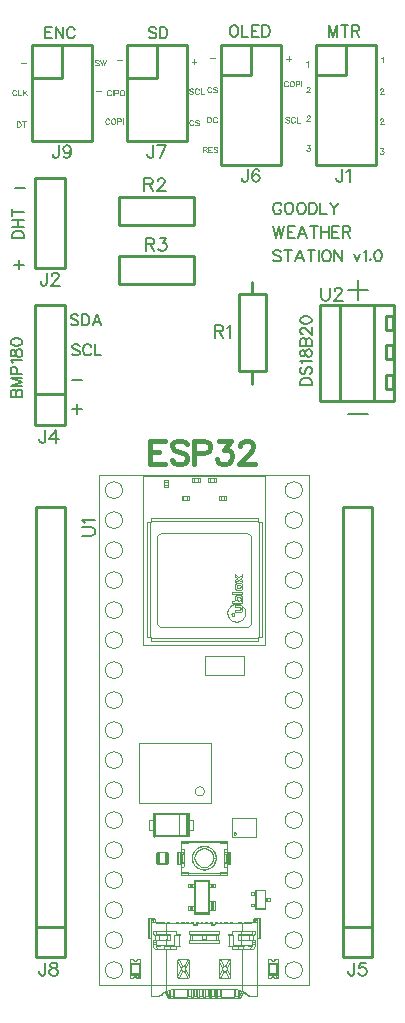
<source format=gto>
G04 Layer: TopSilkscreenLayer*
G04 EasyEDA v6.5.39, 2024-01-29 12:40:10*
G04 1567c4b6a1884de9a48abf35515e7f19,8c112253a0c947cbb1dd5c82d68696a1,10*
G04 Gerber Generator version 0.2*
G04 Scale: 100 percent, Rotated: No, Reflected: No *
G04 Dimensions in millimeters *
G04 leading zeros omitted , absolute positions ,4 integer and 5 decimal *
%FSLAX45Y45*%
%MOMM*%

%ADD10C,0.2032*%
%ADD11C,0.4000*%
%ADD12C,0.1000*%
%ADD13C,0.1524*%
%ADD14C,0.2540*%
%ADD15C,0.0541*%
%ADD16C,0.0143*%

%LPD*%
D10*
X2857500Y8571737D02*
G01*
X2857500Y8476234D01*
X2857500Y8571737D02*
G01*
X2893822Y8476234D01*
X2930143Y8571737D02*
G01*
X2893822Y8476234D01*
X2930143Y8571737D02*
G01*
X2930143Y8476234D01*
X2992120Y8571737D02*
G01*
X2992120Y8476234D01*
X2960115Y8571737D02*
G01*
X3023870Y8571737D01*
X3053841Y8571737D02*
G01*
X3053841Y8476234D01*
X3053841Y8571737D02*
G01*
X3094736Y8571737D01*
X3108452Y8567165D01*
X3113024Y8562594D01*
X3117595Y8553704D01*
X3117595Y8544560D01*
X3113024Y8535415D01*
X3108452Y8530844D01*
X3094736Y8526271D01*
X3053841Y8526271D01*
X3085591Y8526271D02*
G01*
X3117595Y8476234D01*
X2046477Y8571737D02*
G01*
X2037588Y8567165D01*
X2028443Y8558276D01*
X2023872Y8549131D01*
X2019300Y8535415D01*
X2019300Y8512810D01*
X2023872Y8499094D01*
X2028443Y8489950D01*
X2037588Y8480805D01*
X2046477Y8476234D01*
X2064765Y8476234D01*
X2073909Y8480805D01*
X2083054Y8489950D01*
X2087372Y8499094D01*
X2091943Y8512810D01*
X2091943Y8535415D01*
X2087372Y8549131D01*
X2083054Y8558276D01*
X2073909Y8567165D01*
X2064765Y8571737D01*
X2046477Y8571737D01*
X2121915Y8571737D02*
G01*
X2121915Y8476234D01*
X2121915Y8476234D02*
G01*
X2176525Y8476234D01*
X2206497Y8571737D02*
G01*
X2206497Y8476234D01*
X2206497Y8571737D02*
G01*
X2265679Y8571737D01*
X2206497Y8526271D02*
G01*
X2242820Y8526271D01*
X2206497Y8476234D02*
G01*
X2265679Y8476234D01*
X2295652Y8571737D02*
G01*
X2295652Y8476234D01*
X2295652Y8571737D02*
G01*
X2327402Y8571737D01*
X2341118Y8567165D01*
X2350261Y8558276D01*
X2354834Y8549131D01*
X2359406Y8535415D01*
X2359406Y8512810D01*
X2354834Y8499094D01*
X2350261Y8489950D01*
X2341118Y8480805D01*
X2327402Y8476234D01*
X2295652Y8476234D01*
X1397254Y8545576D02*
G01*
X1388110Y8554465D01*
X1374394Y8559037D01*
X1356105Y8559037D01*
X1342644Y8554465D01*
X1333500Y8545576D01*
X1333500Y8536431D01*
X1338071Y8527287D01*
X1342644Y8522715D01*
X1351787Y8518144D01*
X1378965Y8509000D01*
X1388110Y8504681D01*
X1392681Y8500110D01*
X1397254Y8490965D01*
X1397254Y8477250D01*
X1388110Y8468105D01*
X1374394Y8463534D01*
X1356105Y8463534D01*
X1342644Y8468105D01*
X1333500Y8477250D01*
X1427226Y8559037D02*
G01*
X1427226Y8463534D01*
X1427226Y8559037D02*
G01*
X1458976Y8559037D01*
X1472692Y8554465D01*
X1481581Y8545576D01*
X1486154Y8536431D01*
X1490726Y8522715D01*
X1490726Y8500110D01*
X1486154Y8486394D01*
X1481581Y8477250D01*
X1472692Y8468105D01*
X1458976Y8463534D01*
X1427226Y8463534D01*
X457200Y8559037D02*
G01*
X457200Y8463534D01*
X457200Y8559037D02*
G01*
X516381Y8559037D01*
X457200Y8513571D02*
G01*
X493521Y8513571D01*
X457200Y8463534D02*
G01*
X516381Y8463534D01*
X546354Y8559037D02*
G01*
X546354Y8463534D01*
X546354Y8559037D02*
G01*
X609854Y8463534D01*
X609854Y8559037D02*
G01*
X609854Y8463534D01*
X708152Y8536431D02*
G01*
X703579Y8545576D01*
X694436Y8554465D01*
X685292Y8559037D01*
X667257Y8559037D01*
X658113Y8554465D01*
X648970Y8545576D01*
X644397Y8536431D01*
X639826Y8522715D01*
X639826Y8500110D01*
X644397Y8486394D01*
X648970Y8477250D01*
X658113Y8468105D01*
X667257Y8463534D01*
X685292Y8463534D01*
X694436Y8468105D01*
X703579Y8477250D01*
X708152Y8486394D01*
X178562Y6769100D02*
G01*
X274065Y6769100D01*
X178562Y6769100D02*
G01*
X178562Y6800850D01*
X183134Y6814565D01*
X192023Y6823710D01*
X201168Y6828281D01*
X214884Y6832854D01*
X237489Y6832854D01*
X251205Y6828281D01*
X260350Y6823710D01*
X269494Y6814565D01*
X274065Y6800850D01*
X274065Y6769100D01*
X178562Y6862826D02*
G01*
X274065Y6862826D01*
X178562Y6926326D02*
G01*
X274065Y6926326D01*
X224028Y6862826D02*
G01*
X224028Y6926326D01*
X178562Y6988302D02*
G01*
X274065Y6988302D01*
X178562Y6956297D02*
G01*
X178562Y7020052D01*
X165862Y5422900D02*
G01*
X261365Y5422900D01*
X165862Y5422900D02*
G01*
X165862Y5463794D01*
X170434Y5477510D01*
X175005Y5482081D01*
X183895Y5486654D01*
X193039Y5486654D01*
X202184Y5482081D01*
X206755Y5477510D01*
X211328Y5463794D01*
X211328Y5422900D02*
G01*
X211328Y5463794D01*
X215900Y5477510D01*
X220218Y5482081D01*
X229362Y5486654D01*
X243078Y5486654D01*
X252221Y5482081D01*
X256794Y5477510D01*
X261365Y5463794D01*
X261365Y5422900D01*
X165862Y5516626D02*
G01*
X261365Y5516626D01*
X165862Y5516626D02*
G01*
X261365Y5552947D01*
X165862Y5589270D02*
G01*
X261365Y5552947D01*
X165862Y5589270D02*
G01*
X261365Y5589270D01*
X165862Y5619242D02*
G01*
X261365Y5619242D01*
X165862Y5619242D02*
G01*
X165862Y5660136D01*
X170434Y5673852D01*
X175005Y5678423D01*
X183895Y5682995D01*
X197612Y5682995D01*
X206755Y5678423D01*
X211328Y5673852D01*
X215900Y5660136D01*
X215900Y5619242D01*
X183895Y5712968D02*
G01*
X179323Y5722112D01*
X165862Y5735573D01*
X261365Y5735573D01*
X165862Y5788405D02*
G01*
X170434Y5774689D01*
X179323Y5770118D01*
X188468Y5770118D01*
X197612Y5774689D01*
X202184Y5783834D01*
X206755Y5801868D01*
X211328Y5815584D01*
X220218Y5824728D01*
X229362Y5829300D01*
X243078Y5829300D01*
X252221Y5824728D01*
X256794Y5820155D01*
X261365Y5806439D01*
X261365Y5788405D01*
X256794Y5774689D01*
X252221Y5770118D01*
X243078Y5765545D01*
X229362Y5765545D01*
X220218Y5770118D01*
X211328Y5779262D01*
X206755Y5792978D01*
X202184Y5811012D01*
X197612Y5820155D01*
X188468Y5824728D01*
X179323Y5824728D01*
X170434Y5820155D01*
X165862Y5806439D01*
X165862Y5788405D01*
X165862Y5886450D02*
G01*
X170434Y5872987D01*
X183895Y5863844D01*
X206755Y5859271D01*
X220218Y5859271D01*
X243078Y5863844D01*
X256794Y5872987D01*
X261365Y5886450D01*
X261365Y5895594D01*
X256794Y5909310D01*
X243078Y5918454D01*
X220218Y5923026D01*
X206755Y5923026D01*
X183895Y5918454D01*
X170434Y5909310D01*
X165862Y5895594D01*
X165862Y5886450D01*
X2616961Y5524500D02*
G01*
X2712465Y5524500D01*
X2616961Y5524500D02*
G01*
X2616961Y5556250D01*
X2621534Y5569965D01*
X2630424Y5579110D01*
X2639568Y5583681D01*
X2653284Y5588254D01*
X2675890Y5588254D01*
X2689606Y5583681D01*
X2698750Y5579110D01*
X2707893Y5569965D01*
X2712465Y5556250D01*
X2712465Y5524500D01*
X2630424Y5681726D02*
G01*
X2621534Y5672581D01*
X2616961Y5659120D01*
X2616961Y5640831D01*
X2621534Y5627115D01*
X2630424Y5618226D01*
X2639568Y5618226D01*
X2648711Y5622797D01*
X2653284Y5627115D01*
X2657856Y5636260D01*
X2667000Y5663692D01*
X2671318Y5672581D01*
X2675890Y5677154D01*
X2685034Y5681726D01*
X2698750Y5681726D01*
X2707893Y5672581D01*
X2712465Y5659120D01*
X2712465Y5640831D01*
X2707893Y5627115D01*
X2698750Y5618226D01*
X2634995Y5711697D02*
G01*
X2630424Y5720842D01*
X2616961Y5734557D01*
X2712465Y5734557D01*
X2616961Y5787136D02*
G01*
X2621534Y5773673D01*
X2630424Y5769102D01*
X2639568Y5769102D01*
X2648711Y5773673D01*
X2653284Y5782563D01*
X2657856Y5800852D01*
X2662427Y5814568D01*
X2671318Y5823712D01*
X2680461Y5828029D01*
X2694177Y5828029D01*
X2703322Y5823712D01*
X2707893Y5819139D01*
X2712465Y5805423D01*
X2712465Y5787136D01*
X2707893Y5773673D01*
X2703322Y5769102D01*
X2694177Y5764529D01*
X2680461Y5764529D01*
X2671318Y5769102D01*
X2662427Y5778245D01*
X2657856Y5791707D01*
X2653284Y5809995D01*
X2648711Y5819139D01*
X2639568Y5823712D01*
X2630424Y5823712D01*
X2621534Y5819139D01*
X2616961Y5805423D01*
X2616961Y5787136D01*
X2616961Y5858255D02*
G01*
X2712465Y5858255D01*
X2616961Y5858255D02*
G01*
X2616961Y5899150D01*
X2621534Y5912612D01*
X2626106Y5917184D01*
X2634995Y5921755D01*
X2644140Y5921755D01*
X2653284Y5917184D01*
X2657856Y5912612D01*
X2662427Y5899150D01*
X2662427Y5858255D02*
G01*
X2662427Y5899150D01*
X2667000Y5912612D01*
X2671318Y5917184D01*
X2680461Y5921755D01*
X2694177Y5921755D01*
X2703322Y5917184D01*
X2707893Y5912612D01*
X2712465Y5899150D01*
X2712465Y5858255D01*
X2639568Y5956300D02*
G01*
X2634995Y5956300D01*
X2626106Y5960871D01*
X2621534Y5965444D01*
X2616961Y5974587D01*
X2616961Y5992621D01*
X2621534Y6001765D01*
X2626106Y6006337D01*
X2634995Y6010910D01*
X2644140Y6010910D01*
X2653284Y6006337D01*
X2667000Y5997194D01*
X2712465Y5951728D01*
X2712465Y6015481D01*
X2616961Y6072631D02*
G01*
X2621534Y6059170D01*
X2634995Y6050026D01*
X2657856Y6045454D01*
X2671318Y6045454D01*
X2694177Y6050026D01*
X2707893Y6059170D01*
X2712465Y6072631D01*
X2712465Y6081776D01*
X2707893Y6095492D01*
X2694177Y6104381D01*
X2671318Y6108954D01*
X2657856Y6108954D01*
X2634995Y6104381D01*
X2621534Y6095492D01*
X2616961Y6081776D01*
X2616961Y6072631D01*
X2455672Y7047331D02*
G01*
X2451354Y7056475D01*
X2442209Y7065365D01*
X2433065Y7069937D01*
X2414777Y7069937D01*
X2405888Y7065365D01*
X2396743Y7056475D01*
X2392172Y7047331D01*
X2387600Y7033615D01*
X2387600Y7011009D01*
X2392172Y6997293D01*
X2396743Y6988149D01*
X2405888Y6979005D01*
X2414777Y6974433D01*
X2433065Y6974433D01*
X2442209Y6979005D01*
X2451354Y6988149D01*
X2455672Y6997293D01*
X2455672Y7011009D01*
X2433065Y7011009D02*
G01*
X2455672Y7011009D01*
X2513075Y7069937D02*
G01*
X2503931Y7065365D01*
X2494788Y7056475D01*
X2490215Y7047331D01*
X2485897Y7033615D01*
X2485897Y7011009D01*
X2490215Y6997293D01*
X2494788Y6988149D01*
X2503931Y6979005D01*
X2513075Y6974433D01*
X2531109Y6974433D01*
X2540254Y6979005D01*
X2549397Y6988149D01*
X2553970Y6997293D01*
X2558541Y7011009D01*
X2558541Y7033615D01*
X2553970Y7047331D01*
X2549397Y7056475D01*
X2540254Y7065365D01*
X2531109Y7069937D01*
X2513075Y7069937D01*
X2615691Y7069937D02*
G01*
X2606802Y7065365D01*
X2597658Y7056475D01*
X2593086Y7047331D01*
X2588513Y7033615D01*
X2588513Y7011009D01*
X2593086Y6997293D01*
X2597658Y6988149D01*
X2606802Y6979005D01*
X2615691Y6974433D01*
X2633979Y6974433D01*
X2643124Y6979005D01*
X2652268Y6988149D01*
X2656586Y6997293D01*
X2661158Y7011009D01*
X2661158Y7033615D01*
X2656586Y7047331D01*
X2652268Y7056475D01*
X2643124Y7065365D01*
X2633979Y7069937D01*
X2615691Y7069937D01*
X2691129Y7069937D02*
G01*
X2691129Y6974433D01*
X2691129Y7069937D02*
G01*
X2723134Y7069937D01*
X2736595Y7065365D01*
X2745740Y7056475D01*
X2750311Y7047331D01*
X2754884Y7033615D01*
X2754884Y7011009D01*
X2750311Y6997293D01*
X2745740Y6988149D01*
X2736595Y6979005D01*
X2723134Y6974433D01*
X2691129Y6974433D01*
X2784856Y7069937D02*
G01*
X2784856Y6974433D01*
X2784856Y6974433D02*
G01*
X2839465Y6974433D01*
X2869438Y7069937D02*
G01*
X2905759Y7024471D01*
X2905759Y6974433D01*
X2942081Y7069937D02*
G01*
X2905759Y7024471D01*
X2387600Y6869937D02*
G01*
X2410206Y6774434D01*
X2433065Y6869937D02*
G01*
X2410206Y6774434D01*
X2433065Y6869937D02*
G01*
X2455672Y6774434D01*
X2478531Y6869937D02*
G01*
X2455672Y6774434D01*
X2508504Y6869937D02*
G01*
X2508504Y6774434D01*
X2508504Y6869937D02*
G01*
X2567686Y6869937D01*
X2508504Y6824471D02*
G01*
X2544825Y6824471D01*
X2508504Y6774434D02*
G01*
X2567686Y6774434D01*
X2633979Y6869937D02*
G01*
X2597658Y6774434D01*
X2633979Y6869937D02*
G01*
X2670302Y6774434D01*
X2611120Y6806437D02*
G01*
X2656586Y6806437D01*
X2732024Y6869937D02*
G01*
X2732024Y6774434D01*
X2700274Y6869937D02*
G01*
X2764027Y6869937D01*
X2794000Y6869937D02*
G01*
X2794000Y6774434D01*
X2857500Y6869937D02*
G01*
X2857500Y6774434D01*
X2794000Y6824471D02*
G01*
X2857500Y6824471D01*
X2887725Y6869937D02*
G01*
X2887725Y6774434D01*
X2887725Y6869937D02*
G01*
X2946654Y6869937D01*
X2887725Y6824471D02*
G01*
X2924047Y6824471D01*
X2887725Y6774434D02*
G01*
X2946654Y6774434D01*
X2976625Y6869937D02*
G01*
X2976625Y6774434D01*
X2976625Y6869937D02*
G01*
X3017520Y6869937D01*
X3031236Y6865365D01*
X3035808Y6860794D01*
X3040379Y6851904D01*
X3040379Y6842760D01*
X3035808Y6833615D01*
X3031236Y6829044D01*
X3017520Y6824471D01*
X2976625Y6824471D01*
X3008629Y6824471D02*
G01*
X3040379Y6774434D01*
X2451354Y6656476D02*
G01*
X2442209Y6665366D01*
X2428493Y6669938D01*
X2410206Y6669938D01*
X2396743Y6665366D01*
X2387600Y6656476D01*
X2387600Y6647332D01*
X2392172Y6638188D01*
X2396743Y6633616D01*
X2405888Y6629044D01*
X2433065Y6619900D01*
X2442209Y6615582D01*
X2446781Y6611010D01*
X2451354Y6601866D01*
X2451354Y6588150D01*
X2442209Y6579006D01*
X2428493Y6574434D01*
X2410206Y6574434D01*
X2396743Y6579006D01*
X2387600Y6588150D01*
X2513075Y6669938D02*
G01*
X2513075Y6574434D01*
X2481325Y6669938D02*
G01*
X2544825Y6669938D01*
X2611120Y6669938D02*
G01*
X2574797Y6574434D01*
X2611120Y6669938D02*
G01*
X2647695Y6574434D01*
X2588513Y6606438D02*
G01*
X2633979Y6606438D01*
X2709418Y6669938D02*
G01*
X2709418Y6574434D01*
X2677668Y6669938D02*
G01*
X2741168Y6669938D01*
X2771140Y6669938D02*
G01*
X2771140Y6574434D01*
X2828543Y6669938D02*
G01*
X2819400Y6665366D01*
X2810256Y6656476D01*
X2805684Y6647332D01*
X2801111Y6633616D01*
X2801111Y6611010D01*
X2805684Y6597294D01*
X2810256Y6588150D01*
X2819400Y6579006D01*
X2828543Y6574434D01*
X2846577Y6574434D01*
X2855722Y6579006D01*
X2864865Y6588150D01*
X2869438Y6597294D01*
X2874009Y6611010D01*
X2874009Y6633616D01*
X2869438Y6647332D01*
X2864865Y6656476D01*
X2855722Y6665366D01*
X2846577Y6669938D01*
X2828543Y6669938D01*
X2903981Y6669938D02*
G01*
X2903981Y6574434D01*
X2903981Y6669938D02*
G01*
X2967481Y6574434D01*
X2967481Y6669938D02*
G01*
X2967481Y6574434D01*
X3067558Y6638188D02*
G01*
X3094990Y6574434D01*
X3122168Y6638188D02*
G01*
X3094990Y6574434D01*
X3152140Y6651904D02*
G01*
X3161284Y6656476D01*
X3174745Y6669938D01*
X3174745Y6574434D01*
X3209290Y6597294D02*
G01*
X3204972Y6592722D01*
X3209290Y6588150D01*
X3213861Y6592722D01*
X3209290Y6597294D01*
X3271265Y6669938D02*
G01*
X3257550Y6665366D01*
X3248406Y6651904D01*
X3244088Y6629044D01*
X3244088Y6615582D01*
X3248406Y6592722D01*
X3257550Y6579006D01*
X3271265Y6574434D01*
X3280409Y6574434D01*
X3293872Y6579006D01*
X3303015Y6592722D01*
X3307588Y6615582D01*
X3307588Y6629044D01*
X3303015Y6651904D01*
X3293872Y6665366D01*
X3280409Y6669938D01*
X3271265Y6669938D01*
X3105658Y6412992D02*
G01*
X3105658Y6246876D01*
X3022600Y6329934D02*
G01*
X3188970Y6329934D01*
X3187700Y5277865D02*
G01*
X3021329Y5277865D01*
D11*
X1347975Y5054168D02*
G01*
X1347975Y4860366D01*
X1347975Y5054168D02*
G01*
X1468117Y5054168D01*
X1347975Y4961966D02*
G01*
X1421889Y4961966D01*
X1347975Y4860366D02*
G01*
X1468117Y4860366D01*
X1658363Y5026482D02*
G01*
X1639821Y5045024D01*
X1612135Y5054168D01*
X1575305Y5054168D01*
X1547365Y5045024D01*
X1529077Y5026482D01*
X1529077Y5007940D01*
X1538221Y4989652D01*
X1547365Y4980254D01*
X1565907Y4971110D01*
X1621279Y4952568D01*
X1639821Y4943424D01*
X1648965Y4934280D01*
X1658363Y4915738D01*
X1658363Y4888052D01*
X1639821Y4869510D01*
X1612135Y4860366D01*
X1575305Y4860366D01*
X1547365Y4869510D01*
X1529077Y4888052D01*
X1719323Y5054168D02*
G01*
X1719323Y4860366D01*
X1719323Y5054168D02*
G01*
X1802381Y5054168D01*
X1830067Y5045024D01*
X1839465Y5035880D01*
X1848609Y5017338D01*
X1848609Y4989652D01*
X1839465Y4971110D01*
X1830067Y4961966D01*
X1802381Y4952568D01*
X1719323Y4952568D01*
X1928111Y5054168D02*
G01*
X2029711Y5054168D01*
X1974085Y4980254D01*
X2002025Y4980254D01*
X2020313Y4971110D01*
X2029711Y4961966D01*
X2038855Y4934280D01*
X2038855Y4915738D01*
X2029711Y4888052D01*
X2011169Y4869510D01*
X1983483Y4860366D01*
X1955797Y4860366D01*
X1928111Y4869510D01*
X1918713Y4878654D01*
X1909569Y4897196D01*
X2108959Y5007940D02*
G01*
X2108959Y5017338D01*
X2118357Y5035880D01*
X2127501Y5045024D01*
X2146043Y5054168D01*
X2182873Y5054168D01*
X2201415Y5045024D01*
X2210559Y5035880D01*
X2219957Y5017338D01*
X2219957Y4998796D01*
X2210559Y4980254D01*
X2192271Y4952568D01*
X2099815Y4860366D01*
X2229101Y4860366D01*
D12*
X1104900Y8282686D02*
G01*
X1064005Y8282686D01*
X1892355Y8295441D02*
G01*
X1851461Y8295441D01*
X292072Y8257115D02*
G01*
X251178Y8257115D01*
X2496482Y8288075D02*
G01*
X2537376Y8288075D01*
X2516802Y8267755D02*
G01*
X2516802Y8308649D01*
D10*
X193489Y6546143D02*
G01*
X275277Y6546143D01*
X234383Y6505249D02*
G01*
X234383Y6587037D01*
D12*
X1696184Y8262846D02*
G01*
X1737078Y8262846D01*
X1716758Y8242272D02*
G01*
X1716758Y8283166D01*
D10*
X283634Y7191108D02*
G01*
X201846Y7191108D01*
X685685Y5322430D02*
G01*
X767473Y5322430D01*
X726579Y5281536D02*
G01*
X726579Y5363324D01*
X764194Y5568363D02*
G01*
X682406Y5568363D01*
X747438Y5859526D02*
G01*
X738294Y5868415D01*
X724578Y5872987D01*
X706290Y5872987D01*
X692828Y5868415D01*
X683684Y5859526D01*
X683684Y5850381D01*
X688256Y5841237D01*
X692828Y5836665D01*
X701972Y5832094D01*
X729150Y5822950D01*
X738294Y5818631D01*
X742866Y5814060D01*
X747438Y5804915D01*
X747438Y5791200D01*
X738294Y5782055D01*
X724578Y5777484D01*
X706290Y5777484D01*
X692828Y5782055D01*
X683684Y5791200D01*
X845482Y5850381D02*
G01*
X840910Y5859526D01*
X831766Y5868415D01*
X822876Y5872987D01*
X804588Y5872987D01*
X795444Y5868415D01*
X786300Y5859526D01*
X781982Y5850381D01*
X777410Y5836665D01*
X777410Y5814060D01*
X781982Y5800344D01*
X786300Y5791200D01*
X795444Y5782055D01*
X804588Y5777484D01*
X822876Y5777484D01*
X831766Y5782055D01*
X840910Y5791200D01*
X845482Y5800344D01*
X875454Y5872987D02*
G01*
X875454Y5777484D01*
X875454Y5777484D02*
G01*
X930064Y5777484D01*
X736683Y6113358D02*
G01*
X727539Y6122502D01*
X714077Y6127074D01*
X695789Y6127074D01*
X682073Y6122502D01*
X673183Y6113358D01*
X673183Y6104214D01*
X677755Y6095324D01*
X682073Y6090752D01*
X691217Y6086180D01*
X718649Y6077036D01*
X727539Y6072464D01*
X732111Y6067892D01*
X736683Y6059002D01*
X736683Y6045286D01*
X727539Y6036142D01*
X714077Y6031570D01*
X695789Y6031570D01*
X682073Y6036142D01*
X673183Y6045286D01*
X766655Y6127074D02*
G01*
X766655Y6031570D01*
X766655Y6127074D02*
G01*
X798659Y6127074D01*
X812121Y6122502D01*
X821265Y6113358D01*
X825837Y6104214D01*
X830409Y6090752D01*
X830409Y6067892D01*
X825837Y6054430D01*
X821265Y6045286D01*
X812121Y6036142D01*
X798659Y6031570D01*
X766655Y6031570D01*
X896703Y6127074D02*
G01*
X860381Y6031570D01*
X896703Y6127074D02*
G01*
X933025Y6031570D01*
X874097Y6063320D02*
G01*
X919563Y6063320D01*
D12*
X211836Y8014715D02*
G01*
X209550Y8019287D01*
X204978Y8023860D01*
X200405Y8026145D01*
X191515Y8026145D01*
X186944Y8023860D01*
X182371Y8019287D01*
X180086Y8014715D01*
X177800Y8007858D01*
X177800Y7996428D01*
X180086Y7989570D01*
X182371Y7985252D01*
X186944Y7980679D01*
X191515Y7978394D01*
X200405Y7978394D01*
X204978Y7980679D01*
X209550Y7985252D01*
X211836Y7989570D01*
X226821Y8026145D02*
G01*
X226821Y7978394D01*
X226821Y7978394D02*
G01*
X254254Y7978394D01*
X269239Y8026145D02*
G01*
X269239Y7978394D01*
X300989Y8026145D02*
G01*
X269239Y7994142D01*
X280415Y8005571D02*
G01*
X300989Y7978394D01*
X215900Y7759445D02*
G01*
X215900Y7711694D01*
X215900Y7759445D02*
G01*
X231902Y7759445D01*
X238505Y7757160D01*
X243078Y7752587D01*
X245363Y7748015D01*
X247650Y7741158D01*
X247650Y7729728D01*
X245363Y7722870D01*
X243078Y7718552D01*
X238505Y7713979D01*
X231902Y7711694D01*
X215900Y7711694D01*
X278637Y7759445D02*
G01*
X278637Y7711694D01*
X262636Y7759445D02*
G01*
X294639Y7759445D01*
X908050Y8273287D02*
G01*
X903478Y8277860D01*
X896873Y8280145D01*
X887729Y8280145D01*
X880871Y8277860D01*
X876300Y8273287D01*
X876300Y8268715D01*
X878586Y8264144D01*
X880871Y8261858D01*
X885444Y8259571D01*
X898905Y8255000D01*
X903478Y8252713D01*
X905763Y8250428D01*
X908050Y8245855D01*
X908050Y8239252D01*
X903478Y8234679D01*
X896873Y8232394D01*
X887729Y8232394D01*
X880871Y8234679D01*
X876300Y8239252D01*
X923036Y8280145D02*
G01*
X934465Y8232394D01*
X945895Y8280145D02*
G01*
X934465Y8232394D01*
X945895Y8280145D02*
G01*
X957326Y8232394D01*
X968502Y8280145D02*
G01*
X957326Y8232394D01*
X927100Y8015986D02*
G01*
X886205Y8015986D01*
X2667000Y8258302D02*
G01*
X2671572Y8260587D01*
X2678429Y8267445D01*
X2678429Y8219694D01*
X2669286Y8040115D02*
G01*
X2669286Y8042402D01*
X2671572Y8046973D01*
X2673858Y8049260D01*
X2678429Y8051545D01*
X2687574Y8051545D01*
X2691891Y8049260D01*
X2694177Y8046973D01*
X2696463Y8042402D01*
X2696463Y8037829D01*
X2694177Y8033258D01*
X2689606Y8026400D01*
X2667000Y8003794D01*
X2698750Y8003794D01*
X2669286Y7798815D02*
G01*
X2669286Y7801102D01*
X2671572Y7805673D01*
X2673858Y7807960D01*
X2678429Y7810245D01*
X2687574Y7810245D01*
X2691891Y7807960D01*
X2694177Y7805673D01*
X2696463Y7801102D01*
X2696463Y7796529D01*
X2694177Y7791958D01*
X2689606Y7785100D01*
X2667000Y7762494D01*
X2698750Y7762494D01*
X2671572Y7556245D02*
G01*
X2696463Y7556245D01*
X2683002Y7537958D01*
X2689606Y7537958D01*
X2694177Y7535671D01*
X2696463Y7533386D01*
X2698750Y7526528D01*
X2698750Y7521955D01*
X2696463Y7515352D01*
X2691891Y7510779D01*
X2685288Y7508494D01*
X2678429Y7508494D01*
X2671572Y7510779D01*
X2669286Y7513065D01*
X2667000Y7517637D01*
X3302000Y8296402D02*
G01*
X3306572Y8298687D01*
X3313429Y8305545D01*
X3313429Y8257794D01*
X3291586Y8027415D02*
G01*
X3291586Y8029702D01*
X3293872Y8034273D01*
X3296158Y8036560D01*
X3300729Y8038845D01*
X3309874Y8038845D01*
X3314191Y8036560D01*
X3316477Y8034273D01*
X3318763Y8029702D01*
X3318763Y8025129D01*
X3316477Y8020558D01*
X3311906Y8013700D01*
X3289300Y7991094D01*
X3321050Y7991094D01*
X3291586Y7773415D02*
G01*
X3291586Y7775702D01*
X3293872Y7780273D01*
X3296158Y7782560D01*
X3300729Y7784845D01*
X3309874Y7784845D01*
X3314191Y7782560D01*
X3316477Y7780273D01*
X3318763Y7775702D01*
X3318763Y7771129D01*
X3316477Y7766558D01*
X3311906Y7759700D01*
X3289300Y7737094D01*
X3321050Y7737094D01*
X3293872Y7530845D02*
G01*
X3318763Y7530845D01*
X3305302Y7512558D01*
X3311906Y7512558D01*
X3316477Y7510271D01*
X3318763Y7507986D01*
X3321050Y7501128D01*
X3321050Y7496555D01*
X3318763Y7489952D01*
X3314191Y7485379D01*
X3307588Y7483094D01*
X3300729Y7483094D01*
X3293872Y7485379D01*
X3291586Y7487665D01*
X3289300Y7492237D01*
X2510536Y8090915D02*
G01*
X2508250Y8095487D01*
X2503677Y8100060D01*
X2499106Y8102345D01*
X2490215Y8102345D01*
X2485643Y8100060D01*
X2481072Y8095487D01*
X2478786Y8090915D01*
X2476500Y8084058D01*
X2476500Y8072628D01*
X2478786Y8065770D01*
X2481072Y8061452D01*
X2485643Y8056879D01*
X2490215Y8054594D01*
X2499106Y8054594D01*
X2503677Y8056879D01*
X2508250Y8061452D01*
X2510536Y8065770D01*
X2539238Y8102345D02*
G01*
X2534665Y8100060D01*
X2530093Y8095487D01*
X2527808Y8090915D01*
X2525522Y8084058D01*
X2525522Y8072628D01*
X2527808Y8065770D01*
X2530093Y8061452D01*
X2534665Y8056879D01*
X2539238Y8054594D01*
X2548381Y8054594D01*
X2552954Y8056879D01*
X2557525Y8061452D01*
X2559558Y8065770D01*
X2561843Y8072628D01*
X2561843Y8084058D01*
X2559558Y8090915D01*
X2557525Y8095487D01*
X2552954Y8100060D01*
X2548381Y8102345D01*
X2539238Y8102345D01*
X2576829Y8102345D02*
G01*
X2576829Y8054594D01*
X2576829Y8102345D02*
G01*
X2597404Y8102345D01*
X2604261Y8100060D01*
X2606547Y8097773D01*
X2608834Y8093202D01*
X2608834Y8086344D01*
X2606547Y8081771D01*
X2604261Y8079486D01*
X2597404Y8077200D01*
X2576829Y8077200D01*
X2623820Y8102345D02*
G01*
X2623820Y8054594D01*
X2520899Y7790561D02*
G01*
X2516581Y7795133D01*
X2509723Y7797419D01*
X2500579Y7797419D01*
X2493721Y7795133D01*
X2489149Y7790561D01*
X2489149Y7785988D01*
X2491435Y7781670D01*
X2493721Y7779385D01*
X2498293Y7777098D01*
X2512009Y7772527D01*
X2516581Y7770240D01*
X2518867Y7767954D01*
X2520899Y7763383D01*
X2520899Y7756525D01*
X2516581Y7751953D01*
X2509723Y7749667D01*
X2500579Y7749667D01*
X2493721Y7751953D01*
X2489149Y7756525D01*
X2570175Y7785988D02*
G01*
X2567889Y7790561D01*
X2563317Y7795133D01*
X2558745Y7797419D01*
X2549601Y7797419D01*
X2545029Y7795133D01*
X2540457Y7790561D01*
X2538171Y7785988D01*
X2536139Y7779385D01*
X2536139Y7767954D01*
X2538171Y7761096D01*
X2540457Y7756525D01*
X2545029Y7751953D01*
X2549601Y7749667D01*
X2558745Y7749667D01*
X2563317Y7751953D01*
X2567889Y7756525D01*
X2570175Y7761096D01*
X2585161Y7797419D02*
G01*
X2585161Y7749667D01*
X2585161Y7749667D02*
G01*
X2612339Y7749667D01*
X1862836Y8040115D02*
G01*
X1860550Y8044687D01*
X1855978Y8049260D01*
X1851405Y8051545D01*
X1842515Y8051545D01*
X1837944Y8049260D01*
X1833371Y8044687D01*
X1831086Y8040115D01*
X1828800Y8033258D01*
X1828800Y8021828D01*
X1831086Y8014970D01*
X1833371Y8010652D01*
X1837944Y8006079D01*
X1842515Y8003794D01*
X1851405Y8003794D01*
X1855978Y8006079D01*
X1860550Y8010652D01*
X1862836Y8014970D01*
X1909826Y8044687D02*
G01*
X1905254Y8049260D01*
X1898395Y8051545D01*
X1889252Y8051545D01*
X1882394Y8049260D01*
X1877821Y8044687D01*
X1877821Y8040115D01*
X1880107Y8035544D01*
X1882394Y8033258D01*
X1886965Y8030971D01*
X1900681Y8026400D01*
X1905254Y8024113D01*
X1907539Y8021828D01*
X1909826Y8017255D01*
X1909826Y8010652D01*
X1905254Y8006079D01*
X1898395Y8003794D01*
X1889252Y8003794D01*
X1882394Y8006079D01*
X1877821Y8010652D01*
X1828800Y7797545D02*
G01*
X1828800Y7749794D01*
X1828800Y7797545D02*
G01*
X1844802Y7797545D01*
X1851405Y7795260D01*
X1855978Y7790687D01*
X1858263Y7786115D01*
X1860550Y7779258D01*
X1860550Y7767828D01*
X1858263Y7760970D01*
X1855978Y7756652D01*
X1851405Y7752079D01*
X1844802Y7749794D01*
X1828800Y7749794D01*
X1909826Y7786115D02*
G01*
X1907539Y7790687D01*
X1902968Y7795260D01*
X1898395Y7797545D01*
X1889252Y7797545D01*
X1884679Y7795260D01*
X1880107Y7790687D01*
X1877821Y7786115D01*
X1875536Y7779258D01*
X1875536Y7767828D01*
X1877821Y7760970D01*
X1880107Y7756652D01*
X1884679Y7752079D01*
X1889252Y7749794D01*
X1898395Y7749794D01*
X1902968Y7752079D01*
X1907539Y7756652D01*
X1909826Y7760970D01*
X1790700Y7543545D02*
G01*
X1790700Y7495794D01*
X1790700Y7543545D02*
G01*
X1811273Y7543545D01*
X1817878Y7541260D01*
X1820163Y7538973D01*
X1822450Y7534402D01*
X1822450Y7529829D01*
X1820163Y7525258D01*
X1817878Y7522971D01*
X1811273Y7520686D01*
X1790700Y7520686D01*
X1806702Y7520686D02*
G01*
X1822450Y7495794D01*
X1837436Y7543545D02*
G01*
X1837436Y7495794D01*
X1837436Y7543545D02*
G01*
X1867154Y7543545D01*
X1837436Y7520686D02*
G01*
X1855723Y7520686D01*
X1837436Y7495794D02*
G01*
X1867154Y7495794D01*
X1913889Y7536687D02*
G01*
X1909318Y7541260D01*
X1902460Y7543545D01*
X1893315Y7543545D01*
X1886712Y7541260D01*
X1882139Y7536687D01*
X1882139Y7532115D01*
X1884426Y7527544D01*
X1886712Y7525258D01*
X1891029Y7522971D01*
X1904745Y7518400D01*
X1909318Y7516113D01*
X1911604Y7513828D01*
X1913889Y7509255D01*
X1913889Y7502652D01*
X1909318Y7498079D01*
X1902460Y7495794D01*
X1893315Y7495794D01*
X1886712Y7498079D01*
X1882139Y7502652D01*
X1708150Y8031987D02*
G01*
X1703578Y8036560D01*
X1696973Y8038845D01*
X1687829Y8038845D01*
X1680971Y8036560D01*
X1676400Y8031987D01*
X1676400Y8027415D01*
X1678686Y8022844D01*
X1680971Y8020558D01*
X1685544Y8018271D01*
X1699005Y8013700D01*
X1703578Y8011413D01*
X1705863Y8009128D01*
X1708150Y8004555D01*
X1708150Y7997952D01*
X1703578Y7993379D01*
X1696973Y7991094D01*
X1687829Y7991094D01*
X1680971Y7993379D01*
X1676400Y7997952D01*
X1757426Y8027415D02*
G01*
X1755139Y8031987D01*
X1750568Y8036560D01*
X1745995Y8038845D01*
X1736852Y8038845D01*
X1732279Y8036560D01*
X1727707Y8031987D01*
X1725421Y8027415D01*
X1723136Y8020558D01*
X1723136Y8009128D01*
X1725421Y8002270D01*
X1727707Y7997952D01*
X1732279Y7993379D01*
X1736852Y7991094D01*
X1745995Y7991094D01*
X1750568Y7993379D01*
X1755139Y7997952D01*
X1757426Y8002270D01*
X1772412Y8038845D02*
G01*
X1772412Y7991094D01*
X1772412Y7991094D02*
G01*
X1799589Y7991094D01*
X1710436Y7760715D02*
G01*
X1708150Y7765287D01*
X1703578Y7769860D01*
X1699005Y7772145D01*
X1690115Y7772145D01*
X1685544Y7769860D01*
X1680971Y7765287D01*
X1678686Y7760715D01*
X1676400Y7753858D01*
X1676400Y7742428D01*
X1678686Y7735570D01*
X1680971Y7731252D01*
X1685544Y7726679D01*
X1690115Y7724394D01*
X1699005Y7724394D01*
X1703578Y7726679D01*
X1708150Y7731252D01*
X1710436Y7735570D01*
X1757426Y7765287D02*
G01*
X1752854Y7769860D01*
X1745995Y7772145D01*
X1736852Y7772145D01*
X1729994Y7769860D01*
X1725421Y7765287D01*
X1725421Y7760715D01*
X1727707Y7756144D01*
X1729994Y7753858D01*
X1734565Y7751571D01*
X1748281Y7747000D01*
X1752854Y7744713D01*
X1755139Y7742428D01*
X1757426Y7737855D01*
X1757426Y7731252D01*
X1752854Y7726679D01*
X1745995Y7724394D01*
X1736852Y7724394D01*
X1729994Y7726679D01*
X1725421Y7731252D01*
X1011936Y8014715D02*
G01*
X1009650Y8019287D01*
X1005078Y8023860D01*
X1000505Y8026145D01*
X991615Y8026145D01*
X987044Y8023860D01*
X982471Y8019287D01*
X980186Y8014715D01*
X977900Y8007858D01*
X977900Y7996428D01*
X980186Y7989570D01*
X982471Y7985252D01*
X987044Y7980679D01*
X991615Y7978394D01*
X1000505Y7978394D01*
X1005078Y7980679D01*
X1009650Y7985252D01*
X1011936Y7989570D01*
X1026921Y8026145D02*
G01*
X1026921Y7978394D01*
X1041907Y8026145D02*
G01*
X1041907Y7978394D01*
X1041907Y8026145D02*
G01*
X1062481Y8026145D01*
X1069339Y8023860D01*
X1071626Y8021573D01*
X1073912Y8017002D01*
X1073912Y8010144D01*
X1071626Y8005571D01*
X1069339Y8003286D01*
X1062481Y8001000D01*
X1041907Y8001000D01*
X1102360Y8026145D02*
G01*
X1097787Y8023860D01*
X1093470Y8019287D01*
X1091184Y8014715D01*
X1088897Y8007858D01*
X1088897Y7996428D01*
X1091184Y7989570D01*
X1093470Y7985252D01*
X1097787Y7980679D01*
X1102360Y7978394D01*
X1111504Y7978394D01*
X1116076Y7980679D01*
X1120647Y7985252D01*
X1122934Y7989570D01*
X1125220Y7996428D01*
X1125220Y8007858D01*
X1122934Y8014715D01*
X1120647Y8019287D01*
X1116076Y8023860D01*
X1111504Y8026145D01*
X1102360Y8026145D01*
X999236Y7773415D02*
G01*
X996950Y7777987D01*
X992378Y7782560D01*
X987805Y7784845D01*
X978915Y7784845D01*
X974344Y7782560D01*
X969771Y7777987D01*
X967486Y7773415D01*
X965200Y7766558D01*
X965200Y7755128D01*
X967486Y7748270D01*
X969771Y7743952D01*
X974344Y7739379D01*
X978915Y7737094D01*
X987805Y7737094D01*
X992378Y7739379D01*
X996950Y7743952D01*
X999236Y7748270D01*
X1027937Y7784845D02*
G01*
X1023365Y7782560D01*
X1018794Y7777987D01*
X1016507Y7773415D01*
X1014221Y7766558D01*
X1014221Y7755128D01*
X1016507Y7748270D01*
X1018794Y7743952D01*
X1023365Y7739379D01*
X1027937Y7737094D01*
X1037081Y7737094D01*
X1041654Y7739379D01*
X1046226Y7743952D01*
X1048257Y7748270D01*
X1050544Y7755128D01*
X1050544Y7766558D01*
X1048257Y7773415D01*
X1046226Y7777987D01*
X1041654Y7782560D01*
X1037081Y7784845D01*
X1027937Y7784845D01*
X1065529Y7784845D02*
G01*
X1065529Y7737094D01*
X1065529Y7784845D02*
G01*
X1086104Y7784845D01*
X1092962Y7782560D01*
X1095247Y7780273D01*
X1097534Y7775702D01*
X1097534Y7768844D01*
X1095247Y7764271D01*
X1092962Y7761986D01*
X1086104Y7759700D01*
X1065529Y7759700D01*
X1112520Y7784845D02*
G01*
X1112520Y7737094D01*
D13*
X2973070Y7354315D02*
G01*
X2973070Y7271258D01*
X2967736Y7255510D01*
X2962656Y7250429D01*
X2952241Y7245350D01*
X2941827Y7245350D01*
X2931413Y7250429D01*
X2926079Y7255510D01*
X2921000Y7271258D01*
X2921000Y7281671D01*
X3007359Y7333487D02*
G01*
X3017520Y7338821D01*
X3033268Y7354315D01*
X3033268Y7245350D01*
X2172970Y7354315D02*
G01*
X2172970Y7271258D01*
X2167636Y7255510D01*
X2162556Y7250429D01*
X2152141Y7245350D01*
X2141727Y7245350D01*
X2131313Y7250429D01*
X2125979Y7255510D01*
X2120900Y7271258D01*
X2120900Y7281671D01*
X2269490Y7338821D02*
G01*
X2264409Y7349236D01*
X2248661Y7354315D01*
X2238247Y7354315D01*
X2222754Y7349236D01*
X2212340Y7333487D01*
X2207259Y7307579D01*
X2207259Y7281671D01*
X2212340Y7260844D01*
X2222754Y7250429D01*
X2238247Y7245350D01*
X2243581Y7245350D01*
X2259075Y7250429D01*
X2269490Y7260844D01*
X2274570Y7276337D01*
X2274570Y7281671D01*
X2269490Y7297165D01*
X2259075Y7307579D01*
X2243581Y7312660D01*
X2238247Y7312660D01*
X2222754Y7307579D01*
X2212340Y7297165D01*
X2207259Y7281671D01*
X471170Y6478015D02*
G01*
X471170Y6394957D01*
X465836Y6379210D01*
X460755Y6374129D01*
X450342Y6369050D01*
X439928Y6369050D01*
X429513Y6374129D01*
X424179Y6379210D01*
X419100Y6394957D01*
X419100Y6405371D01*
X510539Y6452107D02*
G01*
X510539Y6457187D01*
X515620Y6467602D01*
X520954Y6472936D01*
X531368Y6478015D01*
X552195Y6478015D01*
X562610Y6472936D01*
X567689Y6467602D01*
X572770Y6457187D01*
X572770Y6446773D01*
X567689Y6436360D01*
X557276Y6420865D01*
X505460Y6369050D01*
X578104Y6369050D01*
X458470Y5144515D02*
G01*
X458470Y5061457D01*
X453136Y5045710D01*
X448055Y5040629D01*
X437642Y5035550D01*
X427228Y5035550D01*
X416813Y5040629D01*
X411479Y5045710D01*
X406400Y5061457D01*
X406400Y5071871D01*
X544576Y5144515D02*
G01*
X492760Y5071871D01*
X570484Y5071871D01*
X544576Y5144515D02*
G01*
X544576Y5035550D01*
X3074680Y636015D02*
G01*
X3074680Y552957D01*
X3069346Y537210D01*
X3064266Y532129D01*
X3053852Y527050D01*
X3043438Y527050D01*
X3033024Y532129D01*
X3027690Y537210D01*
X3022610Y552957D01*
X3022610Y563371D01*
X3171200Y636015D02*
G01*
X3119130Y636015D01*
X3114050Y589279D01*
X3119130Y594360D01*
X3134878Y599694D01*
X3150372Y599694D01*
X3166120Y594360D01*
X3176280Y584200D01*
X3181614Y568452D01*
X3181614Y558037D01*
X3176280Y542544D01*
X3166120Y532129D01*
X3150372Y527050D01*
X3134878Y527050D01*
X3119130Y532129D01*
X3114050Y537210D01*
X3108970Y547623D01*
X458480Y636015D02*
G01*
X458480Y552957D01*
X453146Y537210D01*
X448066Y532129D01*
X437652Y527050D01*
X427238Y527050D01*
X416824Y532129D01*
X411490Y537210D01*
X406410Y552957D01*
X406410Y563371D01*
X518678Y636015D02*
G01*
X502930Y630936D01*
X497850Y620521D01*
X497850Y610107D01*
X502930Y599694D01*
X513344Y594360D01*
X534172Y589279D01*
X549920Y584200D01*
X560080Y573786D01*
X565414Y563371D01*
X565414Y547623D01*
X560080Y537210D01*
X555000Y532129D01*
X539506Y527050D01*
X518678Y527050D01*
X502930Y532129D01*
X497850Y537210D01*
X492770Y547623D01*
X492770Y563371D01*
X497850Y573786D01*
X508264Y584200D01*
X523758Y589279D01*
X544586Y594360D01*
X555000Y599694D01*
X560080Y610107D01*
X560080Y620521D01*
X555000Y630936D01*
X539506Y636015D01*
X518678Y636015D01*
X1372857Y7557515D02*
G01*
X1372857Y7474458D01*
X1367523Y7458710D01*
X1362443Y7453629D01*
X1352029Y7448550D01*
X1341615Y7448550D01*
X1331201Y7453629D01*
X1325867Y7458710D01*
X1320787Y7474458D01*
X1320787Y7484871D01*
X1479791Y7557515D02*
G01*
X1427721Y7448550D01*
X1407147Y7557515D02*
G01*
X1479791Y7557515D01*
X572757Y7557515D02*
G01*
X572757Y7474458D01*
X567423Y7458710D01*
X562343Y7453629D01*
X551929Y7448550D01*
X541515Y7448550D01*
X531101Y7453629D01*
X525767Y7458710D01*
X520687Y7474458D01*
X520687Y7484871D01*
X674357Y7521194D02*
G01*
X669277Y7505700D01*
X658863Y7495286D01*
X643369Y7489952D01*
X638035Y7489952D01*
X622541Y7495286D01*
X612127Y7505700D01*
X607047Y7521194D01*
X607047Y7526273D01*
X612127Y7542021D01*
X622541Y7552436D01*
X638035Y7557515D01*
X643369Y7557515D01*
X658863Y7552436D01*
X669277Y7542021D01*
X674357Y7521194D01*
X674357Y7495286D01*
X669277Y7469123D01*
X658863Y7453629D01*
X643369Y7448550D01*
X632955Y7448550D01*
X617207Y7453629D01*
X612127Y7464044D01*
X1892297Y6033515D02*
G01*
X1892297Y5924550D01*
X1892297Y6033515D02*
G01*
X1939033Y6033515D01*
X1954527Y6028436D01*
X1959861Y6023102D01*
X1964941Y6012687D01*
X1964941Y6002273D01*
X1959861Y5991860D01*
X1954527Y5986779D01*
X1939033Y5981700D01*
X1892297Y5981700D01*
X1928619Y5981700D02*
G01*
X1964941Y5924550D01*
X1999231Y6012687D02*
G01*
X2009645Y6018021D01*
X2025393Y6033515D01*
X2025393Y5924550D01*
X1295394Y7278115D02*
G01*
X1295394Y7169150D01*
X1295394Y7278115D02*
G01*
X1342130Y7278115D01*
X1357624Y7273036D01*
X1362958Y7267702D01*
X1368038Y7257287D01*
X1368038Y7246873D01*
X1362958Y7236460D01*
X1357624Y7231379D01*
X1342130Y7226300D01*
X1295394Y7226300D01*
X1331716Y7226300D02*
G01*
X1368038Y7169150D01*
X1407662Y7252208D02*
G01*
X1407662Y7257287D01*
X1412742Y7267702D01*
X1418076Y7273036D01*
X1428490Y7278115D01*
X1449064Y7278115D01*
X1459478Y7273036D01*
X1464812Y7267702D01*
X1469892Y7257287D01*
X1469892Y7246873D01*
X1464812Y7236460D01*
X1454398Y7220965D01*
X1402328Y7169150D01*
X1475226Y7169150D01*
X1308094Y6770115D02*
G01*
X1308094Y6661150D01*
X1308094Y6770115D02*
G01*
X1354830Y6770115D01*
X1370324Y6765036D01*
X1375658Y6759702D01*
X1380738Y6749287D01*
X1380738Y6738873D01*
X1375658Y6728460D01*
X1370324Y6723379D01*
X1354830Y6718300D01*
X1308094Y6718300D01*
X1344416Y6718300D02*
G01*
X1380738Y6661150D01*
X1425442Y6770115D02*
G01*
X1482592Y6770115D01*
X1451604Y6728460D01*
X1467098Y6728460D01*
X1477512Y6723379D01*
X1482592Y6718300D01*
X1487926Y6702552D01*
X1487926Y6692137D01*
X1482592Y6676644D01*
X1472178Y6666229D01*
X1456684Y6661150D01*
X1441190Y6661150D01*
X1425442Y6666229D01*
X1420362Y6671310D01*
X1415028Y6681723D01*
X770277Y4250997D02*
G01*
X848255Y4250997D01*
X863749Y4256077D01*
X874163Y4266491D01*
X879243Y4282239D01*
X879243Y4292653D01*
X874163Y4308147D01*
X863749Y4318561D01*
X848255Y4323641D01*
X770277Y4323641D01*
X791105Y4357931D02*
G01*
X785771Y4368345D01*
X770277Y4384093D01*
X879243Y4384093D01*
X2794000Y6351015D02*
G01*
X2794000Y6273037D01*
X2799079Y6257544D01*
X2809493Y6247129D01*
X2825241Y6242050D01*
X2835656Y6242050D01*
X2851150Y6247129D01*
X2861563Y6257544D01*
X2866643Y6273037D01*
X2866643Y6351015D01*
X2906268Y6325107D02*
G01*
X2906268Y6330187D01*
X2911347Y6340602D01*
X2916681Y6345936D01*
X2927095Y6351015D01*
X2947670Y6351015D01*
X2958084Y6345936D01*
X2963418Y6340602D01*
X2968497Y6330187D01*
X2968497Y6319773D01*
X2963418Y6309360D01*
X2953004Y6293865D01*
X2900934Y6242050D01*
X2973831Y6242050D01*
D14*
X2999993Y8407984D02*
G01*
X2999993Y8153984D01*
X2745993Y8153984D01*
X3253993Y7391984D02*
G01*
X2745993Y7391984D01*
X2745993Y8407984D01*
X3253993Y8407984D01*
X3253993Y7392984D01*
X2199995Y8407984D02*
G01*
X2199995Y8153984D01*
X1945995Y8153984D01*
X2453995Y7391984D02*
G01*
X1945995Y7391984D01*
X1945995Y8407984D01*
X2453995Y8407984D01*
X2453995Y7392984D01*
X372998Y7280991D02*
G01*
X372998Y6518986D01*
X372998Y6518986D02*
G01*
X626998Y6518986D01*
X626998Y6518986D02*
G01*
X626998Y7280991D01*
X626998Y7280991D02*
G01*
X372998Y7280991D01*
X372998Y5448340D02*
G01*
X372998Y6207988D01*
X626998Y6207988D01*
X626998Y5191988D01*
X372998Y5191988D01*
X372998Y5448340D01*
X372998Y5448340D02*
G01*
X626998Y5448340D01*
X2974997Y4493000D02*
G01*
X3224997Y4493000D01*
X3224997Y682995D02*
G01*
X3224997Y4493000D01*
X2974997Y682995D02*
G01*
X2974997Y4493000D01*
X2974997Y939800D02*
G01*
X3224994Y939800D01*
X3224994Y682995D02*
G01*
X2974997Y682995D01*
X375003Y4493000D02*
G01*
X625002Y4493000D01*
X625002Y682995D02*
G01*
X625002Y4493000D01*
X375003Y682995D02*
G01*
X375003Y4493000D01*
X375003Y939800D02*
G01*
X625000Y939800D01*
X625000Y682995D02*
G01*
X375003Y682995D01*
X1653997Y7595984D02*
G01*
X1145997Y7595984D01*
X1145997Y8403983D02*
G01*
X1145997Y7595984D01*
X1653997Y8403983D02*
G01*
X1653997Y7595984D01*
X1400703Y8403983D02*
G01*
X1400703Y8126984D01*
X1145997Y8126984D01*
X1653997Y8403983D02*
G01*
X1145997Y8403983D01*
X853998Y7595984D02*
G01*
X345998Y7595984D01*
X345998Y8403983D02*
G01*
X345998Y7595984D01*
X853998Y8403983D02*
G01*
X853998Y7595984D01*
X600704Y8403983D02*
G01*
X600704Y8126984D01*
X345998Y8126984D01*
X853998Y8403983D02*
G01*
X345998Y8403983D01*
X2209800Y5537121D02*
G01*
X2209800Y5643999D01*
X2210203Y6294000D02*
G01*
X2210203Y6400878D01*
X2324801Y5643999D02*
G01*
X2094798Y5643999D01*
X2094798Y5643999D02*
G01*
X2094798Y6294000D01*
X2097801Y6294000D02*
G01*
X2321798Y6294000D01*
X2324801Y6294000D02*
G01*
X2324801Y5643999D01*
X1714997Y6879986D02*
G01*
X1084996Y6879986D01*
X1084996Y6879986D02*
G01*
X1084996Y7119985D01*
X1084996Y7119985D02*
G01*
X1714997Y7119985D01*
X1714997Y7119985D02*
G01*
X1714997Y6879986D01*
X1714997Y6379987D02*
G01*
X1084996Y6379987D01*
X1084996Y6379987D02*
G01*
X1084996Y6619986D01*
X1084996Y6619986D02*
G01*
X1714997Y6619986D01*
X1714997Y6619986D02*
G01*
X1714997Y6379987D01*
D15*
X1185506Y544812D02*
G01*
X1185506Y626673D01*
X1176416Y538195D02*
G01*
X1183032Y544804D01*
X1183032Y544812D02*
G01*
X1183032Y626673D01*
X1183032Y626666D02*
G01*
X1176416Y633145D01*
X1178897Y535713D02*
G01*
X1185506Y542330D01*
X1185506Y629147D02*
G01*
X1178897Y635764D01*
X1184955Y629010D02*
G01*
X1185506Y629152D01*
X1184409Y628881D02*
G01*
X1184955Y629010D01*
X1183850Y628601D02*
G01*
X1184409Y628881D01*
X1183441Y628185D02*
G01*
X1183858Y628601D01*
X1183170Y627639D02*
G01*
X1183441Y628185D01*
X1183032Y627225D02*
G01*
X1183162Y627639D01*
X1183032Y626666D02*
G01*
X1183032Y627217D01*
X1185506Y626666D02*
G01*
X1185506Y627217D01*
X1185506Y627225D02*
G01*
X1185506Y627776D01*
X1185506Y627776D02*
G01*
X1185506Y628322D01*
X1185506Y628322D02*
G01*
X1185506Y628731D01*
X1185506Y542330D02*
G01*
X1185506Y542739D01*
X1185506Y542739D02*
G01*
X1185506Y543156D01*
X1185506Y543156D02*
G01*
X1185506Y543565D01*
X1185506Y543565D02*
G01*
X1185506Y544258D01*
X1185506Y544258D02*
G01*
X1185506Y544812D01*
X1183032Y626666D02*
G01*
X1183441Y626666D01*
X1183441Y626666D02*
G01*
X1183858Y626666D01*
X1183858Y626666D02*
G01*
X1184267Y626666D01*
X1184267Y626666D02*
G01*
X1184955Y626666D01*
X1184955Y626666D02*
G01*
X1185506Y626666D01*
X1184955Y544812D02*
G01*
X1185506Y544812D01*
X1184267Y544812D02*
G01*
X1184955Y544812D01*
X1184267Y544812D02*
G01*
X1183858Y544812D01*
X1183441Y544812D02*
G01*
X1183858Y544812D01*
X1183032Y544812D02*
G01*
X1183441Y544812D01*
X1176416Y505675D02*
G01*
X1176416Y535719D01*
X1176416Y535713D02*
G01*
X1176416Y536953D01*
X1176416Y634387D02*
G01*
X1176416Y635764D01*
X1176416Y635764D02*
G01*
X1176416Y665665D01*
X1176416Y535713D02*
G01*
X1178209Y535713D01*
X1176416Y635764D02*
G01*
X1178209Y635764D01*
X1176695Y536402D02*
G01*
X1176416Y536953D01*
X1177104Y535993D02*
G01*
X1176695Y536402D01*
X1177663Y535713D02*
G01*
X1177104Y535985D01*
X1177104Y635347D02*
G01*
X1177663Y635764D01*
X1176695Y634939D02*
G01*
X1177104Y635347D01*
X1176416Y634387D02*
G01*
X1176695Y634939D01*
X1176416Y537232D02*
G01*
X1176416Y537649D01*
X1176416Y538195D02*
G01*
X1176416Y633145D01*
X1176416Y633841D02*
G01*
X1176416Y634392D01*
X1183032Y544258D02*
G01*
X1183032Y544812D01*
X1183162Y543707D02*
G01*
X1183032Y544266D01*
X1183441Y543156D02*
G01*
X1183170Y543707D01*
X1183858Y542739D02*
G01*
X1183441Y543156D01*
X1184409Y542472D02*
G01*
X1183850Y542747D01*
X1184955Y542330D02*
G01*
X1184409Y542467D01*
X1185506Y542330D02*
G01*
X1184955Y542330D01*
X1176416Y665673D02*
G01*
X1176416Y505675D01*
X1176416Y505675D02*
G01*
X1202857Y505675D01*
X1203274Y508843D01*
X1204371Y512013D01*
X1206299Y514637D01*
X1208643Y516836D01*
X1211534Y518358D01*
X1214838Y519046D01*
X1218008Y519046D01*
X1221176Y518358D01*
X1224066Y516836D01*
X1226403Y514637D01*
X1228338Y512013D01*
X1229436Y508843D01*
X1229852Y505675D01*
X1256294Y505675D01*
X1256294Y665673D01*
X1229852Y665673D01*
X1229852Y665673D02*
G01*
X1229436Y662503D01*
X1228338Y659470D01*
X1226403Y656717D01*
X1224066Y654651D01*
X1221176Y653133D01*
X1218008Y652302D01*
X1214838Y652302D01*
X1211534Y653133D01*
X1208643Y654651D01*
X1206299Y656717D01*
X1204371Y659470D01*
X1203274Y662503D01*
X1202857Y665673D01*
X1176416Y665673D01*
X911593Y2438600D02*
G01*
X911593Y4520631D01*
X2688394Y2755714D02*
G01*
X2688394Y673663D01*
X2688394Y4520631D02*
G01*
X2688394Y2438600D01*
X2116739Y789564D02*
G01*
X2116739Y784463D01*
X1483248Y789564D02*
G01*
X1483248Y784463D01*
X1483248Y824562D02*
G01*
X1483248Y789561D01*
X1483248Y879551D02*
G01*
X1483248Y904496D01*
X1478150Y904494D02*
G01*
X1478150Y974501D01*
X1590116Y779500D02*
G01*
X1590116Y874453D01*
X1478150Y395287D02*
G01*
X1478150Y748497D01*
X2121832Y395287D02*
G01*
X2121832Y748497D01*
X2009868Y779500D02*
G01*
X2009868Y874453D01*
X2121832Y904494D02*
G01*
X2121832Y974501D01*
X1917049Y829525D02*
G01*
X1917049Y874453D01*
X1682937Y829525D02*
G01*
X1682937Y874453D01*
X2226772Y994486D02*
G01*
X2246739Y994486D01*
X2193858Y978910D02*
G01*
X2207493Y978910D01*
X2194684Y980152D02*
G01*
X2208596Y980152D01*
X2116739Y904496D02*
G01*
X2116739Y879551D01*
X2116739Y789561D02*
G01*
X2116739Y824562D01*
X2116739Y874453D02*
G01*
X2116739Y879553D01*
X2116739Y824565D02*
G01*
X2116739Y829528D01*
X2215067Y874453D02*
G01*
X2215067Y829525D01*
X2205426Y798520D02*
G01*
X2231867Y798520D01*
X2205426Y814509D02*
G01*
X2231867Y814509D01*
X2147999Y376130D02*
G01*
X2152957Y376130D01*
X2157641Y367035D02*
G01*
X2164527Y367035D01*
X1368120Y798520D02*
G01*
X1394561Y798520D01*
X1384919Y874453D02*
G01*
X1384919Y829525D01*
X1368120Y814509D02*
G01*
X1394561Y814509D01*
X1420865Y874453D02*
G01*
X1420865Y829525D01*
X1483248Y879553D02*
G01*
X1483248Y874453D01*
X1483248Y829528D02*
G01*
X1483248Y824565D01*
X1447030Y376130D02*
G01*
X1451988Y376130D01*
X1435597Y367035D02*
G01*
X1442346Y367035D01*
X1353248Y994486D02*
G01*
X1373215Y994486D01*
X1391391Y980152D02*
G01*
X1405300Y980152D01*
X1392496Y978910D02*
G01*
X1406128Y978910D01*
X1353248Y1004544D02*
G01*
X1373215Y1004544D01*
X1333550Y844547D02*
G01*
X1333550Y1014468D01*
X1351727Y844547D02*
G01*
X1351727Y1014468D01*
X2179126Y874453D02*
G01*
X2179126Y829525D01*
X2226772Y1004544D02*
G01*
X2246739Y1004544D01*
X2248253Y1014468D02*
G01*
X2248253Y844547D01*
X2266431Y1014468D02*
G01*
X2266431Y844547D01*
X1632534Y566999D02*
G01*
X1665033Y509531D01*
X1585295Y509531D02*
G01*
X1617657Y566999D01*
X1642584Y584641D02*
G01*
X1675084Y527174D01*
X1575107Y527174D02*
G01*
X1607606Y584641D01*
X1575107Y646790D02*
G01*
X1607606Y589323D01*
X1585295Y664570D02*
G01*
X1617657Y606966D01*
X1632534Y606966D02*
G01*
X1665033Y664570D01*
X1642584Y589323D02*
G01*
X1675084Y646790D01*
X1903280Y829525D02*
G01*
X1903280Y874453D01*
X1923247Y875139D02*
G01*
X1923247Y879551D01*
X1923247Y828977D02*
G01*
X1923247Y824565D01*
X1676740Y875139D02*
G01*
X1676740Y879551D01*
X1676740Y824565D02*
G01*
X1676740Y828977D01*
X1696704Y874453D02*
G01*
X1696704Y829525D01*
X1934956Y509531D02*
G01*
X1967456Y566999D01*
X1924900Y527174D02*
G01*
X1957400Y584641D01*
X1992381Y584641D02*
G01*
X2024885Y527174D01*
X1982330Y566999D02*
G01*
X2014829Y509531D01*
X1992381Y589323D02*
G01*
X2024885Y646790D01*
X1982330Y606966D02*
G01*
X2014829Y664570D01*
X1934956Y664570D02*
G01*
X1967456Y606966D01*
X1924900Y646790D02*
G01*
X1957400Y589323D01*
X1510654Y774539D02*
G01*
X1510654Y784463D01*
X2089332Y774539D02*
G01*
X2089332Y784463D01*
X2089332Y748494D02*
G01*
X2089332Y774539D01*
X1510654Y774539D02*
G01*
X1510654Y748494D01*
X1509135Y407967D02*
G01*
X1509135Y349811D01*
X1485727Y399008D02*
G01*
X1485727Y387847D01*
X1505557Y407139D02*
G01*
X1505557Y347743D01*
X2114260Y399008D02*
G01*
X2114260Y387847D01*
X2094430Y347743D02*
G01*
X2094430Y407139D01*
X2090846Y349811D02*
G01*
X2090846Y407967D01*
X1541226Y413755D02*
G01*
X1541226Y349811D01*
X1659110Y414444D02*
G01*
X1659110Y349811D01*
X1655531Y414444D02*
G01*
X1655531Y347743D01*
X1544805Y347743D02*
G01*
X1544805Y413893D01*
X1691060Y414444D02*
G01*
X1691060Y349811D01*
X1709099Y414444D02*
G01*
X1709099Y349811D01*
X1705521Y414444D02*
G01*
X1705521Y347743D01*
X1694639Y347743D02*
G01*
X1694639Y414444D01*
X1741050Y414444D02*
G01*
X1741050Y349811D01*
X1759089Y414444D02*
G01*
X1759089Y349811D01*
X1755371Y414444D02*
G01*
X1755371Y347743D01*
X1744629Y414444D02*
G01*
X1744629Y347743D01*
X1791040Y414444D02*
G01*
X1791040Y349811D01*
X1808947Y349811D02*
G01*
X1808947Y414444D01*
X1805363Y347743D02*
G01*
X1805363Y414444D01*
X1794619Y414444D02*
G01*
X1794619Y347743D01*
X1841032Y349811D02*
G01*
X1841032Y414444D01*
X1844611Y347743D02*
G01*
X1844611Y414444D01*
X1858937Y349811D02*
G01*
X1858937Y414444D01*
X1855355Y347743D02*
G01*
X1855355Y414444D01*
X1890885Y349811D02*
G01*
X1890885Y414444D01*
X1894603Y347743D02*
G01*
X1894603Y414444D01*
X1908926Y349811D02*
G01*
X1908926Y414444D01*
X1905345Y347743D02*
G01*
X1905345Y414444D01*
X1940874Y349811D02*
G01*
X1940874Y414444D01*
X1944456Y347743D02*
G01*
X1944456Y414444D01*
X2058898Y349811D02*
G01*
X2058898Y413755D01*
X2055182Y347743D02*
G01*
X2055182Y413893D01*
X2147036Y376956D02*
G01*
X2147996Y376130D01*
X2147999Y376128D02*
G01*
X2151166Y373235D01*
X2177194Y355732D02*
G01*
X2185319Y354632D01*
X2168517Y359041D02*
G01*
X2177194Y355732D01*
X2162873Y362625D02*
G01*
X2168517Y359044D01*
X2157641Y367037D02*
G01*
X2162873Y362625D01*
X2194961Y789561D02*
G01*
X2204877Y789561D01*
X2178987Y789561D02*
G01*
X2194961Y789561D01*
X2160117Y789561D02*
G01*
X2178987Y789561D01*
X2139048Y789561D02*
G01*
X2160117Y789561D01*
X2116739Y789561D02*
G01*
X2139048Y789561D01*
X2202395Y784463D02*
G01*
X2204323Y784463D01*
X2191105Y784463D02*
G01*
X2202398Y784463D01*
X2175957Y784463D02*
G01*
X2191105Y784463D01*
X2157915Y784463D02*
G01*
X2175957Y784463D01*
X2137945Y784463D02*
G01*
X2157912Y784463D01*
X2116739Y784463D02*
G01*
X2137948Y784463D01*
X1539161Y784463D02*
G01*
X1550177Y784463D01*
X1483248Y784463D02*
G01*
X1539161Y784463D01*
X1462178Y784463D02*
G01*
X1483248Y784463D01*
X1442072Y784463D02*
G01*
X1462178Y784463D01*
X1424028Y784463D02*
G01*
X1442072Y784463D01*
X1408882Y784463D02*
G01*
X1424030Y784463D01*
X1397589Y784463D02*
G01*
X1408879Y784463D01*
X1395661Y784463D02*
G01*
X1397589Y784463D01*
X2060826Y784463D02*
G01*
X2116739Y784463D01*
X2049810Y784463D02*
G01*
X2060826Y784463D01*
X1539161Y784463D02*
G01*
X1550177Y784463D01*
X2049810Y784463D02*
G01*
X2060826Y784463D01*
X1549214Y874453D02*
G01*
X1551416Y874453D01*
X1549214Y794519D02*
G01*
X1550177Y794519D01*
X1544119Y789561D02*
G01*
X1549217Y794519D01*
X1539161Y784463D02*
G01*
X1544119Y789564D01*
X1483248Y789561D02*
G01*
X1544116Y789561D01*
X1460939Y789561D02*
G01*
X1483248Y789561D01*
X1439870Y789561D02*
G01*
X1460939Y789561D01*
X1421000Y789561D02*
G01*
X1439870Y789561D01*
X1405023Y789561D02*
G01*
X1420997Y789561D01*
X1394975Y789561D02*
G01*
X1405026Y789561D01*
X1398137Y824565D02*
G01*
X1410533Y824565D01*
X1410535Y824565D02*
G01*
X1425821Y824565D01*
X1425821Y824565D02*
G01*
X1443588Y824565D01*
X1443588Y824565D02*
G01*
X1463004Y824565D01*
X1463004Y824565D02*
G01*
X1483248Y824565D01*
X1398137Y879553D02*
G01*
X1398137Y876937D01*
X1398137Y827046D02*
G01*
X1398137Y824565D01*
X1463004Y879551D02*
G01*
X1483248Y879551D01*
X1443588Y879551D02*
G01*
X1463004Y879551D01*
X1425821Y879551D02*
G01*
X1443588Y879551D01*
X1410535Y879551D02*
G01*
X1425821Y879551D01*
X1398137Y879551D02*
G01*
X1410533Y879551D01*
X1483248Y879551D02*
G01*
X1514236Y879551D01*
X1514236Y824565D02*
G01*
X1514236Y879553D01*
X1483248Y824565D02*
G01*
X1514236Y824565D01*
X1549214Y874450D02*
G01*
X1549214Y794519D01*
X1554581Y874453D02*
G01*
X1581437Y874453D01*
X1553207Y904499D02*
G01*
X1555414Y904222D01*
X1555409Y904219D02*
G01*
X1557477Y903531D01*
X1557477Y903531D02*
G01*
X1559402Y902291D01*
X1559405Y902289D02*
G01*
X1560921Y900775D01*
X1560918Y900777D02*
G01*
X1562160Y898847D01*
X1562160Y898850D02*
G01*
X1562849Y896782D01*
X1562846Y896777D02*
G01*
X1563121Y894572D01*
X1563123Y875553D02*
G01*
X1563123Y894570D01*
X1740085Y969543D02*
G01*
X1859899Y969543D01*
X1740085Y969545D02*
G01*
X1740085Y964582D01*
X1739673Y962372D02*
G01*
X1740085Y964580D01*
X1738985Y960170D02*
G01*
X1739673Y962375D01*
X1737883Y958385D02*
G01*
X1738988Y960175D01*
X1736234Y956726D02*
G01*
X1737883Y958382D01*
X1734301Y955489D02*
G01*
X1736229Y956729D01*
X1732236Y954796D02*
G01*
X1734301Y955487D01*
X1730037Y954521D02*
G01*
X1732239Y954793D01*
X1720121Y954521D02*
G01*
X1730037Y954521D01*
X1717916Y954793D02*
G01*
X1720118Y954521D01*
X1715709Y955487D02*
G01*
X1717916Y954796D01*
X1713923Y956729D02*
G01*
X1715711Y955489D01*
X1712269Y958382D02*
G01*
X1713923Y956726D01*
X1711030Y960175D02*
G01*
X1712269Y958385D01*
X1710342Y962375D02*
G01*
X1711030Y960170D01*
X1710065Y964580D02*
G01*
X1710342Y962372D01*
X1709790Y966790D02*
G01*
X1710067Y964582D01*
X1709099Y968855D02*
G01*
X1709788Y966787D01*
X1707860Y970782D02*
G01*
X1709099Y968855D01*
X1706209Y972301D02*
G01*
X1707860Y970785D01*
X1704418Y973538D02*
G01*
X1706209Y972296D01*
X1702214Y974224D02*
G01*
X1704418Y973536D01*
X1700011Y974504D02*
G01*
X1702214Y974227D01*
X1478150Y974506D02*
G01*
X1700011Y974506D01*
X1478150Y904494D02*
G01*
X1553204Y904494D01*
X1563123Y875553D02*
G01*
X1595074Y875553D01*
X1595071Y875558D02*
G01*
X1595071Y874453D01*
X1590116Y874453D02*
G01*
X1595071Y874453D01*
X1590116Y779500D02*
G01*
X1595071Y779500D01*
X1595071Y779503D02*
G01*
X1595071Y778537D01*
X1563123Y778537D02*
G01*
X1595074Y778537D01*
X1563123Y778535D02*
G01*
X1563123Y758553D01*
X1562846Y756348D02*
G01*
X1563121Y758555D01*
X1562160Y754148D02*
G01*
X1562849Y756351D01*
X1560918Y752350D02*
G01*
X1562160Y754143D01*
X1559405Y750696D02*
G01*
X1560921Y752350D01*
X1557477Y749460D02*
G01*
X1559402Y750696D01*
X1555409Y748771D02*
G01*
X1557477Y749462D01*
X1553207Y748494D02*
G01*
X1555414Y748769D01*
X1478150Y748494D02*
G01*
X1553204Y748494D01*
X1478150Y395287D02*
G01*
X1479943Y396252D01*
X1479943Y396250D02*
G01*
X1481457Y396938D01*
X1481457Y396943D02*
G01*
X1483245Y397908D01*
X1483248Y397903D02*
G01*
X1505145Y407001D01*
X1505145Y407001D02*
G01*
X1528008Y412650D01*
X1528008Y412650D02*
G01*
X1551693Y414444D01*
X1551691Y414441D02*
G01*
X2048294Y414441D01*
X2048294Y414444D02*
G01*
X2071979Y412650D01*
X2071979Y412650D02*
G01*
X2094839Y407001D01*
X2094842Y407001D02*
G01*
X2116739Y397903D01*
X2116739Y397908D02*
G01*
X2118530Y396943D01*
X2118527Y396938D02*
G01*
X2120041Y396250D01*
X2120044Y396252D02*
G01*
X2121834Y395287D01*
X2046780Y748494D02*
G01*
X2121834Y748494D01*
X2044572Y748769D02*
G01*
X2046777Y748494D01*
X2042507Y749462D02*
G01*
X2044572Y748771D01*
X2040582Y750696D02*
G01*
X2042507Y749460D01*
X2039068Y752350D02*
G01*
X2040582Y750696D01*
X2037826Y754143D02*
G01*
X2039068Y752350D01*
X2037138Y756351D02*
G01*
X2037826Y754148D01*
X2036864Y758555D02*
G01*
X2037138Y756348D01*
X2036864Y758553D02*
G01*
X2036864Y778535D01*
X2004913Y778537D02*
G01*
X2036864Y778537D01*
X2004913Y778537D02*
G01*
X2004913Y779503D01*
X2004913Y779500D02*
G01*
X2009868Y779500D01*
X2004913Y874453D02*
G01*
X2009868Y874453D01*
X2004913Y874453D02*
G01*
X2004913Y875558D01*
X2004913Y875553D02*
G01*
X2036864Y875553D01*
X2036864Y894570D02*
G01*
X2036864Y875553D01*
X2036864Y894572D02*
G01*
X2037138Y896777D01*
X2037138Y896782D02*
G01*
X2037826Y898850D01*
X2037826Y898847D02*
G01*
X2039068Y900777D01*
X2039068Y900775D02*
G01*
X2040582Y902289D01*
X2040582Y902291D02*
G01*
X2042507Y903531D01*
X2042507Y903531D02*
G01*
X2044572Y904219D01*
X2044572Y904222D02*
G01*
X2046777Y904499D01*
X2046780Y904494D02*
G01*
X2121834Y904494D01*
X1899973Y974506D02*
G01*
X2121832Y974506D01*
X1897773Y974227D02*
G01*
X1899975Y974504D01*
X1895708Y973536D02*
G01*
X1897773Y974224D01*
X1893775Y972296D02*
G01*
X1895703Y973538D01*
X1892122Y970785D02*
G01*
X1893775Y972301D01*
X1890885Y968855D02*
G01*
X1892122Y970782D01*
X1890196Y966787D02*
G01*
X1890885Y968855D01*
X1889922Y964582D02*
G01*
X1890199Y966790D01*
X1889643Y962372D02*
G01*
X1889920Y964580D01*
X1888957Y960170D02*
G01*
X1889648Y962375D01*
X1887717Y958385D02*
G01*
X1888957Y960175D01*
X1886204Y956726D02*
G01*
X1887717Y958382D01*
X1884276Y955489D02*
G01*
X1886201Y956729D01*
X1882208Y954796D02*
G01*
X1884276Y955487D01*
X1880006Y954521D02*
G01*
X1882208Y954793D01*
X1869950Y954521D02*
G01*
X1880006Y954521D01*
X1867748Y954793D02*
G01*
X1869950Y954521D01*
X1865683Y955487D02*
G01*
X1867748Y954796D01*
X1863755Y956729D02*
G01*
X1865683Y955489D01*
X1862104Y958382D02*
G01*
X1863755Y956726D01*
X1861002Y960175D02*
G01*
X1862104Y958385D01*
X1860311Y962375D02*
G01*
X1860999Y960170D01*
X1859899Y964580D02*
G01*
X1860311Y962372D01*
X1859899Y964582D02*
G01*
X1859899Y969545D01*
X1585295Y509531D02*
G01*
X1665030Y509531D01*
X1575107Y527171D02*
G01*
X1576070Y518213D01*
X1576067Y518213D02*
G01*
X1577169Y514906D01*
X1577172Y514906D02*
G01*
X1578409Y512841D01*
X1578409Y512843D02*
G01*
X1579786Y511464D01*
X1579786Y511462D02*
G01*
X1581299Y510359D01*
X1581302Y510359D02*
G01*
X1582816Y509811D01*
X1582816Y509808D02*
G01*
X1583918Y509531D01*
X1583918Y509531D02*
G01*
X1585295Y509531D01*
X1575107Y646793D02*
G01*
X1575107Y527174D01*
X1575107Y646790D02*
G01*
X1576070Y655746D01*
X1576067Y655749D02*
G01*
X1577169Y659058D01*
X1577172Y659056D02*
G01*
X1578409Y661123D01*
X1578409Y661126D02*
G01*
X1579786Y662640D01*
X1579786Y662635D02*
G01*
X1581299Y663600D01*
X1581302Y663605D02*
G01*
X1582816Y664159D01*
X1582816Y664156D02*
G01*
X1583918Y664430D01*
X1583918Y664430D02*
G01*
X1585295Y664568D01*
X1585295Y664568D02*
G01*
X1665030Y664568D01*
X1665030Y664568D02*
G01*
X1667235Y664156D01*
X1667235Y664159D02*
G01*
X1669026Y663605D01*
X1669026Y663600D02*
G01*
X1670540Y662635D01*
X1670542Y662637D02*
G01*
X1671779Y661261D01*
X1671779Y661261D02*
G01*
X1672744Y659604D01*
X1672742Y659604D02*
G01*
X1673707Y657537D01*
X1673710Y657537D02*
G01*
X1674535Y654370D01*
X1674535Y654372D02*
G01*
X1674809Y650791D01*
X1674807Y650788D02*
G01*
X1675084Y646790D01*
X1675086Y646793D02*
G01*
X1675086Y527174D01*
X1665030Y509531D02*
G01*
X1667235Y509808D01*
X1667235Y509811D02*
G01*
X1669026Y510359D01*
X1669026Y510359D02*
G01*
X1670540Y511462D01*
X1670542Y511464D02*
G01*
X1671779Y512704D01*
X1671779Y512704D02*
G01*
X1672744Y514357D01*
X1672742Y514357D02*
G01*
X1673707Y516425D01*
X1673710Y516425D02*
G01*
X1674535Y519595D01*
X1674535Y519587D02*
G01*
X1674809Y523173D01*
X1674807Y523176D02*
G01*
X1675084Y527171D01*
X1680042Y904494D02*
G01*
X1919945Y904494D01*
X1919945Y904499D02*
G01*
X1922147Y904222D01*
X1922147Y904219D02*
G01*
X1924212Y903531D01*
X1924212Y903531D02*
G01*
X1926140Y902291D01*
X1926140Y902289D02*
G01*
X1927654Y900775D01*
X1927654Y900777D02*
G01*
X1928893Y898847D01*
X1928893Y898850D02*
G01*
X1929582Y896782D01*
X1929584Y896777D02*
G01*
X1929861Y894572D01*
X1929858Y894572D02*
G01*
X1929858Y884514D01*
X1929584Y882309D02*
G01*
X1929861Y884516D01*
X1928893Y880242D02*
G01*
X1929582Y882309D01*
X1927654Y878311D02*
G01*
X1928893Y880242D01*
X1926140Y876658D02*
G01*
X1927654Y878311D01*
X1924212Y875553D02*
G01*
X1926140Y876655D01*
X1922147Y874869D02*
G01*
X1924212Y875558D01*
X1919945Y874453D02*
G01*
X1922147Y874869D01*
X1917049Y874453D02*
G01*
X1919945Y874453D01*
X1917049Y829525D02*
G01*
X1919945Y829525D01*
X1919945Y829525D02*
G01*
X1922147Y829249D01*
X1922147Y829254D02*
G01*
X1924212Y828565D01*
X1924212Y828563D02*
G01*
X1926140Y827323D01*
X1926140Y827323D02*
G01*
X1927654Y825670D01*
X1927654Y825667D02*
G01*
X1928893Y823876D01*
X1928893Y823876D02*
G01*
X1929582Y821672D01*
X1929584Y821674D02*
G01*
X1929861Y819470D01*
X1929858Y819470D02*
G01*
X1929858Y809546D01*
X1929584Y807336D02*
G01*
X1929861Y809543D01*
X1928893Y805271D02*
G01*
X1929582Y807338D01*
X1927654Y803343D02*
G01*
X1928893Y805273D01*
X1926140Y801692D02*
G01*
X1927654Y803348D01*
X1924212Y800450D02*
G01*
X1926140Y801690D01*
X1922147Y799759D02*
G01*
X1924212Y800447D01*
X1919945Y799482D02*
G01*
X1922147Y799759D01*
X1680042Y799482D02*
G01*
X1919945Y799482D01*
X1677840Y799759D02*
G01*
X1680042Y799482D01*
X1675775Y800447D02*
G01*
X1677840Y799759D01*
X1673844Y801690D02*
G01*
X1675775Y800450D01*
X1672328Y803348D02*
G01*
X1673844Y801692D01*
X1671091Y805273D02*
G01*
X1672328Y803343D01*
X1670403Y807338D02*
G01*
X1671091Y805271D01*
X1670131Y809543D02*
G01*
X1670403Y807336D01*
X1670131Y809546D02*
G01*
X1670131Y819470D01*
X1670131Y819470D02*
G01*
X1670403Y821674D01*
X1670403Y821672D02*
G01*
X1671091Y823876D01*
X1671091Y823876D02*
G01*
X1672328Y825667D01*
X1672328Y825670D02*
G01*
X1673844Y827323D01*
X1673844Y827323D02*
G01*
X1675775Y828563D01*
X1675775Y828565D02*
G01*
X1677840Y829254D01*
X1677840Y829249D02*
G01*
X1680042Y829525D01*
X1680042Y829525D02*
G01*
X1682937Y829525D01*
X1680042Y874453D02*
G01*
X1682937Y874453D01*
X1677840Y874869D02*
G01*
X1680042Y874453D01*
X1675775Y875558D02*
G01*
X1677840Y874869D01*
X1673844Y876655D02*
G01*
X1675775Y875553D01*
X1672328Y878311D02*
G01*
X1673844Y876658D01*
X1671091Y880242D02*
G01*
X1672328Y878311D01*
X1670403Y882309D02*
G01*
X1671091Y880242D01*
X1670131Y884516D02*
G01*
X1670403Y882309D01*
X1670131Y884514D02*
G01*
X1670131Y894572D01*
X1670131Y894572D02*
G01*
X1670403Y896777D01*
X1670403Y896782D02*
G01*
X1671091Y898850D01*
X1671091Y898847D02*
G01*
X1672328Y900777D01*
X1672328Y900775D02*
G01*
X1673844Y902289D01*
X1673844Y902291D02*
G01*
X1675775Y903531D01*
X1675775Y903531D02*
G01*
X1677840Y904219D01*
X1677840Y904222D02*
G01*
X1680042Y904499D01*
X1932752Y509808D02*
G01*
X1934954Y509531D01*
X1930958Y510359D02*
G01*
X1932749Y509811D01*
X1929444Y511462D02*
G01*
X1930961Y510359D01*
X1928207Y512704D02*
G01*
X1929444Y511464D01*
X1927240Y514357D02*
G01*
X1928205Y512704D01*
X1926277Y516425D02*
G01*
X1927242Y514357D01*
X1925452Y519595D02*
G01*
X1926277Y516425D01*
X1925175Y523173D02*
G01*
X1925449Y519587D01*
X1924900Y527171D02*
G01*
X1925177Y523176D01*
X1924900Y646793D02*
G01*
X1924900Y527174D01*
X1932752Y664156D02*
G01*
X1934954Y664568D01*
X1930958Y663605D02*
G01*
X1932749Y664159D01*
X1929444Y662635D02*
G01*
X1930961Y663600D01*
X1928207Y661261D02*
G01*
X1929444Y662637D01*
X1927240Y659604D02*
G01*
X1928205Y661261D01*
X1926277Y657537D02*
G01*
X1927242Y659604D01*
X1925452Y654370D02*
G01*
X1926277Y657537D01*
X1925175Y650791D02*
G01*
X1925449Y654372D01*
X1924900Y646790D02*
G01*
X1925177Y650788D01*
X1934956Y664568D02*
G01*
X2014829Y664568D01*
X2023917Y655746D02*
G01*
X2024880Y646790D01*
X2022815Y659058D02*
G01*
X2023920Y655749D01*
X2021715Y661123D02*
G01*
X2022817Y659056D01*
X2020199Y662640D02*
G01*
X2021715Y661126D01*
X2018822Y663600D02*
G01*
X2020201Y662635D01*
X2017171Y664159D02*
G01*
X2018822Y663605D01*
X2016066Y664430D02*
G01*
X2017171Y664156D01*
X2014829Y664568D02*
G01*
X2016066Y664430D01*
X2024880Y646793D02*
G01*
X2024880Y527174D01*
X2023917Y518213D02*
G01*
X2024880Y527171D01*
X2022815Y514906D02*
G01*
X2023920Y518213D01*
X2021715Y512841D02*
G01*
X2022817Y514906D01*
X2020199Y511464D02*
G01*
X2021715Y512843D01*
X2018822Y510359D02*
G01*
X2020201Y511462D01*
X2017171Y509811D02*
G01*
X2018822Y510359D01*
X2016066Y509531D02*
G01*
X2017171Y509808D01*
X2014829Y509531D02*
G01*
X2016066Y509531D01*
X1934956Y509531D02*
G01*
X2014829Y509531D01*
X1732236Y954659D02*
G01*
X1732787Y955073D01*
X1734301Y955489D02*
G01*
X1734990Y955901D01*
X1736095Y956586D02*
G01*
X1736783Y957277D01*
X1737608Y958105D02*
G01*
X1738297Y958794D01*
X1711858Y958794D02*
G01*
X1712407Y958105D01*
X1713369Y957277D02*
G01*
X1713920Y956586D01*
X1715160Y955901D02*
G01*
X1715848Y955489D01*
X1717225Y955073D02*
G01*
X1717916Y954659D01*
X1711444Y959479D02*
G01*
X1738571Y959479D01*
X1861416Y959479D02*
G01*
X1888545Y959479D01*
X1812526Y984564D02*
G01*
X1812526Y969543D01*
X1827537Y969543D02*
G01*
X1827537Y984564D01*
X1852460Y969543D02*
G01*
X1852460Y984564D01*
X1867474Y959479D02*
G01*
X1867474Y984562D01*
X1892401Y984562D02*
G01*
X1892401Y971057D01*
X1907410Y974506D02*
G01*
X1907410Y984564D01*
X1932475Y974506D02*
G01*
X1932475Y984564D01*
X1947351Y974506D02*
G01*
X1947351Y984564D01*
X1972414Y984564D02*
G01*
X1972414Y974506D01*
X1992381Y984564D02*
G01*
X1992381Y974506D01*
X2017306Y974506D02*
G01*
X2017306Y984564D01*
X2037415Y974506D02*
G01*
X2037415Y984564D01*
X2186696Y974641D02*
G01*
X2186696Y979462D01*
X2186696Y980572D02*
G01*
X2186696Y979469D01*
X2186284Y981666D02*
G01*
X2186696Y980564D01*
X2185596Y982634D02*
G01*
X2186284Y981669D01*
X2184908Y983457D02*
G01*
X2185596Y982632D01*
X2183942Y984011D02*
G01*
X2184908Y983460D01*
X2182842Y984427D02*
G01*
X2183942Y984013D01*
X2181738Y984564D02*
G01*
X2182842Y984425D01*
X2174714Y984564D02*
G01*
X2181738Y984564D01*
X2173615Y984425D02*
G01*
X2174714Y984564D01*
X2172512Y984013D02*
G01*
X2173617Y984427D01*
X2171687Y983460D02*
G01*
X2172512Y984011D01*
X2170861Y982632D02*
G01*
X2171687Y983457D01*
X2170310Y981669D02*
G01*
X2170859Y982634D01*
X2169896Y980564D02*
G01*
X2170308Y981666D01*
X2169759Y979469D02*
G01*
X2169896Y980572D01*
X2169622Y978364D02*
G01*
X2169759Y979467D01*
X2169210Y977259D02*
G01*
X2169622Y978362D01*
X2168517Y976160D02*
G01*
X2169205Y977262D01*
X2167557Y975469D02*
G01*
X2168519Y976157D01*
X2166592Y974775D02*
G01*
X2167557Y975466D01*
X2165352Y974506D02*
G01*
X2166592Y974783D01*
X2164113Y974506D02*
G01*
X2165352Y974506D01*
X2163013Y974783D02*
G01*
X2164113Y974506D01*
X2161908Y975466D02*
G01*
X2163010Y974775D01*
X2161080Y976157D02*
G01*
X2161908Y975469D01*
X2160394Y977262D02*
G01*
X2161082Y976160D01*
X2159843Y978362D02*
G01*
X2160391Y977259D01*
X2159706Y979467D02*
G01*
X2159845Y978364D01*
X2159706Y984564D02*
G01*
X2159706Y979469D01*
X2139736Y984564D02*
G01*
X2159706Y984564D01*
X2139736Y974506D02*
G01*
X2139736Y984564D01*
X2112330Y984564D02*
G01*
X2112330Y974506D01*
X2092365Y984564D02*
G01*
X2112332Y984564D01*
X2092365Y974506D02*
G01*
X2092365Y984564D01*
X2171824Y779500D02*
G01*
X2203358Y779500D01*
X2246739Y354495D02*
G01*
X2246739Y984562D01*
X2246739Y1014194D02*
G01*
X2246739Y984564D01*
X2246739Y1013503D02*
G01*
X2246739Y1014191D01*
X2246739Y1012263D02*
G01*
X2246739Y1013503D01*
X2246739Y1010747D02*
G01*
X2246739Y1012261D01*
X2246739Y1008821D02*
G01*
X2246739Y1010749D01*
X2246739Y1006754D02*
G01*
X2246739Y1008821D01*
X2246739Y1004544D02*
G01*
X2246739Y1006749D01*
X2246739Y994486D02*
G01*
X2246739Y1004544D01*
X2246739Y992284D02*
G01*
X2246739Y994488D01*
X2246739Y990213D02*
G01*
X2246739Y992281D01*
X2246739Y988283D02*
G01*
X2246739Y990213D01*
X2246739Y986767D02*
G01*
X2246739Y988280D01*
X2246739Y985525D02*
G01*
X2246739Y986767D01*
X2246739Y984841D02*
G01*
X2246739Y985530D01*
X2233381Y984564D02*
G01*
X2243297Y984564D01*
X2201981Y984564D02*
G01*
X2217267Y984564D01*
X2217270Y984564D02*
G01*
X2233381Y984564D01*
X2233381Y984564D02*
G01*
X2243297Y984564D01*
X2243297Y984564D02*
G01*
X2246739Y984564D01*
X2228288Y986083D02*
G01*
X2229665Y987460D01*
X2227323Y985113D02*
G01*
X2228288Y986078D01*
X2226911Y984699D02*
G01*
X2227323Y985113D01*
X2228288Y989388D02*
G01*
X2229665Y987458D01*
X2227323Y991044D02*
G01*
X2228288Y989388D01*
X2226911Y992698D02*
G01*
X2227323Y991044D01*
X2226772Y993660D02*
G01*
X2226911Y992698D01*
X2226772Y994486D02*
G01*
X2226772Y993660D01*
X2226772Y984564D02*
G01*
X2228288Y986081D01*
X2194684Y980152D02*
G01*
X2196612Y982355D01*
X2196612Y982362D02*
G01*
X2198951Y983876D01*
X2198954Y983874D02*
G01*
X2200470Y984285D01*
X2200468Y984285D02*
G01*
X2201981Y984562D01*
X2193858Y978910D02*
G01*
X2194135Y979324D01*
X2194133Y979324D02*
G01*
X2194407Y979736D01*
X2194410Y979736D02*
G01*
X2194686Y980150D01*
X2208179Y979736D02*
G01*
X2208593Y980150D01*
X2207907Y979324D02*
G01*
X2208182Y979736D01*
X2207491Y978910D02*
G01*
X2207907Y979324D01*
X2185736Y974506D02*
G01*
X2188489Y974918D01*
X2188486Y974918D02*
G01*
X2191105Y976160D01*
X2191105Y976160D02*
G01*
X2192482Y977402D01*
X2192482Y977399D02*
G01*
X2193858Y978915D01*
X2204872Y976574D02*
G01*
X2207491Y978915D01*
X2201570Y975055D02*
G01*
X2204877Y976571D01*
X2197991Y974506D02*
G01*
X2201570Y975055D01*
X2121832Y974506D02*
G01*
X2148824Y974506D01*
X2148824Y974506D02*
G01*
X2174714Y974506D01*
X2174714Y974506D02*
G01*
X2197991Y974506D01*
X2189454Y879551D02*
G01*
X2201849Y879551D01*
X2174166Y879551D02*
G01*
X2189452Y879551D01*
X2156399Y879551D02*
G01*
X2174166Y879551D01*
X2136983Y879551D02*
G01*
X2156401Y879551D01*
X2116739Y879551D02*
G01*
X2136983Y879551D01*
X2201849Y827046D02*
G01*
X2201849Y824565D01*
X2201849Y879553D02*
G01*
X2201849Y876937D01*
X2116739Y824565D02*
G01*
X2136983Y824565D01*
X2136983Y824565D02*
G01*
X2156401Y824565D01*
X2156399Y824565D02*
G01*
X2174166Y824565D01*
X2174166Y824565D02*
G01*
X2189452Y824565D01*
X2189454Y824565D02*
G01*
X2201849Y824565D01*
X2085751Y879551D02*
G01*
X2116739Y879551D01*
X2018548Y874453D02*
G01*
X2045401Y874453D01*
X2048570Y874453D02*
G01*
X2050773Y874453D01*
X2050770Y794519D02*
G01*
X2050770Y874450D01*
X2050770Y794519D02*
G01*
X2055868Y789561D01*
X2055868Y789561D02*
G01*
X2116739Y789561D01*
X2085751Y824565D02*
G01*
X2116739Y824565D01*
X2085751Y824565D02*
G01*
X2085751Y879553D01*
X2090846Y874453D02*
G01*
X2116739Y874453D01*
X2085751Y879553D02*
G01*
X2090849Y874453D01*
X2127204Y874453D02*
G01*
X2132436Y874453D01*
X2121971Y874453D02*
G01*
X2127204Y874453D01*
X2116739Y874453D02*
G01*
X2121974Y874453D01*
X2116739Y874453D02*
G01*
X2189038Y874453D01*
X2195923Y874453D02*
G01*
X2201844Y879553D01*
X2116739Y829525D02*
G01*
X2189038Y829525D01*
X2195923Y829528D02*
G01*
X2201844Y824565D01*
X2116739Y829525D02*
G01*
X2121974Y829525D01*
X2121971Y829525D02*
G01*
X2127204Y829525D01*
X2127204Y829525D02*
G01*
X2132436Y829525D01*
X2090846Y829525D02*
G01*
X2116739Y829525D01*
X2085751Y824565D02*
G01*
X2090849Y829528D01*
X2090846Y829525D02*
G01*
X2090846Y874453D01*
X2221125Y829525D02*
G01*
X2223879Y829525D01*
X2218235Y829525D02*
G01*
X2221125Y829525D01*
X2215067Y829525D02*
G01*
X2218235Y829525D01*
X2207630Y829525D02*
G01*
X2215067Y829525D01*
X2198679Y829525D02*
G01*
X2207630Y829525D01*
X2189038Y829525D02*
G01*
X2198679Y829525D01*
X2179126Y829525D02*
G01*
X2189038Y829525D01*
X2132439Y829525D02*
G01*
X2179126Y829525D01*
X2198679Y829525D02*
G01*
X2221125Y829525D01*
X2231593Y893058D02*
G01*
X2231870Y889477D01*
X2231042Y896365D02*
G01*
X2231593Y893058D01*
X2230076Y899261D02*
G01*
X2231039Y896365D01*
X2228700Y901743D02*
G01*
X2230076Y899261D01*
X2227183Y903394D02*
G01*
X2228700Y901740D01*
X2225532Y904222D02*
G01*
X2227183Y903396D01*
X2223879Y904499D02*
G01*
X2225530Y904222D01*
X2231593Y886030D02*
G01*
X2231870Y889477D01*
X2231042Y882726D02*
G01*
X2231593Y886030D01*
X2230076Y879690D02*
G01*
X2231039Y882718D01*
X2228700Y877486D02*
G01*
X2230076Y879690D01*
X2227183Y875553D02*
G01*
X2228700Y877483D01*
X2225669Y874869D02*
G01*
X2227186Y875558D01*
X2223879Y874453D02*
G01*
X2225669Y874869D01*
X2215067Y874453D02*
G01*
X2218235Y874453D01*
X2218235Y874453D02*
G01*
X2221125Y874453D01*
X2221125Y874453D02*
G01*
X2223879Y874453D01*
X2231593Y817953D02*
G01*
X2231870Y814509D01*
X2231042Y821258D02*
G01*
X2231593Y817951D01*
X2230076Y824153D02*
G01*
X2231039Y821260D01*
X2228700Y826772D02*
G01*
X2230076Y824153D01*
X2227183Y828423D02*
G01*
X2228700Y826770D01*
X2225532Y829249D02*
G01*
X2227183Y828420D01*
X2223879Y829525D02*
G01*
X2225530Y829249D01*
X2231867Y798520D02*
G01*
X2231867Y814506D01*
X2231181Y786531D02*
G01*
X2231870Y798520D01*
X2229116Y775644D02*
G01*
X2231181Y786533D01*
X2225669Y765992D02*
G01*
X2229114Y775639D01*
X2220714Y758283D02*
G01*
X2225669Y765997D01*
X2214377Y752627D02*
G01*
X2220711Y758276D01*
X2207216Y749460D02*
G01*
X2214379Y752627D01*
X2198954Y748494D02*
G01*
X2207216Y749460D01*
X2121832Y748494D02*
G01*
X2149238Y748494D01*
X2149238Y748494D02*
G01*
X2175403Y748494D01*
X2175405Y748494D02*
G01*
X2198954Y748494D01*
X2121832Y395284D02*
G01*
X2137531Y386052D01*
X2137531Y386052D02*
G01*
X2152957Y376130D01*
X2152957Y376128D02*
G01*
X2156813Y373235D01*
X2156815Y373237D02*
G01*
X2160671Y370070D01*
X2160668Y370067D02*
G01*
X2164524Y367035D01*
X2164527Y367040D02*
G01*
X2175131Y360149D01*
X2175129Y360144D02*
G01*
X2186696Y355871D01*
X2186696Y355871D02*
G01*
X2198263Y354495D01*
X2243576Y354495D02*
G01*
X2246741Y354495D01*
X2233932Y354495D02*
G01*
X2243574Y354495D01*
X2218509Y354495D02*
G01*
X2233932Y354495D01*
X2198263Y354495D02*
G01*
X2218509Y354495D01*
X2214239Y984013D02*
G01*
X2217270Y984564D01*
X2211209Y982494D02*
G01*
X2214239Y984013D01*
X2208593Y980152D02*
G01*
X2211209Y982494D01*
X2203912Y904494D02*
G01*
X2223879Y904494D01*
X2179398Y904494D02*
G01*
X2203912Y904494D01*
X2151303Y904494D02*
G01*
X2179398Y904494D01*
X2121832Y904494D02*
G01*
X2151303Y904494D01*
X2198679Y874453D02*
G01*
X2221125Y874453D01*
X2205288Y886030D02*
G01*
X2205426Y889477D01*
X2204600Y882726D02*
G01*
X2205288Y886030D01*
X2203635Y879690D02*
G01*
X2204600Y882718D01*
X2202261Y877349D02*
G01*
X2203637Y879693D01*
X2200607Y875553D02*
G01*
X2202261Y877343D01*
X2198954Y874869D02*
G01*
X2200607Y875558D01*
X2197303Y874453D02*
G01*
X2198954Y874869D01*
X2197303Y904494D02*
G01*
X2199368Y904079D01*
X2199368Y904085D02*
G01*
X2201296Y902980D01*
X2201296Y902980D02*
G01*
X2202672Y900915D01*
X2202672Y900910D02*
G01*
X2204051Y898291D01*
X2204049Y898293D02*
G01*
X2204872Y895263D01*
X2204872Y895263D02*
G01*
X2205288Y892368D01*
X2205288Y892368D02*
G01*
X2205426Y889477D01*
X2205288Y818090D02*
G01*
X2205426Y814509D01*
X2204600Y821258D02*
G01*
X2205288Y818088D01*
X2203635Y824293D02*
G01*
X2204600Y821260D01*
X2202261Y826770D02*
G01*
X2203637Y824288D01*
X2200607Y828423D02*
G01*
X2202261Y826770D01*
X2199091Y829249D02*
G01*
X2200605Y828420D01*
X2197303Y829525D02*
G01*
X2199093Y829249D01*
X2205426Y798520D02*
G01*
X2205426Y814506D01*
X2204740Y786531D02*
G01*
X2205428Y798520D01*
X2202672Y775644D02*
G01*
X2204740Y786533D01*
X2199091Y765992D02*
G01*
X2202670Y775639D01*
X2193719Y758139D02*
G01*
X2199091Y765995D01*
X2187389Y753043D02*
G01*
X2193721Y758144D01*
X2180638Y750011D02*
G01*
X2187387Y753043D01*
X2175129Y748906D02*
G01*
X2180635Y750011D01*
X2169210Y748494D02*
G01*
X2175131Y748908D01*
X2048845Y779500D02*
G01*
X2049810Y779500D01*
X2045815Y779500D02*
G01*
X2048842Y779500D01*
X2041133Y779500D02*
G01*
X2045815Y779500D01*
X2034796Y779500D02*
G01*
X2041133Y779500D01*
X2027222Y779500D02*
G01*
X2034796Y779500D01*
X2018822Y779500D02*
G01*
X2027222Y779500D01*
X2009868Y779500D02*
G01*
X2018819Y779500D01*
X2049810Y874453D02*
G01*
X2049810Y779500D01*
X2049810Y794519D02*
G01*
X2050773Y794519D01*
X2055868Y789564D02*
G01*
X2060826Y784463D01*
X2009868Y874453D02*
G01*
X2018548Y874453D01*
X2018548Y874453D02*
G01*
X2026810Y874453D01*
X2026810Y874453D02*
G01*
X2034382Y874453D01*
X2034385Y874453D02*
G01*
X2040582Y874453D01*
X2040582Y874453D02*
G01*
X2045401Y874453D01*
X2045401Y874453D02*
G01*
X2048568Y874453D01*
X2121832Y395284D02*
G01*
X2135466Y386463D01*
X2135466Y386466D02*
G01*
X2147996Y376130D01*
X2154471Y370067D02*
G01*
X2157638Y367035D01*
X2151166Y373237D02*
G01*
X2154471Y370070D01*
X2147999Y376128D02*
G01*
X2151166Y373235D01*
X2186007Y354495D02*
G01*
X2198265Y354495D01*
X2177194Y355737D02*
G01*
X2186007Y354495D01*
X2168517Y359041D02*
G01*
X2177194Y355732D01*
X2162873Y362625D02*
G01*
X2168517Y359044D01*
X2157641Y367037D02*
G01*
X2162873Y362625D01*
X1464518Y386463D02*
G01*
X1478153Y395284D01*
X1451988Y376130D02*
G01*
X1464520Y386466D01*
X1420312Y749734D02*
G01*
X1430776Y748494D01*
X1412600Y753041D02*
G01*
X1420312Y749734D01*
X1406817Y757590D02*
G01*
X1412600Y753043D01*
X1402133Y763793D02*
G01*
X1406814Y757590D01*
X1398694Y771232D02*
G01*
X1402135Y763793D01*
X1396489Y779640D02*
G01*
X1398691Y771235D01*
X1395107Y788596D02*
G01*
X1396486Y779637D01*
X1394696Y793562D02*
G01*
X1395107Y788598D01*
X1394561Y798517D02*
G01*
X1394698Y793559D01*
X1394561Y814506D02*
G01*
X1394561Y798520D01*
X1400619Y829111D02*
G01*
X1402821Y829525D01*
X1398694Y827874D02*
G01*
X1400619Y829111D01*
X1397314Y825941D02*
G01*
X1398691Y827872D01*
X1395935Y823323D02*
G01*
X1397314Y825944D01*
X1395107Y820295D02*
G01*
X1395935Y823328D01*
X1394696Y817534D02*
G01*
X1395107Y820293D01*
X1394561Y814509D02*
G01*
X1394698Y817542D01*
X1400619Y874869D02*
G01*
X1402821Y874453D01*
X1398694Y876106D02*
G01*
X1400619Y874869D01*
X1397314Y878177D02*
G01*
X1398691Y876112D01*
X1395935Y880656D02*
G01*
X1397314Y878174D01*
X1395107Y883826D02*
G01*
X1395935Y880656D01*
X1394696Y886576D02*
G01*
X1395107Y883820D01*
X1394561Y889477D02*
G01*
X1394698Y886579D01*
X1394561Y889477D02*
G01*
X1394698Y893058D01*
X1394696Y893058D02*
G01*
X1395384Y896365D01*
X1395387Y896365D02*
G01*
X1396352Y899261D01*
X1396349Y899261D02*
G01*
X1397726Y901743D01*
X1397726Y901740D02*
G01*
X1399379Y903394D01*
X1399379Y903396D02*
G01*
X1400896Y904222D01*
X1400893Y904222D02*
G01*
X1402821Y904499D01*
X1401033Y748494D02*
G01*
X1424581Y748494D01*
X1424581Y748494D02*
G01*
X1450746Y748494D01*
X1450748Y748494D02*
G01*
X1478153Y748494D01*
X1391805Y749871D02*
G01*
X1401033Y748494D01*
X1384233Y753729D02*
G01*
X1391808Y749871D01*
X1377896Y760072D02*
G01*
X1384231Y753732D01*
X1373212Y768616D02*
G01*
X1377894Y760072D01*
X1370185Y778814D02*
G01*
X1373215Y768616D01*
X1368668Y788319D02*
G01*
X1370182Y778812D01*
X1368120Y798517D02*
G01*
X1368668Y788319D01*
X1448683Y904494D02*
G01*
X1478153Y904494D01*
X1420588Y904494D02*
G01*
X1448683Y904494D01*
X1396075Y904494D02*
G01*
X1420588Y904494D01*
X1376103Y904494D02*
G01*
X1396072Y904494D01*
X1401996Y974506D02*
G01*
X1425272Y974506D01*
X1425270Y974506D02*
G01*
X1451160Y974506D01*
X1451162Y974506D02*
G01*
X1478153Y974506D01*
X1398414Y975055D02*
G01*
X1401993Y974506D01*
X1395107Y976571D02*
G01*
X1398414Y975055D01*
X1392496Y978915D02*
G01*
X1395110Y976574D01*
X1392080Y979324D02*
G01*
X1392496Y978910D01*
X1391805Y979736D02*
G01*
X1392080Y979324D01*
X1391391Y980150D02*
G01*
X1391805Y979736D01*
X1388778Y982494D02*
G01*
X1391391Y980152D01*
X1385747Y984013D02*
G01*
X1388775Y982494D01*
X1382715Y984564D02*
G01*
X1385745Y984013D01*
X1353248Y984564D02*
G01*
X1356690Y984564D01*
X1356687Y984564D02*
G01*
X1366740Y984564D01*
X1366740Y984564D02*
G01*
X1382717Y984564D01*
X1353248Y354495D02*
G01*
X1353248Y984562D01*
X1381475Y354495D02*
G01*
X1401721Y354495D01*
X1366055Y354495D02*
G01*
X1381475Y354495D01*
X1356550Y354495D02*
G01*
X1366055Y354495D01*
X1353248Y354495D02*
G01*
X1356550Y354495D01*
X1401721Y354495D02*
G01*
X1413286Y355871D01*
X1413286Y355871D02*
G01*
X1424856Y360144D01*
X1424856Y360149D02*
G01*
X1435597Y367040D01*
X1435597Y367035D02*
G01*
X1439316Y370067D01*
X1439316Y370070D02*
G01*
X1443172Y373237D01*
X1443172Y373235D02*
G01*
X1447027Y376128D01*
X1447030Y376130D02*
G01*
X1462592Y385777D01*
X1462592Y385780D02*
G01*
X1478153Y395287D01*
X1368120Y798520D02*
G01*
X1368120Y814506D01*
X1374038Y829111D02*
G01*
X1376103Y829525D01*
X1372252Y827874D02*
G01*
X1374040Y829111D01*
X1370736Y825941D02*
G01*
X1372247Y827872D01*
X1369634Y823323D02*
G01*
X1370736Y825944D01*
X1368805Y820155D02*
G01*
X1369634Y823323D01*
X1368254Y817402D02*
G01*
X1368805Y820158D01*
X1368120Y814509D02*
G01*
X1368257Y817402D01*
X1381752Y829525D02*
G01*
X1384922Y829525D01*
X1378861Y829525D02*
G01*
X1381752Y829525D01*
X1376103Y829525D02*
G01*
X1378859Y829525D01*
X1376103Y874453D02*
G01*
X1378859Y874453D01*
X1378861Y874453D02*
G01*
X1381752Y874453D01*
X1381752Y874453D02*
G01*
X1384922Y874453D01*
X1374038Y874869D02*
G01*
X1376103Y874453D01*
X1372252Y876106D02*
G01*
X1374040Y874869D01*
X1370736Y878177D02*
G01*
X1372247Y876112D01*
X1369634Y880656D02*
G01*
X1370736Y878174D01*
X1368805Y883688D02*
G01*
X1369634Y880656D01*
X1368394Y886579D02*
G01*
X1368805Y883688D01*
X1368120Y889477D02*
G01*
X1368397Y886579D01*
X1374038Y904079D02*
G01*
X1376103Y904494D01*
X1372252Y902980D02*
G01*
X1374040Y904085D01*
X1370736Y900915D02*
G01*
X1372247Y902980D01*
X1369634Y898291D02*
G01*
X1370736Y900910D01*
X1368805Y895263D02*
G01*
X1369634Y898293D01*
X1368254Y892368D02*
G01*
X1368805Y895263D01*
X1368120Y889477D02*
G01*
X1368257Y892368D01*
X1378861Y874453D02*
G01*
X1401307Y874453D01*
X1384919Y874453D02*
G01*
X1392356Y874453D01*
X1392356Y874453D02*
G01*
X1401307Y874453D01*
X1401305Y874453D02*
G01*
X1410944Y874453D01*
X1410949Y874453D02*
G01*
X1420865Y874453D01*
X1420865Y874453D02*
G01*
X1467548Y874453D01*
X1378861Y829525D02*
G01*
X1401307Y829525D01*
X1420865Y829525D02*
G01*
X1467548Y829525D01*
X1410949Y829525D02*
G01*
X1420865Y829525D01*
X1401305Y829525D02*
G01*
X1410944Y829525D01*
X1392356Y829525D02*
G01*
X1401307Y829525D01*
X1384919Y829525D02*
G01*
X1392356Y829525D01*
X1474157Y829525D02*
G01*
X1476364Y829802D01*
X1476364Y829805D02*
G01*
X1478292Y830493D01*
X1478290Y830491D02*
G01*
X1480218Y831730D01*
X1480218Y831730D02*
G01*
X1481869Y833244D01*
X1481869Y833249D02*
G01*
X1482971Y835177D01*
X1482973Y835179D02*
G01*
X1483662Y837384D01*
X1483662Y837382D02*
G01*
X1483939Y839449D01*
X1483934Y839452D02*
G01*
X1483934Y864529D01*
X1483662Y866736D02*
G01*
X1483939Y864534D01*
X1482973Y868804D02*
G01*
X1483662Y866736D01*
X1481869Y870732D02*
G01*
X1482971Y868804D01*
X1480218Y872388D02*
G01*
X1481869Y870734D01*
X1478290Y873490D02*
G01*
X1480218Y872388D01*
X1476364Y874176D02*
G01*
X1478292Y873488D01*
X1474157Y874453D02*
G01*
X1476364Y874176D01*
X1483248Y874453D02*
G01*
X1509138Y874453D01*
X1478015Y874453D02*
G01*
X1483248Y874453D01*
X1472780Y874453D02*
G01*
X1478013Y874453D01*
X1467548Y874453D02*
G01*
X1472780Y874453D01*
X1410949Y874453D02*
G01*
X1483248Y874453D01*
X1509135Y874453D02*
G01*
X1514233Y879553D01*
X1398137Y879553D02*
G01*
X1404063Y874453D01*
X1398137Y824565D02*
G01*
X1404063Y829528D01*
X1509135Y829525D02*
G01*
X1509135Y874453D01*
X1509135Y829528D02*
G01*
X1514233Y824565D01*
X1483248Y829525D02*
G01*
X1509138Y829525D01*
X1467548Y829525D02*
G01*
X1472780Y829525D01*
X1472780Y829525D02*
G01*
X1478013Y829525D01*
X1478015Y829525D02*
G01*
X1483248Y829525D01*
X1404063Y829525D02*
G01*
X1408882Y829525D01*
X1442346Y367035D02*
G01*
X1445513Y370067D01*
X1445513Y370070D02*
G01*
X1448818Y373237D01*
X1448818Y373235D02*
G01*
X1451988Y376128D01*
X1414114Y354495D02*
G01*
X1422791Y355737D01*
X1422791Y355732D02*
G01*
X1431467Y359041D01*
X1431467Y359044D02*
G01*
X1437111Y362625D01*
X1437114Y362625D02*
G01*
X1442346Y367037D01*
X1353248Y985530D02*
G01*
X1353248Y984841D01*
X1353248Y986767D02*
G01*
X1353248Y985525D01*
X1353248Y988280D02*
G01*
X1353248Y986767D01*
X1353248Y990213D02*
G01*
X1353248Y988283D01*
X1353248Y992281D02*
G01*
X1353248Y990213D01*
X1353248Y994488D02*
G01*
X1353248Y992284D01*
X1353248Y1004544D02*
G01*
X1353248Y994486D01*
X1353248Y1006749D02*
G01*
X1353248Y1004544D01*
X1353248Y1008821D02*
G01*
X1353248Y1006754D01*
X1353248Y1010749D02*
G01*
X1353248Y1008821D01*
X1353248Y1012261D02*
G01*
X1353248Y1010747D01*
X1353248Y1013503D02*
G01*
X1353248Y1012263D01*
X1353248Y1014191D02*
G01*
X1353248Y1013503D01*
X1353248Y984564D02*
G01*
X1353248Y1014194D01*
X1356687Y984564D02*
G01*
X1366740Y984564D01*
X1370319Y987458D02*
G01*
X1371836Y989388D01*
X1371838Y989388D02*
G01*
X1372664Y991044D01*
X1372664Y991044D02*
G01*
X1373075Y992698D01*
X1373075Y992698D02*
G01*
X1373215Y993660D01*
X1373212Y993660D02*
G01*
X1373212Y994486D01*
X1370319Y987460D02*
G01*
X1371836Y986083D01*
X1371838Y986078D02*
G01*
X1372664Y985113D01*
X1372664Y985113D02*
G01*
X1373075Y984699D01*
X1371838Y986081D02*
G01*
X1373215Y984564D01*
X1382715Y984564D02*
G01*
X1398003Y984564D01*
X1403370Y982355D02*
G01*
X1405300Y980152D01*
X1401033Y983876D02*
G01*
X1403375Y982362D01*
X1399519Y984285D02*
G01*
X1401033Y983874D01*
X1398003Y984562D02*
G01*
X1399517Y984285D01*
X1405851Y979324D02*
G01*
X1406126Y978910D01*
X1405577Y979736D02*
G01*
X1405851Y979324D01*
X1405303Y980150D02*
G01*
X1405577Y979736D01*
X1411500Y974918D02*
G01*
X1414254Y974506D01*
X1408882Y976160D02*
G01*
X1411498Y974918D01*
X1407502Y977402D02*
G01*
X1408879Y976160D01*
X1406128Y978915D02*
G01*
X1407505Y977399D01*
X1383266Y1004547D02*
G01*
X1383266Y984564D01*
X1376103Y1011572D02*
G01*
X1383266Y1004544D01*
X1374729Y1009782D02*
G01*
X1376105Y1011572D01*
X1373903Y1007993D02*
G01*
X1374729Y1009784D01*
X1373489Y1006342D02*
G01*
X1373901Y1007993D01*
X1373212Y1005370D02*
G01*
X1373489Y1006335D01*
X1373212Y1004544D02*
G01*
X1373212Y1005370D01*
X1373212Y1004544D02*
G01*
X1373212Y994486D01*
X1374729Y1013086D02*
G01*
X1376105Y1011572D01*
X1373903Y1013917D02*
G01*
X1374729Y1013089D01*
X1373489Y1014331D02*
G01*
X1373901Y1013919D01*
X1353248Y1014465D02*
G01*
X1373215Y1014465D01*
X1323360Y1014465D02*
G01*
X1324048Y1014465D01*
X1324048Y1014465D02*
G01*
X1325976Y1014465D01*
X1325976Y1014465D02*
G01*
X1329146Y1014465D01*
X1329143Y1014465D02*
G01*
X1333550Y1014465D01*
X1333550Y1014465D02*
G01*
X1351727Y1014465D01*
X1351727Y1014465D02*
G01*
X1352555Y1014465D01*
X1352831Y1014465D02*
G01*
X1353248Y1014465D01*
X1323360Y844547D02*
G01*
X1323360Y1014468D01*
X1329143Y844547D02*
G01*
X1333550Y844547D01*
X1325976Y844547D02*
G01*
X1329146Y844547D01*
X1324048Y844547D02*
G01*
X1325976Y844547D01*
X1323360Y844547D02*
G01*
X1324048Y844547D01*
X1333550Y844547D02*
G01*
X1351727Y844547D01*
X1352831Y844547D02*
G01*
X1353248Y844547D01*
X1351727Y844547D02*
G01*
X1352555Y844547D01*
X1396489Y779500D02*
G01*
X1428300Y779500D01*
X1428300Y784461D02*
G01*
X1428300Y779500D01*
X1562712Y974506D02*
G01*
X1562712Y984564D01*
X1582676Y974506D02*
G01*
X1582676Y984564D01*
X1607606Y974506D02*
G01*
X1607606Y984564D01*
X1627573Y974506D02*
G01*
X1627573Y984564D01*
X1652635Y974506D02*
G01*
X1652635Y984564D01*
X1667649Y974506D02*
G01*
X1667649Y984564D01*
X1692574Y984564D02*
G01*
X1692574Y974506D01*
X1707586Y971057D02*
G01*
X1707586Y984562D01*
X1732513Y959479D02*
G01*
X1732513Y984562D01*
X1747525Y969543D02*
G01*
X1747525Y984564D01*
X1772450Y984564D02*
G01*
X1772450Y969543D01*
X1787461Y969543D02*
G01*
X1787461Y984564D01*
X1772450Y984564D02*
G01*
X1787461Y984564D01*
X1732513Y984564D02*
G01*
X1747525Y984564D01*
X1692574Y984564D02*
G01*
X1707586Y984564D01*
X1652635Y984564D02*
G01*
X1667649Y984564D01*
X1607606Y984564D02*
G01*
X1627573Y984564D01*
X1562712Y984564D02*
G01*
X1582681Y984564D01*
X1507622Y974506D02*
G01*
X1507622Y984564D01*
X1487655Y984564D02*
G01*
X1507622Y984564D01*
X1487655Y974506D02*
G01*
X1487655Y984564D01*
X1460251Y974506D02*
G01*
X1460251Y984564D01*
X1440281Y984564D02*
G01*
X1460251Y984564D01*
X1440281Y979469D02*
G01*
X1440281Y984564D01*
X1440141Y978364D02*
G01*
X1440281Y979467D01*
X1439593Y977259D02*
G01*
X1440144Y978362D01*
X1438904Y976160D02*
G01*
X1439593Y977262D01*
X1438076Y975469D02*
G01*
X1438904Y976157D01*
X1436974Y974775D02*
G01*
X1438079Y975466D01*
X1435874Y974506D02*
G01*
X1436977Y974783D01*
X1434635Y974506D02*
G01*
X1435874Y974506D01*
X1433395Y974783D02*
G01*
X1434635Y974506D01*
X1432430Y975466D02*
G01*
X1433395Y974775D01*
X1431604Y976157D02*
G01*
X1432430Y975469D01*
X1430776Y977262D02*
G01*
X1431604Y976160D01*
X1430365Y978362D02*
G01*
X1430776Y977259D01*
X1430225Y979467D02*
G01*
X1430365Y978364D01*
X1430091Y980572D02*
G01*
X1430228Y979469D01*
X1429677Y981666D02*
G01*
X1430091Y980564D01*
X1429125Y982634D02*
G01*
X1429677Y981669D01*
X1428300Y983457D02*
G01*
X1429128Y982632D01*
X1427474Y984011D02*
G01*
X1428300Y983460D01*
X1426372Y984427D02*
G01*
X1427474Y984013D01*
X1425270Y984564D02*
G01*
X1426370Y984425D01*
X1418247Y984564D02*
G01*
X1425270Y984564D01*
X1417144Y984425D02*
G01*
X1418247Y984564D01*
X1416044Y984013D02*
G01*
X1417144Y984427D01*
X1415079Y983460D02*
G01*
X1416044Y984011D01*
X1414391Y982632D02*
G01*
X1415079Y983457D01*
X1413700Y981669D02*
G01*
X1414388Y982634D01*
X1413286Y980564D02*
G01*
X1413700Y981666D01*
X1413286Y979469D02*
G01*
X1413286Y980572D01*
X1413286Y974641D02*
G01*
X1413286Y979462D01*
X1401721Y354495D02*
G01*
X1414114Y354495D01*
X1441518Y366351D02*
G01*
X1442346Y367040D01*
X1448818Y373235D02*
G01*
X1451988Y376128D01*
X1442346Y367035D02*
G01*
X1445513Y370067D01*
X1464518Y386463D02*
G01*
X1472780Y391840D01*
X1451988Y376130D02*
G01*
X1464520Y386466D01*
X1581302Y779500D02*
G01*
X1590116Y779500D01*
X1572762Y779500D02*
G01*
X1581299Y779500D01*
X1565191Y779500D02*
G01*
X1572765Y779500D01*
X1558853Y779500D02*
G01*
X1565191Y779500D01*
X1554170Y779500D02*
G01*
X1558853Y779500D01*
X1551142Y779500D02*
G01*
X1554172Y779500D01*
X1550177Y779500D02*
G01*
X1551142Y779500D01*
X1550177Y779500D02*
G01*
X1550177Y874453D01*
X1551419Y874453D02*
G01*
X1554586Y874453D01*
X1554581Y874453D02*
G01*
X1559402Y874453D01*
X1559405Y874453D02*
G01*
X1565602Y874453D01*
X1565602Y874453D02*
G01*
X1573176Y874453D01*
X1573174Y874453D02*
G01*
X1581437Y874453D01*
X1581437Y874453D02*
G01*
X1590116Y874453D01*
X2132439Y874453D02*
G01*
X2179126Y874453D01*
X2179126Y874453D02*
G01*
X2189038Y874453D01*
X2189038Y874453D02*
G01*
X2198679Y874453D01*
X2198679Y874453D02*
G01*
X2207630Y874453D01*
X2207630Y874453D02*
G01*
X2215067Y874453D01*
X2123625Y874176D02*
G01*
X2125827Y874453D01*
X2121697Y873488D02*
G01*
X2123625Y874176D01*
X2119764Y872388D02*
G01*
X2121695Y873490D01*
X2118253Y870734D02*
G01*
X2119769Y872388D01*
X2117013Y868804D02*
G01*
X2118253Y870732D01*
X2116325Y866736D02*
G01*
X2117013Y868804D01*
X2116048Y864534D02*
G01*
X2116322Y866736D01*
X2116048Y864529D02*
G01*
X2116048Y839452D01*
X2116048Y839449D02*
G01*
X2116322Y837382D01*
X2116325Y837384D02*
G01*
X2117013Y835179D01*
X2117013Y835177D02*
G01*
X2118253Y833249D01*
X2118253Y833244D02*
G01*
X2119769Y831730D01*
X2119764Y831730D02*
G01*
X2121695Y830491D01*
X2121697Y830493D02*
G01*
X2123625Y829805D01*
X2123625Y829802D02*
G01*
X2125827Y829525D01*
X2216721Y1004547D02*
G01*
X2216721Y984564D01*
X2216721Y1004544D02*
G01*
X2223879Y1011572D01*
X2223879Y1011572D02*
G01*
X2225258Y1013086D01*
X2225258Y1013089D02*
G01*
X2226083Y1013917D01*
X2226083Y1013919D02*
G01*
X2226497Y1014331D01*
X2226772Y1014465D02*
G01*
X2246739Y1014465D01*
X2247155Y1014465D02*
G01*
X2247567Y1014465D01*
X2247567Y1014465D02*
G01*
X2248255Y1014465D01*
X2248253Y1014465D02*
G01*
X2266431Y1014465D01*
X2266431Y1014465D02*
G01*
X2270841Y1014465D01*
X2270843Y1014465D02*
G01*
X2274011Y1014465D01*
X2274011Y1014465D02*
G01*
X2275936Y1014465D01*
X2275936Y1014465D02*
G01*
X2276624Y1014465D01*
X2223879Y1011572D02*
G01*
X2225258Y1009782D01*
X2225258Y1009784D02*
G01*
X2226083Y1007993D01*
X2226083Y1007993D02*
G01*
X2226497Y1006342D01*
X2226497Y1006335D02*
G01*
X2226774Y1005370D01*
X2226772Y1005370D02*
G01*
X2226772Y1004544D01*
X2226772Y994486D02*
G01*
X2226772Y1004544D01*
X2275936Y844547D02*
G01*
X2276624Y844547D01*
X2274011Y844547D02*
G01*
X2275936Y844547D01*
X2270843Y844547D02*
G01*
X2274011Y844547D01*
X2266431Y844547D02*
G01*
X2270841Y844547D01*
X2248253Y844547D02*
G01*
X2266431Y844547D01*
X2247567Y844547D02*
G01*
X2248255Y844547D01*
X2247155Y844547D02*
G01*
X2247567Y844547D01*
X2171824Y784461D02*
G01*
X2171824Y779500D01*
X2276627Y1014468D02*
G01*
X2276627Y844547D01*
X1882208Y954659D02*
G01*
X1882757Y955073D01*
X1884138Y955489D02*
G01*
X1884827Y955901D01*
X1886064Y956586D02*
G01*
X1886615Y957277D01*
X1887578Y958105D02*
G01*
X1888129Y958794D01*
X1861687Y958794D02*
G01*
X1862376Y958105D01*
X1863201Y957277D02*
G01*
X1863890Y956586D01*
X1864995Y955901D02*
G01*
X1865820Y955489D01*
X1867199Y955073D02*
G01*
X1867748Y954659D01*
X2017306Y984564D02*
G01*
X2037412Y984564D01*
X1972414Y984564D02*
G01*
X1992381Y984564D01*
X1932475Y984564D02*
G01*
X1947351Y984564D01*
X1892401Y984564D02*
G01*
X1907412Y984564D01*
X1852460Y984564D02*
G01*
X1867474Y984564D01*
X1812526Y984564D02*
G01*
X1827535Y984564D01*
X1617657Y566999D02*
G01*
X1632531Y566999D01*
X1641756Y575680D02*
G01*
X1642584Y584639D01*
X1640657Y572373D02*
G01*
X1641759Y575680D01*
X1639417Y570440D02*
G01*
X1640657Y572371D01*
X1638040Y568929D02*
G01*
X1639417Y570448D01*
X1636527Y567961D02*
G01*
X1638040Y568924D01*
X1634873Y567275D02*
G01*
X1636527Y567964D01*
X1633771Y567133D02*
G01*
X1634873Y567273D01*
X1632534Y566999D02*
G01*
X1633771Y567136D01*
X1642584Y584641D02*
G01*
X1642584Y589325D01*
X1632534Y606963D02*
G01*
X1634736Y606689D01*
X1634733Y606691D02*
G01*
X1636661Y606137D01*
X1636661Y606135D02*
G01*
X1638040Y605170D01*
X1638040Y605170D02*
G01*
X1639277Y603793D01*
X1639277Y603796D02*
G01*
X1640243Y602140D01*
X1640245Y602140D02*
G01*
X1641205Y600075D01*
X1641210Y600069D02*
G01*
X1642033Y596902D01*
X1642033Y596905D02*
G01*
X1642447Y593323D01*
X1642447Y593321D02*
G01*
X1642587Y589323D01*
X1617657Y606966D02*
G01*
X1632531Y606966D01*
X1607606Y589323D02*
G01*
X1608569Y598279D01*
X1608569Y598281D02*
G01*
X1609671Y601591D01*
X1609671Y601591D02*
G01*
X1610774Y603658D01*
X1610774Y603658D02*
G01*
X1612285Y605172D01*
X1612290Y605170D02*
G01*
X1613667Y606135D01*
X1613664Y606137D02*
G01*
X1615318Y606691D01*
X1615318Y606689D02*
G01*
X1616417Y606963D01*
X1616420Y606966D02*
G01*
X1617657Y606966D01*
X1607606Y584641D02*
G01*
X1607606Y589325D01*
X1615455Y567275D02*
G01*
X1617657Y566999D01*
X1613664Y567964D02*
G01*
X1615452Y567275D01*
X1612150Y568924D02*
G01*
X1613664Y567961D01*
X1610908Y570171D02*
G01*
X1612150Y568929D01*
X1609945Y571962D02*
G01*
X1610908Y570171D01*
X1608983Y573890D02*
G01*
X1609948Y571959D01*
X1608157Y577062D02*
G01*
X1608983Y573892D01*
X1607878Y580638D02*
G01*
X1608155Y577054D01*
X1607606Y584639D02*
G01*
X1607880Y580641D01*
X1923661Y875281D02*
G01*
X1924900Y875972D01*
X1925726Y876381D02*
G01*
X1926831Y877346D01*
X1927519Y878034D02*
G01*
X1928342Y879274D01*
X1928759Y879965D02*
G01*
X1929447Y881481D01*
X1929584Y882169D02*
G01*
X1929861Y884514D01*
X1903280Y874453D02*
G01*
X1907687Y874453D01*
X1907687Y874453D02*
G01*
X1912371Y874453D01*
X1912365Y874453D02*
G01*
X1917049Y874453D01*
X1824367Y874453D02*
G01*
X1903280Y874453D01*
X1912365Y829525D02*
G01*
X1917049Y829525D01*
X1907687Y829525D02*
G01*
X1912371Y829525D01*
X1903280Y829525D02*
G01*
X1907687Y829525D01*
X1824367Y829525D02*
G01*
X1903280Y829525D01*
X1919945Y879274D02*
G01*
X1923247Y879551D01*
X1916777Y878448D02*
G01*
X1919945Y879274D01*
X1913470Y877069D02*
G01*
X1916777Y878448D01*
X1911682Y875964D02*
G01*
X1913470Y877067D01*
X1910029Y874453D02*
G01*
X1911682Y875972D01*
X1919945Y824842D02*
G01*
X1923247Y824565D01*
X1916777Y825670D02*
G01*
X1919945Y824842D01*
X1913470Y827049D02*
G01*
X1916777Y825670D01*
X1911682Y828151D02*
G01*
X1913470Y827049D01*
X1910029Y829528D02*
G01*
X1911682Y828151D01*
X1670131Y884514D02*
G01*
X1670403Y882169D01*
X1670542Y881481D02*
G01*
X1671231Y879965D01*
X1671642Y879274D02*
G01*
X1672468Y878034D01*
X1673156Y877346D02*
G01*
X1674258Y876381D01*
X1675086Y875972D02*
G01*
X1676326Y875281D01*
X1676740Y879551D02*
G01*
X1923249Y879551D01*
X1676740Y879551D02*
G01*
X1680042Y879274D01*
X1680042Y879274D02*
G01*
X1683212Y878448D01*
X1683209Y878448D02*
G01*
X1686516Y877069D01*
X1686516Y877067D02*
G01*
X1688304Y875964D01*
X1688304Y875972D02*
G01*
X1689958Y874453D01*
X1775617Y874453D02*
G01*
X1824367Y874453D01*
X1782226Y871560D02*
G01*
X1817758Y871560D01*
X1782226Y832558D02*
G01*
X1817758Y832558D01*
X1692300Y829525D02*
G01*
X1696704Y829525D01*
X1775617Y829525D02*
G01*
X1824367Y829525D01*
X1903280Y829525D02*
G01*
X1907687Y829525D01*
X1676740Y824565D02*
G01*
X1680042Y824842D01*
X1680042Y824842D02*
G01*
X1683212Y825670D01*
X1683209Y825670D02*
G01*
X1686516Y827049D01*
X1686516Y827049D02*
G01*
X1688304Y828151D01*
X1688304Y828151D02*
G01*
X1689958Y829528D01*
X1676740Y824565D02*
G01*
X1923249Y824565D01*
X1675086Y828151D02*
G01*
X1676326Y828702D01*
X1673156Y826770D02*
G01*
X1674258Y827595D01*
X1671642Y824842D02*
G01*
X1672468Y826084D01*
X1670542Y822634D02*
G01*
X1671231Y824014D01*
X1670131Y819470D02*
G01*
X1670403Y821811D01*
X1929584Y821811D02*
G01*
X1929861Y819470D01*
X1928759Y824014D02*
G01*
X1929447Y822634D01*
X1927519Y826084D02*
G01*
X1928342Y824842D01*
X1925726Y827595D02*
G01*
X1926831Y826770D01*
X1923661Y828702D02*
G01*
X1924900Y828151D01*
X1696704Y829525D02*
G01*
X1775617Y829525D01*
X1692300Y829525D02*
G01*
X1696704Y829525D01*
X1687616Y829525D02*
G01*
X1692297Y829525D01*
X1682937Y829525D02*
G01*
X1687616Y829525D01*
X1696704Y874453D02*
G01*
X1775617Y874453D01*
X1682937Y874453D02*
G01*
X1687616Y874453D01*
X1687616Y874453D02*
G01*
X1692297Y874453D01*
X1692300Y874453D02*
G01*
X1696704Y874453D01*
X1775617Y829525D02*
G01*
X1777682Y829802D01*
X1777682Y829805D02*
G01*
X1779747Y830493D01*
X1779747Y830491D02*
G01*
X1781538Y831730D01*
X1781540Y831730D02*
G01*
X1783054Y833244D01*
X1783054Y833249D02*
G01*
X1784154Y835177D01*
X1784156Y835179D02*
G01*
X1784847Y837384D01*
X1784842Y837382D02*
G01*
X1784982Y839449D01*
X1784982Y839452D02*
G01*
X1784982Y864529D01*
X1784842Y866736D02*
G01*
X1784982Y864534D01*
X1784156Y868804D02*
G01*
X1784847Y866736D01*
X1783054Y870732D02*
G01*
X1784154Y868804D01*
X1781540Y872388D02*
G01*
X1783054Y870734D01*
X1779747Y873490D02*
G01*
X1781538Y872388D01*
X1777682Y874176D02*
G01*
X1779747Y873488D01*
X1775617Y874453D02*
G01*
X1777682Y874176D01*
X1815005Y839449D02*
G01*
X1815139Y837382D01*
X1815144Y837384D02*
G01*
X1815833Y835179D01*
X1815830Y835177D02*
G01*
X1816933Y833249D01*
X1816930Y833244D02*
G01*
X1818446Y831730D01*
X1818446Y831730D02*
G01*
X1820240Y830491D01*
X1820237Y830493D02*
G01*
X1822302Y829805D01*
X1822302Y829802D02*
G01*
X1824367Y829525D01*
X1822302Y874176D02*
G01*
X1824367Y874453D01*
X1820237Y873488D02*
G01*
X1822302Y874176D01*
X1818446Y872388D02*
G01*
X1820240Y873490D01*
X1816930Y870734D02*
G01*
X1818446Y872388D01*
X1815830Y868804D02*
G01*
X1816933Y870732D01*
X1815144Y866736D02*
G01*
X1815833Y868804D01*
X1815005Y864534D02*
G01*
X1815139Y866736D01*
X1815005Y839452D02*
G01*
X1815005Y864529D01*
X1957400Y584639D02*
G01*
X1958365Y575680D01*
X1958365Y575680D02*
G01*
X1959330Y572373D01*
X1959330Y572371D02*
G01*
X1960570Y570440D01*
X1960570Y570448D02*
G01*
X1961946Y568929D01*
X1961944Y568924D02*
G01*
X1963460Y567961D01*
X1963460Y567964D02*
G01*
X1965114Y567275D01*
X1965114Y567273D02*
G01*
X1966216Y567133D01*
X1966216Y567136D02*
G01*
X1967456Y566999D01*
X1982330Y566999D02*
G01*
X1984532Y567275D01*
X1984535Y567275D02*
G01*
X1986323Y567964D01*
X1986320Y567961D02*
G01*
X1987834Y568924D01*
X1987837Y568929D02*
G01*
X1989079Y570171D01*
X1989079Y570171D02*
G01*
X1990039Y571962D01*
X1990039Y571959D02*
G01*
X1991004Y573890D01*
X1991004Y573892D02*
G01*
X1991829Y577062D01*
X1991829Y577054D02*
G01*
X1992106Y580638D01*
X1992106Y580641D02*
G01*
X1992381Y584639D01*
X1992381Y584641D02*
G01*
X1992381Y589325D01*
X1991418Y598279D02*
G01*
X1992381Y589323D01*
X1990316Y601591D02*
G01*
X1991420Y598281D01*
X1989211Y603658D02*
G01*
X1990316Y601591D01*
X1987837Y605172D02*
G01*
X1989213Y603658D01*
X1986320Y606135D02*
G01*
X1987834Y605170D01*
X1984667Y606691D02*
G01*
X1986320Y606137D01*
X1983567Y606963D02*
G01*
X1984669Y606689D01*
X1982330Y606966D02*
G01*
X1983567Y606966D01*
X1967456Y606966D02*
G01*
X1982330Y606966D01*
X1965251Y606689D02*
G01*
X1967453Y606963D01*
X1963326Y606137D02*
G01*
X1965251Y606691D01*
X1961944Y605170D02*
G01*
X1963320Y606135D01*
X1960707Y603793D02*
G01*
X1961944Y605170D01*
X1959744Y602140D02*
G01*
X1960707Y603796D01*
X1958776Y600075D02*
G01*
X1959742Y602140D01*
X1957953Y596902D02*
G01*
X1958776Y600069D01*
X1957539Y593323D02*
G01*
X1957953Y596905D01*
X1957400Y589323D02*
G01*
X1957537Y593321D01*
X1957400Y584641D02*
G01*
X1957400Y589325D01*
X1967456Y566999D02*
G01*
X1982330Y566999D01*
X2036864Y774539D02*
G01*
X2089332Y774539D01*
X1510654Y774539D02*
G01*
X1563123Y774539D01*
X2089332Y774539D02*
G01*
X2099249Y774539D01*
X2099249Y774539D02*
G01*
X2108751Y774539D01*
X2108751Y774539D02*
G01*
X2117427Y774539D01*
X2117427Y774539D02*
G01*
X2124448Y774539D01*
X2124448Y774539D02*
G01*
X2129820Y774539D01*
X2129820Y774539D02*
G01*
X2133127Y774539D01*
X2133127Y774539D02*
G01*
X2134229Y774539D01*
X2134224Y774539D02*
G01*
X2144280Y784463D01*
X2134224Y748494D02*
G01*
X2134224Y774539D01*
X1465757Y774539D02*
G01*
X1466860Y774539D01*
X1466860Y774539D02*
G01*
X1470167Y774539D01*
X1470167Y774539D02*
G01*
X1475539Y774539D01*
X1475539Y774539D02*
G01*
X1482559Y774539D01*
X1482559Y774539D02*
G01*
X1491236Y774539D01*
X1491236Y774539D02*
G01*
X1500738Y774539D01*
X1500738Y774539D02*
G01*
X1510654Y774539D01*
X1465757Y774539D02*
G01*
X1465757Y748494D01*
X1455707Y784463D02*
G01*
X1465757Y774539D01*
X2087265Y408929D02*
G01*
X2087265Y354495D01*
X2062340Y354495D02*
G01*
X2087265Y354495D01*
X2062340Y413339D02*
G01*
X2062340Y354495D01*
X1937435Y414441D02*
G01*
X1937435Y354495D01*
X1912365Y354495D02*
G01*
X1937433Y354495D01*
X1912365Y414441D02*
G01*
X1912365Y354495D01*
X1887443Y414441D02*
G01*
X1887443Y354495D01*
X1862515Y354495D02*
G01*
X1887440Y354495D01*
X1862515Y414441D02*
G01*
X1862515Y354495D01*
X1837451Y414441D02*
G01*
X1837451Y354495D01*
X1812526Y354495D02*
G01*
X1837451Y354495D01*
X1812526Y414441D02*
G01*
X1812526Y354495D01*
X1787461Y414441D02*
G01*
X1787461Y354495D01*
X1762536Y354495D02*
G01*
X1787461Y354495D01*
X1762536Y414441D02*
G01*
X1762536Y354495D01*
X1737471Y414441D02*
G01*
X1737471Y354495D01*
X1712544Y354495D02*
G01*
X1737471Y354495D01*
X1712544Y414441D02*
G01*
X1712544Y354495D01*
X1687616Y414441D02*
G01*
X1687616Y354495D01*
X1662551Y354495D02*
G01*
X1687616Y354495D01*
X1662551Y414441D02*
G01*
X1662551Y354495D01*
X1537644Y413339D02*
G01*
X1537644Y354495D01*
X1512722Y354495D02*
G01*
X1537647Y354495D01*
X1512722Y408929D02*
G01*
X1512722Y354495D01*
X2099249Y347743D02*
G01*
X2117839Y397355D01*
X2094290Y334515D02*
G01*
X2097458Y334515D01*
X2097458Y334515D02*
G01*
X2099937Y334789D01*
X2099937Y334787D02*
G01*
X2102139Y335612D01*
X2102142Y335612D02*
G01*
X2104067Y336852D01*
X2104067Y336852D02*
G01*
X2105720Y338642D01*
X2105720Y338648D02*
G01*
X2106823Y340852D01*
X2106825Y340850D02*
G01*
X2127206Y391840D01*
X1472780Y391840D02*
G01*
X1493161Y340850D01*
X1493161Y340852D02*
G01*
X1494266Y338648D01*
X1494264Y338642D02*
G01*
X1495917Y336852D01*
X1495917Y336852D02*
G01*
X1497845Y335612D01*
X1497845Y335612D02*
G01*
X1500050Y334787D01*
X1500047Y334789D02*
G01*
X1502526Y334515D01*
X1502526Y334515D02*
G01*
X1505694Y334515D01*
X1482148Y397355D02*
G01*
X1500738Y347743D01*
X1509135Y349811D02*
G01*
X1512719Y354497D01*
X1505696Y334515D02*
G01*
X2094290Y334515D01*
X2094290Y334515D02*
G01*
X2099249Y347743D01*
X2094430Y347743D02*
G01*
X2099251Y347743D01*
X2090846Y349808D02*
G01*
X2091809Y348843D01*
X2091811Y348846D02*
G01*
X2092637Y348292D01*
X2092637Y348289D02*
G01*
X2093462Y348018D01*
X2093462Y348020D02*
G01*
X2093879Y347880D01*
X2093879Y347880D02*
G01*
X2094428Y347743D01*
X2087265Y354497D02*
G01*
X2090849Y349811D01*
X2058898Y349811D02*
G01*
X2062340Y354497D01*
X2055182Y347743D02*
G01*
X2055870Y347880D01*
X2055868Y347880D02*
G01*
X2056696Y348155D01*
X2056696Y348160D02*
G01*
X2057384Y348434D01*
X2057382Y348429D02*
G01*
X2058070Y349117D01*
X2058073Y349117D02*
G01*
X2058898Y349808D01*
X1944456Y347743D02*
G01*
X2055182Y347743D01*
X1940874Y349808D02*
G01*
X1941840Y348843D01*
X1941840Y348846D02*
G01*
X1942668Y348292D01*
X1942668Y348289D02*
G01*
X1943493Y348018D01*
X1943493Y348020D02*
G01*
X1944044Y347880D01*
X1944044Y347880D02*
G01*
X1944456Y347743D01*
X1937435Y354497D02*
G01*
X1940877Y349811D01*
X1908926Y349811D02*
G01*
X1912371Y354497D01*
X1905345Y347743D02*
G01*
X1906033Y347880D01*
X1906036Y347880D02*
G01*
X1906861Y348155D01*
X1906861Y348160D02*
G01*
X1907550Y348434D01*
X1907550Y348429D02*
G01*
X1908238Y349117D01*
X1908235Y349117D02*
G01*
X1908924Y349808D01*
X1894603Y347743D02*
G01*
X1905345Y347743D01*
X1890885Y349808D02*
G01*
X1891985Y348843D01*
X1891987Y348846D02*
G01*
X1892678Y348292D01*
X1892673Y348289D02*
G01*
X1893501Y348018D01*
X1893501Y348020D02*
G01*
X1894052Y347880D01*
X1894055Y347880D02*
G01*
X1894603Y347743D01*
X1887443Y354497D02*
G01*
X1890887Y349811D01*
X1858937Y349811D02*
G01*
X1862515Y354497D01*
X1855355Y347743D02*
G01*
X1856044Y347880D01*
X1856044Y347880D02*
G01*
X1856872Y348155D01*
X1856872Y348160D02*
G01*
X1857560Y348434D01*
X1857557Y348429D02*
G01*
X1858246Y349117D01*
X1858246Y349117D02*
G01*
X1858934Y349808D01*
X1844611Y347743D02*
G01*
X1855355Y347743D01*
X1841032Y349808D02*
G01*
X1841995Y348843D01*
X1841997Y348846D02*
G01*
X1842823Y348292D01*
X1842823Y348289D02*
G01*
X1843511Y348018D01*
X1843511Y348020D02*
G01*
X1844060Y347880D01*
X1844065Y347880D02*
G01*
X1844614Y347743D01*
X1837451Y354497D02*
G01*
X1841032Y349811D01*
X1808947Y349811D02*
G01*
X1812526Y354497D01*
X1805363Y347743D02*
G01*
X1806051Y347880D01*
X1806051Y347880D02*
G01*
X1806879Y348155D01*
X1806879Y348160D02*
G01*
X1807570Y348434D01*
X1807565Y348429D02*
G01*
X1808256Y349117D01*
X1808256Y349117D02*
G01*
X1808944Y349808D01*
X1794619Y347743D02*
G01*
X1805363Y347743D01*
X1793933Y347880D02*
G01*
X1794624Y347743D01*
X1793105Y348155D02*
G01*
X1793933Y347880D01*
X1792422Y348434D02*
G01*
X1793110Y348160D01*
X1791728Y349117D02*
G01*
X1792417Y348429D01*
X1791040Y349808D02*
G01*
X1791728Y349117D01*
X1787461Y354497D02*
G01*
X1791042Y349811D01*
X1759089Y349811D02*
G01*
X1762533Y354497D01*
X1757989Y348843D02*
G01*
X1759092Y349808D01*
X1757164Y348292D02*
G01*
X1757989Y348846D01*
X1756476Y348018D02*
G01*
X1757164Y348289D01*
X1755922Y347880D02*
G01*
X1756476Y348020D01*
X1755371Y347743D02*
G01*
X1755922Y347880D01*
X1744629Y347743D02*
G01*
X1755371Y347743D01*
X1743943Y347880D02*
G01*
X1744632Y347743D01*
X1743115Y348155D02*
G01*
X1743943Y347880D01*
X1742429Y348434D02*
G01*
X1743118Y348160D01*
X1741738Y349117D02*
G01*
X1742427Y348429D01*
X1741050Y349808D02*
G01*
X1741738Y349117D01*
X1737471Y354497D02*
G01*
X1741053Y349811D01*
X1709099Y349811D02*
G01*
X1712544Y354497D01*
X1708000Y348843D02*
G01*
X1709099Y349808D01*
X1707314Y348292D02*
G01*
X1708002Y348846D01*
X1706486Y348018D02*
G01*
X1707314Y348289D01*
X1705932Y347880D02*
G01*
X1706486Y348020D01*
X1705521Y347743D02*
G01*
X1705932Y347880D01*
X1694639Y347743D02*
G01*
X1705521Y347743D01*
X1693951Y347880D02*
G01*
X1694639Y347743D01*
X1693125Y348155D02*
G01*
X1693951Y347880D01*
X1692437Y348434D02*
G01*
X1693125Y348160D01*
X1691749Y349117D02*
G01*
X1692437Y348429D01*
X1691060Y349808D02*
G01*
X1691749Y349117D01*
X1687616Y354497D02*
G01*
X1691060Y349811D01*
X1659110Y349811D02*
G01*
X1662551Y354497D01*
X1658147Y348843D02*
G01*
X1659112Y349808D01*
X1657319Y348292D02*
G01*
X1658147Y348846D01*
X1656494Y348018D02*
G01*
X1657319Y348289D01*
X1655942Y347880D02*
G01*
X1656494Y348020D01*
X1655531Y347743D02*
G01*
X1655942Y347880D01*
X1544805Y347743D02*
G01*
X1655531Y347743D01*
X1544119Y347880D02*
G01*
X1544807Y347743D01*
X1543291Y348155D02*
G01*
X1544119Y347880D01*
X1542602Y348434D02*
G01*
X1543291Y348160D01*
X1541914Y349117D02*
G01*
X1542602Y348429D01*
X1541226Y349808D02*
G01*
X1541914Y349117D01*
X1537644Y354497D02*
G01*
X1541226Y349811D01*
X1508175Y348843D02*
G01*
X1509138Y349808D01*
X1507350Y348292D02*
G01*
X1508175Y348846D01*
X1506524Y348018D02*
G01*
X1507350Y348289D01*
X1506108Y347880D02*
G01*
X1506524Y348020D01*
X1505557Y347743D02*
G01*
X1506108Y347880D01*
X1500738Y347743D02*
G01*
X1505559Y347743D01*
X1500738Y347743D02*
G01*
X1505696Y334515D01*
X1482148Y397355D02*
G01*
X1485727Y387847D01*
X1485727Y387845D02*
G01*
X1500736Y347743D01*
X2099249Y347743D02*
G01*
X2114260Y387845D01*
X2114260Y387847D02*
G01*
X2117841Y397355D01*
X2099937Y334789D02*
G01*
X2104067Y336854D01*
X2105723Y338648D01*
X2106820Y340855D01*
X2127204Y391840D01*
X2135464Y386471D01*
X2147996Y376133D01*
X2162873Y362628D01*
X2168517Y359041D01*
X2177199Y355737D01*
X2186010Y354497D01*
X2246739Y354497D01*
X2246739Y844550D01*
X2276622Y844550D01*
X2276622Y1014468D01*
X2226769Y1014468D01*
X2216718Y1004547D01*
X2216718Y984567D01*
X2201984Y984567D01*
X2198951Y983879D01*
X2196614Y982365D01*
X2191108Y976157D01*
X2188484Y974918D01*
X2186698Y974646D01*
X2186698Y980574D01*
X2186284Y981671D01*
X2184908Y983462D01*
X2181738Y984567D01*
X2174712Y984567D01*
X2172510Y984016D01*
X2170861Y982639D01*
X2170308Y981671D01*
X2169619Y978367D01*
X2168517Y976157D01*
X2166594Y974780D01*
X2165355Y974509D01*
X2163010Y974780D01*
X2161082Y976157D01*
X2160394Y977262D01*
X2159706Y979469D01*
X2159706Y984567D01*
X2139736Y984567D01*
X2139736Y974509D01*
X2112327Y974509D01*
X2112327Y984567D01*
X2092360Y984567D01*
X2092360Y974509D01*
X2037417Y974509D01*
X2037417Y984567D01*
X2017308Y984567D01*
X2017308Y974509D01*
X1992378Y974509D01*
X1992378Y984567D01*
X1972411Y984567D01*
X1972411Y974509D01*
X1947346Y974509D01*
X1947346Y984567D01*
X1932475Y984567D01*
X1932475Y974509D01*
X1907410Y974509D01*
X1907410Y984567D01*
X1892404Y984567D01*
X1892404Y971062D01*
X1890885Y968860D01*
X1890196Y966787D01*
X1889650Y962380D01*
X1888540Y959482D01*
X1867474Y959482D01*
X1867474Y984567D01*
X1852462Y984567D01*
X1852462Y969548D01*
X1827532Y969548D01*
X1827532Y984567D01*
X1812526Y984567D01*
X1812526Y969548D01*
X1787461Y969548D01*
X1787461Y984567D01*
X1772447Y984567D01*
X1772447Y969548D01*
X1747525Y969548D01*
X1747525Y984567D01*
X1732513Y984567D01*
X1732513Y959482D01*
X1711441Y959482D01*
X1710344Y962380D01*
X1709785Y966787D01*
X1709097Y968860D01*
X1707862Y970787D01*
X1707583Y984567D01*
X1692577Y984567D01*
X1692577Y974509D01*
X1667649Y974509D01*
X1667649Y984567D01*
X1652635Y984567D01*
X1652635Y974509D01*
X1627576Y974509D01*
X1627576Y984567D01*
X1607609Y984567D01*
X1607609Y974509D01*
X1582673Y974509D01*
X1582673Y984567D01*
X1562712Y984567D01*
X1562712Y974509D01*
X1507622Y974509D01*
X1507622Y984567D01*
X1487652Y984567D01*
X1487652Y974509D01*
X1460251Y974509D01*
X1460251Y984567D01*
X1440281Y984567D01*
X1440281Y979469D01*
X1439593Y977262D01*
X1438904Y976157D01*
X1436977Y974780D01*
X1434632Y974509D01*
X1433393Y974780D01*
X1430776Y977262D01*
X1429679Y981671D01*
X1429125Y982639D01*
X1427477Y984016D01*
X1425270Y984567D01*
X1418249Y984567D01*
X1415079Y983462D01*
X1413703Y981671D01*
X1413289Y980574D01*
X1413289Y974646D01*
X1411495Y974918D01*
X1408879Y976157D01*
X1403372Y982365D01*
X1401036Y983879D01*
X1398003Y984567D01*
X1383268Y984567D01*
X1383268Y1004547D01*
X1373489Y1014333D01*
X1323360Y1014468D01*
X1323360Y844550D01*
X1353243Y844550D01*
X1353243Y354497D01*
X1414114Y354497D01*
X1422788Y355737D01*
X1431470Y359041D01*
X1437114Y362628D01*
X1451990Y376133D01*
X1464515Y386471D01*
X1472783Y391840D01*
X1494264Y338648D01*
X1495920Y336854D01*
X1497848Y335620D01*
X1500050Y334789D01*
X1502529Y334518D01*
X2097458Y334518D01*
X2099937Y334789D01*
X1884410Y1525196D02*
G01*
X1880006Y1525196D01*
X1888683Y1525196D02*
G01*
X1884413Y1525196D01*
X1892401Y1525196D02*
G01*
X1888683Y1525196D01*
X1895568Y1525196D02*
G01*
X1892401Y1525196D01*
X1897908Y1525196D02*
G01*
X1895566Y1525196D01*
X1899424Y1525196D02*
G01*
X1897910Y1525196D01*
X1899973Y1525196D02*
G01*
X1899424Y1525196D01*
X1880006Y1525196D02*
G01*
X1877664Y1506039D01*
X1877661Y1506037D02*
G01*
X1870776Y1487982D01*
X1870778Y1487987D02*
G01*
X1859899Y1472138D01*
X1859899Y1472133D02*
G01*
X1845299Y1459318D01*
X1845302Y1459318D02*
G01*
X1828363Y1450360D01*
X1828363Y1450365D02*
G01*
X1809635Y1445818D01*
X1809633Y1445816D02*
G01*
X1790352Y1445816D01*
X1790354Y1445818D02*
G01*
X1771624Y1450365D01*
X1771624Y1450360D02*
G01*
X1754685Y1459318D01*
X1754685Y1459318D02*
G01*
X1740085Y1472133D01*
X1740085Y1472138D02*
G01*
X1729206Y1487987D01*
X1729209Y1487982D02*
G01*
X1722323Y1506037D01*
X1722320Y1506039D02*
G01*
X1720118Y1525196D01*
X1722320Y1544213D02*
G01*
X1720118Y1525196D01*
X1729209Y1562404D02*
G01*
X1722323Y1544213D01*
X1740085Y1578251D02*
G01*
X1729206Y1562402D01*
X1754685Y1590929D02*
G01*
X1740085Y1578254D01*
X1771624Y1600027D02*
G01*
X1754685Y1590929D01*
X1790354Y1604573D02*
G01*
X1771624Y1600027D01*
X1809633Y1604573D02*
G01*
X1790352Y1604573D01*
X1828363Y1600027D02*
G01*
X1809635Y1604573D01*
X1845302Y1590929D02*
G01*
X1828363Y1600027D01*
X1859899Y1578254D02*
G01*
X1845299Y1590929D01*
X1870778Y1562402D02*
G01*
X1859899Y1578251D01*
X1877661Y1544213D02*
G01*
X1870776Y1562404D01*
X1880006Y1525196D02*
G01*
X1877664Y1544213D01*
X1604439Y1475171D02*
G01*
X1604439Y1575221D01*
X1599895Y1475171D02*
G01*
X1599895Y1575221D01*
X2000232Y1475171D02*
G01*
X2000232Y1575221D01*
X1995548Y1475171D02*
G01*
X1995548Y1575221D01*
X1934956Y1655147D02*
G01*
X1665033Y1655147D01*
X1994862Y1480131D02*
G01*
X1969935Y1480131D01*
X1630052Y1570118D02*
G01*
X1605127Y1570118D01*
X1994862Y1570118D02*
G01*
X1969935Y1570118D01*
X1969935Y1482608D02*
G01*
X1969935Y1567634D01*
X1934956Y1395100D02*
G01*
X1665033Y1395100D01*
X1630052Y1482608D02*
G01*
X1630052Y1567634D01*
X1630052Y1480131D02*
G01*
X1605127Y1480131D01*
X1994862Y1650189D02*
G01*
X1994862Y1655147D01*
X1994862Y1602643D02*
G01*
X1994862Y1570118D01*
X1994862Y1570118D02*
G01*
X1994862Y1567911D01*
X1994862Y1565849D02*
G01*
X1994862Y1567914D01*
X1994862Y1563918D02*
G01*
X1994862Y1565849D01*
X1994862Y1562399D02*
G01*
X1994862Y1563918D01*
X1994862Y1561165D02*
G01*
X1994862Y1562404D01*
X1994862Y1560474D02*
G01*
X1994862Y1561165D01*
X1994862Y1490187D02*
G01*
X1994862Y1560195D01*
X1994862Y1489222D02*
G01*
X1994862Y1489913D01*
X1994862Y1487987D02*
G01*
X1994862Y1489229D01*
X1994862Y1486334D02*
G01*
X1994862Y1487987D01*
X1994862Y1484541D02*
G01*
X1994862Y1486334D01*
X1994862Y1482333D02*
G01*
X1994862Y1484536D01*
X1994862Y1480129D02*
G01*
X1994862Y1482336D01*
X1994862Y1480131D02*
G01*
X1994862Y1447609D01*
X1994862Y1395097D02*
G01*
X1994862Y1400195D01*
X1994862Y1380215D02*
G01*
X1994862Y1395100D01*
X1994862Y1480129D02*
G01*
X1994862Y1570118D01*
X1994862Y1670169D02*
G01*
X1994862Y1655147D01*
X1994862Y1602640D02*
G01*
X1994862Y1650184D01*
X1605127Y1395097D02*
G01*
X1605127Y1400195D01*
X1605127Y1480131D02*
G01*
X1605127Y1447609D01*
X1605127Y1480129D02*
G01*
X1605127Y1482336D01*
X1605127Y1482333D02*
G01*
X1605127Y1484536D01*
X1605127Y1484541D02*
G01*
X1605127Y1486334D01*
X1605127Y1486334D02*
G01*
X1605127Y1487987D01*
X1605127Y1487987D02*
G01*
X1605127Y1489229D01*
X1605127Y1489222D02*
G01*
X1605127Y1489913D01*
X1605127Y1490187D02*
G01*
X1605127Y1560195D01*
X1605127Y1560474D02*
G01*
X1605127Y1561165D01*
X1605127Y1561165D02*
G01*
X1605127Y1562404D01*
X1605127Y1562399D02*
G01*
X1605127Y1563918D01*
X1605127Y1563918D02*
G01*
X1605127Y1565849D01*
X1605127Y1565849D02*
G01*
X1605127Y1567914D01*
X1605127Y1570118D02*
G01*
X1605127Y1567911D01*
X1605127Y1602643D02*
G01*
X1605127Y1570118D01*
X1605127Y1650189D02*
G01*
X1605127Y1655147D01*
X1605127Y1670169D02*
G01*
X1605127Y1655147D01*
X1605127Y1480129D02*
G01*
X1605127Y1570118D01*
X1605127Y1380215D02*
G01*
X1605127Y1395100D01*
X1605127Y1400197D02*
G01*
X1605127Y1447606D01*
X1934956Y1380215D02*
G01*
X1665033Y1380215D01*
X1665030Y1380215D02*
G01*
X1605127Y1380215D01*
X1934956Y1670169D02*
G01*
X1665033Y1670169D01*
X1994862Y1670169D02*
G01*
X1934956Y1670169D01*
X1622066Y1557858D02*
G01*
X1620136Y1557718D01*
X1623992Y1558404D02*
G01*
X1622064Y1557853D01*
X1625645Y1559366D02*
G01*
X1623992Y1558404D01*
X1627162Y1560609D02*
G01*
X1625645Y1559369D01*
X1628536Y1562125D02*
G01*
X1627159Y1560611D01*
X1629364Y1563918D02*
G01*
X1628536Y1562125D01*
X1629912Y1565714D02*
G01*
X1629364Y1563921D01*
X1630052Y1567634D02*
G01*
X1629915Y1565709D01*
X1899973Y1525193D02*
G01*
X1897082Y1549034D01*
X1897082Y1549034D02*
G01*
X1888406Y1571637D01*
X1888406Y1571637D02*
G01*
X1874908Y1591482D01*
X1874911Y1591482D02*
G01*
X1856732Y1607469D01*
X1856732Y1607466D02*
G01*
X1835523Y1618632D01*
X1835523Y1618632D02*
G01*
X1812109Y1624421D01*
X1812114Y1624421D02*
G01*
X1787872Y1624421D01*
X1787872Y1624421D02*
G01*
X1764461Y1618632D01*
X1764461Y1618632D02*
G01*
X1743252Y1607466D01*
X1743255Y1607469D02*
G01*
X1725216Y1591482D01*
X1725213Y1591482D02*
G01*
X1711579Y1571637D01*
X1711579Y1571637D02*
G01*
X1702902Y1549034D01*
X1702902Y1549034D02*
G01*
X1700011Y1525193D01*
X1702902Y1501216D02*
G01*
X1700011Y1525196D01*
X1711579Y1478617D02*
G01*
X1702902Y1501216D01*
X1725213Y1458907D02*
G01*
X1711579Y1478615D01*
X1743255Y1442920D02*
G01*
X1725216Y1458904D01*
X1764461Y1431622D02*
G01*
X1743252Y1442923D01*
X1787872Y1425831D02*
G01*
X1764461Y1431620D01*
X1812114Y1425831D02*
G01*
X1787872Y1425831D01*
X1835523Y1431620D02*
G01*
X1812109Y1425831D01*
X1856732Y1442923D02*
G01*
X1835523Y1431622D01*
X1874911Y1458904D02*
G01*
X1856732Y1442920D01*
X1888406Y1478615D02*
G01*
X1874908Y1458907D01*
X1897082Y1501216D02*
G01*
X1888406Y1478617D01*
X1899973Y1525196D02*
G01*
X1897082Y1501216D01*
X1799991Y1422664D02*
G01*
X1775480Y1425696D01*
X1775482Y1425694D02*
G01*
X1752483Y1434378D01*
X1752480Y1434376D02*
G01*
X1732099Y1448432D01*
X1732102Y1448435D02*
G01*
X1715711Y1467040D01*
X1715709Y1467040D02*
G01*
X1704279Y1488815D01*
X1704279Y1488813D02*
G01*
X1698221Y1512793D01*
X1698221Y1512793D02*
G01*
X1698221Y1537599D01*
X1704279Y1561434D02*
G01*
X1698221Y1537594D01*
X1715709Y1583347D02*
G01*
X1704279Y1561434D01*
X1732102Y1601815D02*
G01*
X1715711Y1583349D01*
X1752480Y1616008D02*
G01*
X1732099Y1601812D01*
X1775482Y1624690D02*
G01*
X1752483Y1616008D01*
X1799991Y1627725D02*
G01*
X1775480Y1624693D01*
X1824507Y1624693D02*
G01*
X1799991Y1627725D01*
X1847504Y1616008D02*
G01*
X1824504Y1624690D01*
X1868025Y1601812D02*
G01*
X1847507Y1616008D01*
X1884276Y1583349D02*
G01*
X1868022Y1601815D01*
X1895708Y1561434D02*
G01*
X1884276Y1583347D01*
X1901764Y1537594D02*
G01*
X1895703Y1561434D01*
X1901764Y1512793D02*
G01*
X1901764Y1537599D01*
X1901764Y1512793D02*
G01*
X1895703Y1488813D01*
X1895708Y1488815D02*
G01*
X1884276Y1467040D01*
X1884276Y1467040D02*
G01*
X1868022Y1448435D01*
X1868025Y1448432D02*
G01*
X1847507Y1434376D01*
X1847504Y1434378D02*
G01*
X1824504Y1425694D01*
X1824507Y1425696D02*
G01*
X1799991Y1422664D01*
X1630052Y1457662D02*
G01*
X1629778Y1455460D01*
X1629778Y1455463D02*
G01*
X1629087Y1453395D01*
X1629087Y1453395D02*
G01*
X1627850Y1451465D01*
X1627850Y1451462D02*
G01*
X1626334Y1449811D01*
X1626334Y1449809D02*
G01*
X1624408Y1448706D01*
X1624406Y1448711D02*
G01*
X1622338Y1448023D01*
X1622338Y1448020D02*
G01*
X1620136Y1447606D01*
X1620138Y1447606D02*
G01*
X1605127Y1447606D01*
X1605127Y1475171D02*
G01*
X1604439Y1475171D01*
X1604439Y1475171D02*
G01*
X1603336Y1475171D01*
X1603334Y1475171D02*
G01*
X1602234Y1475171D01*
X1602234Y1475171D02*
G01*
X1601269Y1475171D01*
X1601269Y1475171D02*
G01*
X1600443Y1475171D01*
X1600443Y1475171D02*
G01*
X1599892Y1475171D01*
X1599895Y1475171D02*
G01*
X1584330Y1475171D01*
X1584330Y1475171D02*
G01*
X1575102Y1475171D01*
X1605127Y1575221D02*
G01*
X1604439Y1575221D01*
X1604439Y1575221D02*
G01*
X1603336Y1575221D01*
X1603334Y1575221D02*
G01*
X1602234Y1575221D01*
X1602234Y1575221D02*
G01*
X1601269Y1575221D01*
X1601269Y1575221D02*
G01*
X1600443Y1575221D01*
X1600443Y1575221D02*
G01*
X1599892Y1575221D01*
X1599895Y1575221D02*
G01*
X1584330Y1575221D01*
X1584330Y1475171D02*
G01*
X1584330Y1575221D01*
X1584330Y1575221D02*
G01*
X1575102Y1575221D01*
X1575107Y1475171D02*
G01*
X1575107Y1575221D01*
X1934956Y1380629D02*
G01*
X1934956Y1391930D01*
X1994862Y1380215D02*
G01*
X1934956Y1380215D01*
X1994862Y1395100D02*
G01*
X1934956Y1395100D01*
X2024880Y1475171D02*
G01*
X2024880Y1575221D01*
X2024880Y1575221D02*
G01*
X2015655Y1575221D01*
X2015655Y1475171D02*
G01*
X2015655Y1575221D01*
X2024880Y1475171D02*
G01*
X2015655Y1475171D01*
X2015655Y1475171D02*
G01*
X2000229Y1475171D01*
X2015655Y1575221D02*
G01*
X2000229Y1575221D01*
X2000232Y1575221D02*
G01*
X1999543Y1575221D01*
X1999541Y1575221D02*
G01*
X1998715Y1575221D01*
X1998715Y1575221D02*
G01*
X1997750Y1575221D01*
X1997753Y1575221D02*
G01*
X1996653Y1575221D01*
X1996650Y1575221D02*
G01*
X1995548Y1575221D01*
X2000232Y1475171D02*
G01*
X1999543Y1475171D01*
X1999541Y1475171D02*
G01*
X1998715Y1475171D01*
X1998715Y1475171D02*
G01*
X1997750Y1475171D01*
X1997753Y1475171D02*
G01*
X1996653Y1475171D01*
X1996650Y1475171D02*
G01*
X1995548Y1475171D01*
X1995548Y1575221D02*
G01*
X1994860Y1575221D01*
X1995548Y1475171D02*
G01*
X1994860Y1475171D01*
X1934956Y1669752D02*
G01*
X1934956Y1658454D01*
X1994862Y1655147D02*
G01*
X1934956Y1655147D01*
X1665030Y1658457D02*
G01*
X1665030Y1655147D01*
X1665030Y1661629D02*
G01*
X1665030Y1658457D01*
X1665030Y1661629D02*
G01*
X1665030Y1664522D01*
X1665030Y1664515D02*
G01*
X1665030Y1666859D01*
X1665030Y1666864D02*
G01*
X1665030Y1668655D01*
X1665030Y1668650D02*
G01*
X1665030Y1669752D01*
X1665030Y1669755D02*
G01*
X1665030Y1670169D01*
X1934956Y1670169D02*
G01*
X1934956Y1669755D01*
X1934956Y1668650D02*
G01*
X1934956Y1669752D01*
X1934956Y1666864D02*
G01*
X1934956Y1668655D01*
X1934956Y1664515D02*
G01*
X1934956Y1666859D01*
X1934956Y1661629D02*
G01*
X1934956Y1664522D01*
X1934956Y1661629D02*
G01*
X1934956Y1658457D01*
X1934956Y1655147D02*
G01*
X1934956Y1658457D01*
X1934956Y1650189D02*
G01*
X1934956Y1655147D01*
X1994862Y1650184D02*
G01*
X1934956Y1650184D01*
X1994862Y1602643D02*
G01*
X1979851Y1602643D01*
X1969935Y1482615D02*
G01*
X1969935Y1457670D01*
X1994862Y1490187D02*
G01*
X1973376Y1490187D01*
X1630052Y1592719D02*
G01*
X1630052Y1567639D01*
X1626610Y1560195D02*
G01*
X1605127Y1560195D01*
X1994862Y1560195D02*
G01*
X1973376Y1560195D01*
X1969935Y1592719D02*
G01*
X1969935Y1567639D01*
X1970206Y1565155D02*
G01*
X1969932Y1567634D01*
X1971034Y1562813D02*
G01*
X1970206Y1565155D01*
X1972414Y1561028D02*
G01*
X1971034Y1562818D01*
X1973925Y1559643D02*
G01*
X1972414Y1561020D01*
X1975444Y1558681D02*
G01*
X1973930Y1559646D01*
X1977232Y1558132D02*
G01*
X1975439Y1558683D01*
X1978609Y1557715D02*
G01*
X1977232Y1558129D01*
X1979851Y1557715D02*
G01*
X1978609Y1557715D01*
X1981916Y1557715D02*
G01*
X1979851Y1557715D01*
X1983567Y1557715D02*
G01*
X1981916Y1557715D01*
X1984535Y1557715D02*
G01*
X1983569Y1557715D01*
X1984946Y1557715D02*
G01*
X1984535Y1557715D01*
X1984946Y1492669D02*
G01*
X1984946Y1557715D01*
X1984946Y1492671D02*
G01*
X1984535Y1492671D01*
X1984535Y1492671D02*
G01*
X1983569Y1492671D01*
X1983567Y1492671D02*
G01*
X1981916Y1492671D01*
X1981916Y1492671D02*
G01*
X1979851Y1492671D01*
X1979851Y1492671D02*
G01*
X1977920Y1492531D01*
X1977920Y1492534D02*
G01*
X1975995Y1491846D01*
X1975993Y1491843D02*
G01*
X1974339Y1491018D01*
X1974339Y1491018D02*
G01*
X1972825Y1489638D01*
X1972825Y1489641D02*
G01*
X1971448Y1488125D01*
X1971448Y1488125D02*
G01*
X1970620Y1486329D01*
X1970620Y1486334D02*
G01*
X1970072Y1484541D01*
X1970074Y1484536D02*
G01*
X1969935Y1482608D01*
X1969935Y1482615D02*
G01*
X1969935Y1457670D01*
X1979851Y1447606D02*
G01*
X1977646Y1448020D01*
X1977646Y1448023D02*
G01*
X1975578Y1448711D01*
X1975578Y1448706D02*
G01*
X1973651Y1449809D01*
X1973653Y1449811D02*
G01*
X1972137Y1451462D01*
X1972137Y1451465D02*
G01*
X1970900Y1453395D01*
X1970900Y1453395D02*
G01*
X1970209Y1455463D01*
X1970206Y1455460D02*
G01*
X1969932Y1457662D01*
X1994862Y1447606D02*
G01*
X1979851Y1447606D01*
X1994862Y1400197D02*
G01*
X1994862Y1447606D01*
X1994862Y1400195D02*
G01*
X1934956Y1400195D01*
X1934956Y1395097D02*
G01*
X1934956Y1400195D01*
X1934956Y1395100D02*
G01*
X1934956Y1391930D01*
X1934956Y1388620D02*
G01*
X1934956Y1391930D01*
X1934956Y1385724D02*
G01*
X1934956Y1388620D01*
X1934956Y1383525D02*
G01*
X1934956Y1385727D01*
X1934956Y1381734D02*
G01*
X1934956Y1383525D01*
X1934956Y1380634D02*
G01*
X1934956Y1381737D01*
X1934956Y1380215D02*
G01*
X1934956Y1380629D01*
X1665030Y1380629D02*
G01*
X1665030Y1380215D01*
X1665030Y1380634D02*
G01*
X1665030Y1381737D01*
X1665030Y1381734D02*
G01*
X1665030Y1383525D01*
X1665030Y1383525D02*
G01*
X1665030Y1385727D01*
X1665030Y1385724D02*
G01*
X1665030Y1388620D01*
X1665030Y1388620D02*
G01*
X1665030Y1391930D01*
X1665030Y1395100D02*
G01*
X1665030Y1391930D01*
X1665030Y1400195D02*
G01*
X1605127Y1400195D01*
X1665030Y1380629D02*
G01*
X1665030Y1391930D01*
X1665030Y1395097D02*
G01*
X1665030Y1400195D01*
X1665030Y1395100D02*
G01*
X1605127Y1395100D01*
X1665030Y1670169D02*
G01*
X1605127Y1670169D01*
X1665030Y1669752D02*
G01*
X1665030Y1658454D01*
X1665030Y1655147D02*
G01*
X1605127Y1655147D01*
X1665030Y1650189D02*
G01*
X1665030Y1655147D01*
X1665030Y1650184D02*
G01*
X1605127Y1650184D01*
X1630052Y1482615D02*
G01*
X1630052Y1457670D01*
X1969935Y1592719D02*
G01*
X1969935Y1567639D01*
X1970206Y1594921D02*
G01*
X1969932Y1592717D01*
X1970900Y1596991D02*
G01*
X1970209Y1594924D01*
X1972137Y1598922D02*
G01*
X1970900Y1596991D01*
X1973653Y1600438D02*
G01*
X1972137Y1598924D01*
X1975578Y1601680D02*
G01*
X1973651Y1600438D01*
X1977646Y1602506D02*
G01*
X1975578Y1601680D01*
X1979851Y1602643D02*
G01*
X1977646Y1602503D01*
X1605127Y1602640D02*
G01*
X1605127Y1650184D01*
X1620138Y1602643D02*
G01*
X1605127Y1602643D01*
X1622338Y1602503D02*
G01*
X1620136Y1602643D01*
X1624406Y1601680D02*
G01*
X1622338Y1602506D01*
X1626334Y1600438D02*
G01*
X1624408Y1601680D01*
X1627850Y1598924D02*
G01*
X1626334Y1600438D01*
X1629087Y1596991D02*
G01*
X1627850Y1598922D01*
X1629778Y1594924D02*
G01*
X1629087Y1596991D01*
X1630052Y1592717D02*
G01*
X1629778Y1594921D01*
X1630052Y1592719D02*
G01*
X1630052Y1567639D01*
X1626750Y1490187D02*
G01*
X1605127Y1490187D01*
X1630052Y1482615D02*
G01*
X1630052Y1457670D01*
X1620138Y1492671D02*
G01*
X1618073Y1492671D01*
X1618073Y1492671D02*
G01*
X1616420Y1492671D01*
X1616420Y1492671D02*
G01*
X1615455Y1492671D01*
X1615180Y1492669D02*
G01*
X1615180Y1557715D01*
X1616420Y1557715D02*
G01*
X1615455Y1557715D01*
X1618073Y1557715D02*
G01*
X1616420Y1557715D01*
X1620138Y1557715D02*
G01*
X1618073Y1557715D01*
X1630052Y1482610D02*
G01*
X1629778Y1485092D01*
X1629778Y1485092D02*
G01*
X1628950Y1487159D01*
X1628950Y1487162D02*
G01*
X1627847Y1488815D01*
X1627850Y1488810D02*
G01*
X1627162Y1489913D01*
X1627162Y1489913D02*
G01*
X1625922Y1490738D01*
X1625922Y1490738D02*
G01*
X1624683Y1491566D01*
X1624683Y1491569D02*
G01*
X1623443Y1492122D01*
X1623443Y1492122D02*
G01*
X1622066Y1492534D01*
X1622066Y1492531D02*
G01*
X1621101Y1492671D01*
X1621101Y1492671D02*
G01*
X1620136Y1492671D01*
X1605125Y1575219D02*
G01*
X1575102Y1575219D01*
X1575102Y1475165D01*
X1605125Y1475165D01*
X1605125Y1380215D01*
X1994860Y1380215D01*
X1994860Y1475165D01*
X2024880Y1475165D01*
X2024880Y1575219D01*
X1994860Y1575219D01*
X1994860Y1670169D01*
X1605125Y1670169D01*
X1605125Y1575219D01*
X1349801Y4375388D02*
G01*
X2254178Y4375388D01*
X1339748Y4365337D02*
G01*
X1339748Y3395281D01*
X1349801Y3385230D02*
G01*
X2254178Y3385230D01*
X2264234Y4365337D02*
G01*
X2264234Y3395281D01*
X1661726Y3356274D02*
G01*
X1694779Y3356274D01*
X1694779Y3360287D02*
G01*
X1694779Y3356274D01*
X1661726Y3360287D02*
G01*
X1661726Y3356274D01*
X1709790Y3360287D02*
G01*
X1709790Y3356274D01*
X1694779Y3360287D02*
G01*
X1694779Y3356274D01*
X1694779Y3356274D02*
G01*
X1709788Y3356274D01*
X1661726Y3360287D02*
G01*
X1661726Y3356274D01*
X1646854Y3360287D02*
G01*
X1646854Y3356274D01*
X1646854Y3356274D02*
G01*
X1661726Y3356274D01*
X1314823Y4365337D02*
G01*
X1314823Y3395281D01*
X2289154Y4365337D02*
G01*
X2289154Y3395281D01*
X1349527Y4373196D02*
G01*
X1349804Y4375388D01*
X1348836Y4370976D02*
G01*
X1349524Y4373168D01*
X1347596Y4369183D02*
G01*
X1348836Y4370976D01*
X1345945Y4367529D02*
G01*
X1347596Y4369183D01*
X1344155Y4366305D02*
G01*
X1345945Y4367529D01*
X1341950Y4365594D02*
G01*
X1344155Y4366277D01*
X1339748Y4365337D02*
G01*
X1341950Y4365594D01*
X1339748Y3395281D02*
G01*
X1341950Y3395139D01*
X1341950Y3395139D02*
G01*
X1344155Y3394313D01*
X1344155Y3394313D02*
G01*
X1345945Y3393089D01*
X1345945Y3393089D02*
G01*
X1347596Y3391410D01*
X1347596Y3391438D02*
G01*
X1348836Y3389645D01*
X1348836Y3389617D02*
G01*
X1349524Y3387422D01*
X1349527Y3387422D02*
G01*
X1349804Y3385230D01*
X2254178Y3385230D02*
G01*
X2254453Y3387422D01*
X2254453Y3387422D02*
G01*
X2255141Y3389617D01*
X2255141Y3389645D02*
G01*
X2256243Y3391438D01*
X2256243Y3391410D02*
G01*
X2257897Y3393089D01*
X2257897Y3393089D02*
G01*
X2259822Y3394313D01*
X2259822Y3394313D02*
G01*
X2261887Y3395139D01*
X2261887Y3395139D02*
G01*
X2264229Y3395281D01*
X2261887Y4365594D02*
G01*
X2264229Y4365337D01*
X2259822Y4366277D02*
G01*
X2261887Y4365594D01*
X2257897Y4367529D02*
G01*
X2259822Y4366305D01*
X2256243Y4369183D02*
G01*
X2257897Y4367529D01*
X2255141Y4370976D02*
G01*
X2256243Y4369183D01*
X2254453Y4373168D02*
G01*
X2255141Y4370976D01*
X2254178Y4375388D02*
G01*
X2254453Y4373196D01*
X2254178Y3385230D02*
G01*
X2254178Y3379706D01*
X2254178Y3379706D02*
G01*
X2254178Y3374468D01*
X2254178Y3374468D02*
G01*
X2254178Y3369655D01*
X2254178Y3369655D02*
G01*
X2254178Y3365784D01*
X2254178Y3365784D02*
G01*
X2254178Y3362764D01*
X2254178Y3362764D02*
G01*
X2254178Y3360828D01*
X2254178Y3360828D02*
G01*
X2254178Y3360287D01*
X1349801Y3360828D02*
G01*
X1349801Y3360287D01*
X1349801Y3362764D02*
G01*
X1349801Y3360828D01*
X1349801Y3365784D02*
G01*
X1349801Y3362764D01*
X1349801Y3369655D02*
G01*
X1349801Y3365784D01*
X1349801Y3374468D02*
G01*
X1349801Y3369655D01*
X1349801Y3379706D02*
G01*
X1349801Y3374468D01*
X1349801Y3385230D02*
G01*
X1349801Y3379706D01*
X1349801Y3360287D02*
G01*
X2254178Y3360287D01*
X1334241Y3395281D02*
G01*
X1339748Y3395281D01*
X1328872Y3395281D02*
G01*
X1334241Y3395281D01*
X1324188Y3395281D02*
G01*
X1328869Y3395281D01*
X1320195Y3395281D02*
G01*
X1324188Y3395281D01*
X1317162Y3395281D02*
G01*
X1320192Y3395281D01*
X1315372Y3395281D02*
G01*
X1317162Y3395281D01*
X1314823Y3395281D02*
G01*
X1315374Y3395281D01*
X1314823Y4365337D02*
G01*
X1315374Y4365337D01*
X1315372Y4365337D02*
G01*
X1317162Y4365337D01*
X1317162Y4365337D02*
G01*
X1320192Y4365337D01*
X1320195Y4365337D02*
G01*
X1324188Y4365337D01*
X1324188Y4365337D02*
G01*
X1328869Y4365337D01*
X1328872Y4365337D02*
G01*
X1334241Y4365337D01*
X1334241Y4365337D02*
G01*
X1339748Y4365337D01*
X2264234Y4365337D02*
G01*
X2269741Y4365337D01*
X2269738Y4365337D02*
G01*
X2274971Y4365337D01*
X2274973Y4365337D02*
G01*
X2279794Y4365337D01*
X2279792Y4365337D02*
G01*
X2283650Y4365337D01*
X2283650Y4365337D02*
G01*
X2286680Y4365337D01*
X2286678Y4365337D02*
G01*
X2288466Y4365337D01*
X2288471Y4365337D02*
G01*
X2289159Y4365337D01*
X2288471Y3395281D02*
G01*
X2289159Y3395281D01*
X2286678Y3395281D02*
G01*
X2288466Y3395281D01*
X2283650Y3395281D02*
G01*
X2286680Y3395281D01*
X2279792Y3395281D02*
G01*
X2283650Y3395281D01*
X2274973Y3395281D02*
G01*
X2279794Y3395281D01*
X2269738Y3395281D02*
G01*
X2274971Y3395281D01*
X2264234Y3395281D02*
G01*
X2269741Y3395281D01*
X1349801Y4380913D02*
G01*
X1349801Y4375388D01*
X1349801Y4386267D02*
G01*
X1349801Y4380913D01*
X1349801Y4390964D02*
G01*
X1349801Y4386267D01*
X1349801Y4394951D02*
G01*
X1349801Y4390964D01*
X1349801Y4394951D02*
G01*
X1349801Y4397855D01*
X1349801Y4397855D02*
G01*
X1349801Y4399790D01*
X1349801Y4399790D02*
G01*
X1349801Y4400331D01*
X2254178Y4399790D02*
G01*
X2254178Y4400331D01*
X2254178Y4397855D02*
G01*
X2254178Y4399790D01*
X2254178Y4394951D02*
G01*
X2254178Y4397855D01*
X2254178Y4394951D02*
G01*
X2254178Y4390964D01*
X2254178Y4390964D02*
G01*
X2254178Y4386267D01*
X2254178Y4386267D02*
G01*
X2254178Y4380913D01*
X2254178Y4380913D02*
G01*
X2254178Y4375388D01*
X1349801Y4400331D02*
G01*
X2254178Y4400331D01*
X2039754Y3532550D02*
G01*
X2056279Y3526061D01*
X2025296Y3542604D02*
G01*
X2039757Y3532550D01*
X2013450Y3555558D02*
G01*
X2025296Y3542604D01*
X2006429Y3567546D02*
G01*
X2013455Y3555558D01*
X2001606Y3580785D02*
G01*
X2006427Y3567546D01*
X2081758Y3524265D02*
G01*
X2093600Y3526061D01*
X2068121Y3524265D02*
G01*
X2081758Y3524265D01*
X2056282Y3526061D02*
G01*
X2068126Y3524265D01*
X2114120Y3534887D02*
G01*
X2122660Y3540523D01*
X2103655Y3529647D02*
G01*
X2114120Y3534887D01*
X2093602Y3526061D02*
G01*
X2103655Y3529647D01*
X2144834Y3570450D02*
G01*
X2149929Y3588501D01*
X2135329Y3553907D02*
G01*
X2144834Y3570450D01*
X2129409Y3546731D02*
G01*
X2135329Y3553907D01*
X2122660Y3540523D02*
G01*
X2129406Y3546731D01*
X2148273Y3618255D02*
G01*
X2150201Y3603223D01*
X2149927Y3588359D02*
G01*
X2150201Y3603223D01*
X2130234Y3651199D02*
G01*
X2138083Y3641006D01*
X2138083Y3641006D02*
G01*
X2144146Y3629845D01*
X2144140Y3629845D02*
G01*
X2148273Y3618255D01*
X2126378Y3655471D02*
G01*
X2130234Y3651199D01*
X2126241Y3651882D02*
G01*
X2126378Y3655471D01*
X2126241Y3648153D02*
G01*
X2126241Y3651882D01*
X2119353Y3648153D02*
G01*
X2126239Y3648153D01*
X2119353Y3648153D02*
G01*
X2122246Y3644851D01*
X2126790Y3634371D02*
G01*
X2126927Y3627226D01*
X2125690Y3639070D02*
G01*
X2126790Y3634371D01*
X2124313Y3642088D02*
G01*
X2125690Y3639070D01*
X2122246Y3644851D02*
G01*
X2124313Y3642088D01*
X2114397Y3606810D02*
G01*
X2119076Y3609713D01*
X2119078Y3609713D02*
G01*
X2122246Y3612875D01*
X2122246Y3612875D02*
G01*
X2124448Y3616462D01*
X2124448Y3616462D02*
G01*
X2125964Y3620734D01*
X2125962Y3620734D02*
G01*
X2126650Y3623779D01*
X2126655Y3623779D02*
G01*
X2126929Y3627226D01*
X2086579Y3605159D02*
G01*
X2107237Y3605585D01*
X2107237Y3605585D02*
G01*
X2111781Y3606126D01*
X2111781Y3606126D02*
G01*
X2113158Y3606411D01*
X2113155Y3606411D02*
G01*
X2114397Y3606810D01*
X2061791Y3604902D02*
G01*
X2086579Y3605159D01*
X2061791Y3622669D02*
G01*
X2061791Y3604902D01*
X2061791Y3622669D02*
G01*
X2083274Y3622954D01*
X2108611Y3625971D02*
G01*
X2109713Y3627909D01*
X2107651Y3625146D02*
G01*
X2108614Y3625971D01*
X2106686Y3624605D02*
G01*
X2107651Y3625146D01*
X2105444Y3624036D02*
G01*
X2106686Y3624605D01*
X2103930Y3623779D02*
G01*
X2105449Y3624036D01*
X2099523Y3623353D02*
G01*
X2103927Y3623779D01*
X2083274Y3622954D02*
G01*
X2099523Y3623353D01*
X2109302Y3642230D02*
G01*
X2110267Y3640038D01*
X2110265Y3640038D02*
G01*
X2110813Y3637419D01*
X2110816Y3637419D02*
G01*
X2110953Y3633546D01*
X2110541Y3630528D02*
G01*
X2110955Y3633546D01*
X2110265Y3629134D02*
G01*
X2110541Y3630528D01*
X2109716Y3627909D02*
G01*
X2110267Y3629134D01*
X2081758Y3647328D02*
G01*
X2101451Y3646787D01*
X2101453Y3646787D02*
G01*
X2105172Y3645961D01*
X2105172Y3645961D02*
G01*
X2106686Y3645278D01*
X2106686Y3645278D02*
G01*
X2107511Y3644564D01*
X2107511Y3644595D02*
G01*
X2108062Y3643881D01*
X2108062Y3643881D02*
G01*
X2109302Y3642230D01*
X2061791Y3647328D02*
G01*
X2081761Y3647328D01*
X2061791Y3665237D02*
G01*
X2061791Y3647328D01*
X2061791Y3665237D02*
G01*
X2087130Y3665237D01*
X2087130Y3665237D02*
G01*
X2112330Y3665237D01*
X2109302Y3666916D02*
G01*
X2112332Y3665237D01*
X2083274Y3674490D02*
G01*
X2095667Y3671872D01*
X2095667Y3671872D02*
G01*
X2103381Y3669537D01*
X2103379Y3669507D02*
G01*
X2109299Y3666916D01*
X2054628Y3672271D02*
G01*
X2067161Y3674490D01*
X2067161Y3674490D02*
G01*
X2075563Y3674889D01*
X2075561Y3674889D02*
G01*
X2083272Y3674490D01*
X2001606Y3618255D02*
G01*
X2008078Y3634513D01*
X2008083Y3634513D02*
G01*
X2017859Y3648864D01*
X2017859Y3648864D02*
G01*
X2030389Y3660566D01*
X2030392Y3660566D02*
G01*
X2042099Y3667457D01*
X2042096Y3667457D02*
G01*
X2054626Y3672271D01*
X1999820Y3592629D02*
G01*
X2001608Y3580785D01*
X1999820Y3592629D02*
G01*
X1999820Y3606269D01*
X1999820Y3606269D02*
G01*
X2001608Y3618255D01*
X2046640Y3571133D02*
G01*
X2048294Y3571275D01*
X2048294Y3571275D02*
G01*
X2050359Y3571958D01*
X2050359Y3571958D02*
G01*
X2052972Y3573325D01*
X2052975Y3573325D02*
G01*
X2055591Y3575260D01*
X2055594Y3575260D02*
G01*
X2056831Y3576515D01*
X2056831Y3576515D02*
G01*
X2057796Y3577739D01*
X2035622Y3577198D02*
G01*
X2036864Y3575690D01*
X2036864Y3575659D02*
G01*
X2038377Y3574293D01*
X2038377Y3574293D02*
G01*
X2041131Y3572642D01*
X2041133Y3572642D02*
G01*
X2043889Y3571532D01*
X2043884Y3571532D02*
G01*
X2045401Y3571275D01*
X2045401Y3571275D02*
G01*
X2046640Y3571133D01*
X2034656Y3589042D02*
G01*
X2035622Y3591234D01*
X2034108Y3586708D02*
G01*
X2034661Y3589042D01*
X2033833Y3584232D02*
G01*
X2034108Y3586708D01*
X2033833Y3584232D02*
G01*
X2034108Y3581610D01*
X2034108Y3581610D02*
G01*
X2034661Y3579248D01*
X2034656Y3579248D02*
G01*
X2035622Y3577198D01*
X2044438Y3597043D02*
G01*
X2046366Y3597442D01*
X2042507Y3596474D02*
G01*
X2044438Y3597043D01*
X2039754Y3595108D02*
G01*
X2042507Y3596474D01*
X2037415Y3593312D02*
G01*
X2039757Y3595108D01*
X2036450Y3592202D02*
G01*
X2037415Y3593312D01*
X2035622Y3591234D02*
G01*
X2036450Y3592202D01*
X2055868Y3593028D02*
G01*
X2057521Y3591234D01*
X2053940Y3594709D02*
G01*
X2055870Y3593028D01*
X2051596Y3596076D02*
G01*
X2053937Y3594709D01*
X2048984Y3597043D02*
G01*
X2051598Y3596076D01*
X2047603Y3597300D02*
G01*
X2048982Y3597043D01*
X2046366Y3597442D02*
G01*
X2047603Y3597300D01*
X2057793Y3577739D02*
G01*
X2058898Y3580643D01*
X2058898Y3580643D02*
G01*
X2059172Y3583802D01*
X2059033Y3586822D02*
G01*
X2059170Y3583802D01*
X2058484Y3589185D02*
G01*
X2059038Y3586850D01*
X2057382Y3591234D02*
G01*
X2058482Y3589185D01*
X2064682Y3708516D02*
G01*
X2066612Y3705898D01*
X2062754Y3712105D02*
G01*
X2064679Y3708516D01*
X2067989Y3704247D02*
G01*
X2068677Y3703276D01*
X2066612Y3705898D02*
G01*
X2067989Y3704247D01*
X2052975Y3702593D02*
G01*
X2063993Y3702735D01*
X2063991Y3702735D02*
G01*
X2067433Y3703020D01*
X2067435Y3703020D02*
G01*
X2068675Y3703276D01*
X2037275Y3702593D02*
G01*
X2052975Y3702593D01*
X2037275Y3702593D02*
G01*
X2037275Y3685651D01*
X2037275Y3685651D02*
G01*
X2125553Y3685651D01*
X2125550Y3701768D02*
G01*
X2125550Y3685651D01*
X2117427Y3701768D02*
G01*
X2125553Y3701768D01*
X2117427Y3701768D02*
G01*
X2120458Y3704930D01*
X2125136Y3711420D02*
G01*
X2126378Y3714866D01*
X2123351Y3708260D02*
G01*
X2125141Y3711420D01*
X2120458Y3704930D02*
G01*
X2123351Y3708260D01*
X2125962Y3730442D02*
G01*
X2126927Y3725202D01*
X2126929Y3725202D02*
G01*
X2126929Y3719677D01*
X2126378Y3714866D02*
G01*
X2126927Y3719677D01*
X2094430Y3750144D02*
G01*
X2105720Y3748750D01*
X2105720Y3748778D02*
G01*
X2113295Y3746159D01*
X2113295Y3746159D02*
G01*
X2118390Y3742570D01*
X2118390Y3742570D02*
G01*
X2122109Y3738699D01*
X2122109Y3738699D02*
G01*
X2124450Y3734854D01*
X2124448Y3734854D02*
G01*
X2125964Y3730442D01*
X2063856Y3735252D02*
G01*
X2066747Y3739951D01*
X2066747Y3739951D02*
G01*
X2070468Y3743652D01*
X2070468Y3743652D02*
G01*
X2075149Y3746558D01*
X2075146Y3746558D02*
G01*
X2080656Y3748493D01*
X2080656Y3748493D02*
G01*
X2086993Y3749718D01*
X2086993Y3749746D02*
G01*
X2094430Y3750144D01*
X2061377Y3716660D02*
G01*
X2062756Y3712105D01*
X2060963Y3722156D02*
G01*
X2061377Y3716660D01*
X2060963Y3722156D02*
G01*
X2061377Y3727536D01*
X2061377Y3727536D02*
G01*
X2062340Y3731666D01*
X2062340Y3731666D02*
G01*
X2063854Y3735252D01*
X2098974Y3731950D02*
G01*
X2102830Y3731125D01*
X2093879Y3732377D02*
G01*
X2098972Y3731950D01*
X2109436Y3725059D02*
G01*
X2110953Y3722156D01*
X2107371Y3727820D02*
G01*
X2109436Y3725059D01*
X2105172Y3729758D02*
G01*
X2107374Y3727820D01*
X2102827Y3731125D02*
G01*
X2105169Y3729758D01*
X2099800Y3702593D02*
G01*
X2103655Y3703848D01*
X2103655Y3703848D02*
G01*
X2106546Y3705783D01*
X2106546Y3705755D02*
G01*
X2108611Y3707975D01*
X2108611Y3707975D02*
G01*
X2110265Y3710452D01*
X2110265Y3710452D02*
G01*
X2111230Y3713215D01*
X2111230Y3713215D02*
G01*
X2111641Y3716233D01*
X2111641Y3719136D02*
G01*
X2111641Y3716233D01*
X2110955Y3722184D02*
G01*
X2111644Y3719136D01*
X2086853Y3703020D02*
G01*
X2091123Y3702052D01*
X2091123Y3702052D02*
G01*
X2095118Y3701910D01*
X2095116Y3701910D02*
G01*
X2099800Y3702593D01*
X2076663Y3720503D02*
G01*
X2078177Y3724661D01*
X2076251Y3716916D02*
G01*
X2076663Y3720503D01*
X2076251Y3716944D02*
G01*
X2076528Y3713756D01*
X2076523Y3713756D02*
G01*
X2077488Y3710879D01*
X2077488Y3710851D02*
G01*
X2079142Y3708260D01*
X2079142Y3708260D02*
G01*
X2081207Y3705898D01*
X2081207Y3705898D02*
G01*
X2083826Y3704247D01*
X2083823Y3704247D02*
G01*
X2086853Y3703020D01*
X2087265Y3731552D02*
G01*
X2093879Y3732377D01*
X2083963Y3730584D02*
G01*
X2087265Y3731524D01*
X2081484Y3728902D02*
G01*
X2083963Y3730584D01*
X2079553Y3726995D02*
G01*
X2081484Y3728930D01*
X2078177Y3724661D02*
G01*
X2079553Y3726995D01*
X2037275Y3761163D02*
G01*
X2125553Y3761163D01*
X2125550Y3778105D02*
G01*
X2125550Y3761163D01*
X2037275Y3778105D02*
G01*
X2125553Y3778105D01*
X2037275Y3778105D02*
G01*
X2037275Y3761163D01*
X2123485Y3804157D02*
G01*
X2125827Y3810365D01*
X2120318Y3799062D02*
G01*
X2123488Y3804157D01*
X2116048Y3795074D02*
G01*
X2120318Y3799062D01*
X2110955Y3791772D02*
G01*
X2116048Y3795074D01*
X2104892Y3789695D02*
G01*
X2110953Y3791772D01*
X2098009Y3788582D02*
G01*
X2104895Y3789695D01*
X2124725Y3835849D02*
G01*
X2126515Y3827876D01*
X2126515Y3827876D02*
G01*
X2126929Y3818509D01*
X2125830Y3810365D02*
G01*
X2126929Y3818509D01*
X2110265Y3851424D02*
G01*
X2115634Y3848120D01*
X2115634Y3848120D02*
G01*
X2120318Y3843594D01*
X2120318Y3843594D02*
G01*
X2122799Y3839865D01*
X2122799Y3839865D02*
G01*
X2124725Y3835849D01*
X2074458Y3849773D02*
G01*
X2079279Y3852136D01*
X2079279Y3852108D02*
G01*
X2085063Y3853644D01*
X2085063Y3853644D02*
G01*
X2093876Y3854470D01*
X2093879Y3854470D02*
G01*
X2102553Y3853787D01*
X2102553Y3853787D02*
G01*
X2110265Y3851424D01*
X2064131Y3837500D02*
G01*
X2067024Y3842626D01*
X2067024Y3842626D02*
G01*
X2070191Y3846469D01*
X2070188Y3846469D02*
G01*
X2074458Y3849773D01*
X2061377Y3821242D02*
G01*
X2061791Y3831178D01*
X2061791Y3831178D02*
G01*
X2062479Y3833942D01*
X2062477Y3833942D02*
G01*
X2064131Y3837500D01*
X2062203Y3809682D02*
G01*
X2063856Y3805666D01*
X2061512Y3813954D02*
G01*
X2062200Y3809682D01*
X2061377Y3821242D02*
G01*
X2061514Y3813954D01*
X2086853Y3788867D02*
G01*
X2098009Y3788582D01*
X2079142Y3790947D02*
G01*
X2086856Y3788867D01*
X2072944Y3794249D02*
G01*
X2079142Y3790947D01*
X2068400Y3798521D02*
G01*
X2072944Y3794249D01*
X2065924Y3801965D02*
G01*
X2068400Y3798521D01*
X2063856Y3805666D02*
G01*
X2065924Y3801965D01*
X2109436Y3829784D02*
G01*
X2110953Y3826482D01*
X2107371Y3832260D02*
G01*
X2109436Y3829784D01*
X2105172Y3834056D02*
G01*
X2107374Y3832260D01*
X2102413Y3835166D02*
G01*
X2105169Y3834084D01*
X2099249Y3836134D02*
G01*
X2102413Y3835166D01*
X2095667Y3836560D02*
G01*
X2099251Y3836134D01*
X2091674Y3836418D02*
G01*
X2095665Y3836560D01*
X2110265Y3815064D02*
G01*
X2111641Y3818765D01*
X2111641Y3818765D02*
G01*
X2111781Y3821953D01*
X2111502Y3824147D02*
G01*
X2111778Y3821953D01*
X2110955Y3826482D02*
G01*
X2111504Y3824147D01*
X2094014Y3806096D02*
G01*
X2100765Y3806921D01*
X2100760Y3806921D02*
G01*
X2103516Y3807889D01*
X2103518Y3807889D02*
G01*
X2106272Y3809682D01*
X2106272Y3809682D02*
G01*
X2108339Y3811760D01*
X2108339Y3811732D02*
G01*
X2109439Y3813268D01*
X2109436Y3813268D02*
G01*
X2110265Y3815064D01*
X2076386Y3821526D02*
G01*
X2076660Y3817541D01*
X2076663Y3817541D02*
G01*
X2077765Y3814351D01*
X2077765Y3814351D02*
G01*
X2079419Y3811732D01*
X2079419Y3811732D02*
G01*
X2081484Y3809824D01*
X2081484Y3809824D02*
G01*
X2084100Y3808173D01*
X2084103Y3808173D02*
G01*
X2087130Y3807063D01*
X2087130Y3807063D02*
G01*
X2090432Y3806380D01*
X2090432Y3806380D02*
G01*
X2094014Y3806096D01*
X2086993Y3835735D02*
G01*
X2091677Y3836418D01*
X2083274Y3834340D02*
G01*
X2086993Y3835735D01*
X2080656Y3832547D02*
G01*
X2083274Y3834340D01*
X2078865Y3830609D02*
G01*
X2080656Y3832547D01*
X2077626Y3828133D02*
G01*
X2078865Y3830609D01*
X2076663Y3825514D02*
G01*
X2077628Y3828133D01*
X2076386Y3823606D02*
G01*
X2076660Y3825514D01*
X2076386Y3821526D02*
G01*
X2076386Y3823606D01*
X2093879Y3878160D02*
G01*
X2122660Y3857233D01*
X2122660Y3857233D02*
G01*
X2125550Y3855153D01*
X2125550Y3874716D02*
G01*
X2125550Y3855153D01*
X2115634Y3881747D02*
G01*
X2125550Y3874716D01*
X2105997Y3888780D02*
G01*
X2115637Y3881747D01*
X2105997Y3888780D02*
G01*
X2125553Y3902989D01*
X2125550Y3924058D02*
G01*
X2125550Y3902961D01*
X2119353Y3919504D02*
G01*
X2125550Y3924058D01*
X2093602Y3901053D02*
G01*
X2099663Y3905181D01*
X2099660Y3905181D02*
G01*
X2119355Y3919504D01*
X2071842Y3916484D02*
G01*
X2089607Y3903672D01*
X2089607Y3903672D02*
G01*
X2092497Y3901594D01*
X2092497Y3901594D02*
G01*
X2093600Y3901053D01*
X2062754Y3923233D02*
G01*
X2071842Y3916484D01*
X2062754Y3923233D02*
G01*
X2062754Y3903786D01*
X2062754Y3903814D02*
G01*
X2071428Y3897749D01*
X2071428Y3897749D02*
G01*
X2080793Y3890860D01*
X2072119Y3883685D02*
G01*
X2078454Y3888496D01*
X2078451Y3888496D02*
G01*
X2080379Y3890147D01*
X2080381Y3890147D02*
G01*
X2080795Y3890860D01*
X2062754Y3877078D02*
G01*
X2072116Y3883685D01*
X2062754Y3877078D02*
G01*
X2062754Y3855979D01*
X2062754Y3855979D02*
G01*
X2065367Y3858059D01*
X2065370Y3858059D02*
G01*
X2093879Y3878160D01*
X1450883Y4274111D02*
G01*
X2150478Y4274111D01*
X1400893Y4224083D02*
G01*
X1400893Y3524122D01*
X1450883Y3474095D02*
G01*
X2150478Y3474095D01*
X2200468Y4224083D02*
G01*
X2200468Y3524122D01*
X2150478Y3474095D02*
G01*
X2161496Y3475349D01*
X2161496Y3475349D02*
G01*
X2172098Y3478936D01*
X2172101Y3478936D02*
G01*
X2181603Y3485001D01*
X2181603Y3485001D02*
G01*
X2189591Y3492860D01*
X2189589Y3492860D02*
G01*
X2195509Y3502370D01*
X2195512Y3502370D02*
G01*
X2199231Y3512820D01*
X2199231Y3512847D02*
G01*
X2200468Y3524122D01*
X2199231Y4235244D02*
G01*
X2200468Y4224083D01*
X2195512Y4245836D02*
G01*
X2199231Y4235244D01*
X2189589Y4255231D02*
G01*
X2195509Y4245836D01*
X2181603Y4263062D02*
G01*
X2189591Y4255203D01*
X2172101Y4269127D02*
G01*
X2181603Y4263062D01*
X2161496Y4272856D02*
G01*
X2172098Y4269127D01*
X2150478Y4274111D02*
G01*
X2161496Y4272856D01*
X1439870Y4272856D02*
G01*
X1450886Y4274111D01*
X1429263Y4269127D02*
G01*
X1439870Y4272856D01*
X1419763Y4263062D02*
G01*
X1429263Y4269127D01*
X1411912Y4255203D02*
G01*
X1419763Y4263062D01*
X1405989Y4245836D02*
G01*
X1411912Y4255231D01*
X1402273Y4235244D02*
G01*
X1405989Y4245836D01*
X1400893Y4224083D02*
G01*
X1402270Y4235244D01*
X1400893Y3524122D02*
G01*
X1402270Y3512847D01*
X1402273Y3512820D02*
G01*
X1405989Y3502370D01*
X1405989Y3502370D02*
G01*
X1411912Y3492860D01*
X1411912Y3492860D02*
G01*
X1419763Y3485001D01*
X1419763Y3485001D02*
G01*
X1429263Y3478936D01*
X1429263Y3478936D02*
G01*
X1439870Y3475349D01*
X1439870Y3475349D02*
G01*
X1450886Y3474095D01*
X1674807Y4588852D02*
G01*
X1674807Y4555766D01*
X1659801Y4588852D02*
G01*
X1674809Y4588852D01*
X1659801Y4588852D02*
G01*
X1659801Y4555766D01*
X1659801Y4555766D02*
G01*
X1674809Y4555766D01*
X1626750Y4588852D02*
G01*
X1626750Y4555766D01*
X1611876Y4588852D02*
G01*
X1626750Y4588852D01*
X1611876Y4588852D02*
G01*
X1611876Y4555766D01*
X1611876Y4555766D02*
G01*
X1626750Y4555766D01*
X1626750Y4555766D02*
G01*
X1659801Y4555766D01*
X1659801Y4588852D02*
G01*
X1659801Y4555766D01*
X1626750Y4588852D02*
G01*
X1659801Y4588852D01*
X1626750Y4588852D02*
G01*
X1626750Y4555766D01*
X1851634Y4703800D02*
G01*
X1884687Y4703800D01*
X1884687Y4703800D02*
G01*
X1884687Y4736858D01*
X1851634Y4736858D02*
G01*
X1884687Y4736858D01*
X1851634Y4703800D02*
G01*
X1851634Y4736858D01*
X1899699Y4703800D02*
G01*
X1899699Y4736858D01*
X1884687Y4736858D02*
G01*
X1899696Y4736858D01*
X1884687Y4703800D02*
G01*
X1884687Y4736858D01*
X1884687Y4703800D02*
G01*
X1899696Y4703800D01*
X1851634Y4703800D02*
G01*
X1851634Y4736858D01*
X1836625Y4736858D02*
G01*
X1851639Y4736858D01*
X1836625Y4703800D02*
G01*
X1836625Y4736858D01*
X1836625Y4703800D02*
G01*
X1851639Y4703800D01*
X1941565Y4555766D02*
G01*
X1974618Y4555766D01*
X1974618Y4588852D02*
G01*
X1974618Y4555766D01*
X1941565Y4588852D02*
G01*
X1974618Y4588852D01*
X1941565Y4588852D02*
G01*
X1941565Y4555766D01*
X1989627Y4588852D02*
G01*
X1989627Y4555766D01*
X1974618Y4588852D02*
G01*
X1989627Y4588852D01*
X1974618Y4588852D02*
G01*
X1974618Y4555766D01*
X1974618Y4555766D02*
G01*
X1989627Y4555766D01*
X1941565Y4588852D02*
G01*
X1941565Y4555766D01*
X1926554Y4588852D02*
G01*
X1941563Y4588852D01*
X1926554Y4588852D02*
G01*
X1926554Y4555766D01*
X1926554Y4555766D02*
G01*
X1941563Y4555766D01*
X1716813Y4703800D02*
G01*
X1716813Y4736858D01*
X1701802Y4736858D02*
G01*
X1716813Y4736858D01*
X1701802Y4703800D02*
G01*
X1701802Y4736858D01*
X1701802Y4703800D02*
G01*
X1716813Y4703800D01*
X1764738Y4703800D02*
G01*
X1764738Y4736858D01*
X1749727Y4736858D02*
G01*
X1764738Y4736858D01*
X1749727Y4703800D02*
G01*
X1749727Y4736858D01*
X1749727Y4703800D02*
G01*
X1764738Y4703800D01*
X1716813Y4703800D02*
G01*
X1749729Y4703800D01*
X1749727Y4703800D02*
G01*
X1749727Y4736858D01*
X1716813Y4736858D02*
G01*
X1749729Y4736858D01*
X1716813Y4703800D02*
G01*
X1716813Y4736858D01*
X1461904Y4676381D02*
G01*
X1494955Y4676381D01*
X1494955Y4709297D02*
G01*
X1494955Y4676381D01*
X1461904Y4709297D02*
G01*
X1494955Y4709297D01*
X1461904Y4709297D02*
G01*
X1461904Y4676381D01*
X1461904Y4709297D02*
G01*
X1494955Y4709297D01*
X1494955Y4724328D02*
G01*
X1494955Y4709297D01*
X1461904Y4724328D02*
G01*
X1494955Y4724328D01*
X1461904Y4724328D02*
G01*
X1461904Y4709297D01*
X1461904Y4661347D02*
G01*
X1494955Y4661347D01*
X1494955Y4676381D02*
G01*
X1494955Y4661347D01*
X1461904Y4676381D02*
G01*
X1494955Y4676381D01*
X1461904Y4676381D02*
G01*
X1461904Y4661347D01*
X1281079Y3327742D02*
G01*
X1281079Y4757813D01*
X1281079Y4757813D02*
G01*
X2320416Y4757813D01*
X2320422Y3327742D02*
G01*
X2320422Y4757813D01*
X1281079Y3327742D02*
G01*
X2320416Y3327742D01*
X2320416Y4757813D02*
G01*
X1281079Y4757813D01*
X1281079Y3327742D01*
X2320416Y3327742D01*
X2320416Y4757813D01*
X1371838Y1900727D02*
G01*
X1371838Y1848220D01*
X1371838Y1763189D02*
G01*
X1371838Y1710682D01*
X1371838Y1901967D02*
G01*
X1371838Y1900727D01*
X1372252Y1902929D02*
G01*
X1371975Y1902104D01*
X1372801Y1903757D02*
G01*
X1372384Y1903204D01*
X1373212Y1904311D02*
G01*
X1372801Y1903760D01*
X1374178Y1904994D02*
G01*
X1373489Y1904446D01*
X1374866Y1905411D02*
G01*
X1374315Y1904994D01*
X1375831Y1905688D02*
G01*
X1375003Y1905411D01*
X1376796Y1905825D02*
G01*
X1375971Y1905685D01*
X1376796Y1702831D02*
G01*
X1375831Y1705721D01*
X1375831Y1705861D02*
G01*
X1375003Y1705998D01*
X1374866Y1706138D02*
G01*
X1374315Y1706415D01*
X1374178Y1706415D02*
G01*
X1373489Y1707103D01*
X1373212Y1707100D02*
G01*
X1372801Y1707789D01*
X1372801Y1707796D02*
G01*
X1372384Y1708345D01*
X1372252Y1708614D02*
G01*
X1371975Y1709445D01*
X1371838Y1709580D02*
G01*
X1371838Y1710682D01*
X1666547Y1905825D02*
G01*
X1376791Y1905825D01*
X1666547Y1705721D02*
G01*
X1663793Y1705721D01*
X1667784Y1905685D02*
G01*
X1666547Y1905825D01*
X1668749Y1905274D02*
G01*
X1667924Y1905551D01*
X1669577Y1904725D02*
G01*
X1669026Y1905137D01*
X1670131Y1904311D02*
G01*
X1669577Y1904725D01*
X1670814Y1903343D02*
G01*
X1670265Y1904034D01*
X1671228Y1902655D02*
G01*
X1670814Y1903206D01*
X1671505Y1901827D02*
G01*
X1671228Y1902515D01*
X1671642Y1900725D02*
G01*
X1671505Y1901553D01*
X1667784Y1705863D02*
G01*
X1666547Y1705729D01*
X1668749Y1706278D02*
G01*
X1667924Y1706001D01*
X1669577Y1706692D02*
G01*
X1669026Y1706417D01*
X1670131Y1707240D02*
G01*
X1669577Y1706692D01*
X1670814Y1708203D02*
G01*
X1670265Y1707514D01*
X1671228Y1708894D02*
G01*
X1670814Y1708205D01*
X1671505Y1709722D02*
G01*
X1671228Y1708894D01*
X1673433Y1710682D02*
G01*
X1671642Y1709856D01*
X1671642Y1900727D02*
G01*
X1671642Y1897143D01*
X1656631Y1720748D02*
G01*
X1646575Y1720748D01*
X1656631Y1890803D02*
G01*
X1656631Y1720748D01*
X1656631Y1890803D02*
G01*
X1646575Y1890803D01*
X1586671Y1890803D02*
G01*
X1386712Y1890803D01*
X1386712Y1890803D02*
G01*
X1386712Y1720748D01*
X1586671Y1720748D02*
G01*
X1386712Y1720748D01*
X1671642Y1710687D02*
G01*
X1661589Y1720748D01*
X1671642Y1710684D02*
G01*
X1671642Y1900727D01*
X1671642Y1900727D02*
G01*
X1661589Y1890803D01*
X1661589Y1890803D02*
G01*
X1661589Y1720748D01*
X1661589Y1720748D02*
G01*
X1661452Y1719646D01*
X1661452Y1719643D02*
G01*
X1661038Y1718680D01*
X1661038Y1718680D02*
G01*
X1660489Y1717715D01*
X1660486Y1717713D02*
G01*
X1659661Y1716887D01*
X1659661Y1716885D02*
G01*
X1658696Y1716194D01*
X1658696Y1716201D02*
G01*
X1657733Y1715924D01*
X1657736Y1715924D02*
G01*
X1656631Y1715785D01*
X1666547Y1705726D02*
G01*
X1656631Y1715787D01*
X1673433Y1710682D02*
G01*
X1671642Y1710682D01*
X1657736Y1890803D02*
G01*
X1656631Y1890803D01*
X1658833Y1890803D02*
G01*
X1657733Y1890803D01*
X1659935Y1890803D02*
G01*
X1658833Y1890803D01*
X1660626Y1890803D02*
G01*
X1659938Y1890803D01*
X1661314Y1890803D02*
G01*
X1660626Y1890803D01*
X1657736Y1720748D02*
G01*
X1656631Y1720748D01*
X1658833Y1720748D02*
G01*
X1657733Y1720748D01*
X1659935Y1720748D02*
G01*
X1658833Y1720748D01*
X1660626Y1720748D02*
G01*
X1659938Y1720748D01*
X1661314Y1720748D02*
G01*
X1660626Y1720748D01*
X1666547Y1905825D02*
G01*
X1656631Y1895762D01*
X1661589Y1890806D02*
G01*
X1661452Y1891908D01*
X1661452Y1891906D02*
G01*
X1661038Y1892871D01*
X1661038Y1892868D02*
G01*
X1660489Y1893834D01*
X1660486Y1893834D02*
G01*
X1659661Y1894659D01*
X1659661Y1894664D02*
G01*
X1658696Y1895218D01*
X1658696Y1895215D02*
G01*
X1657733Y1895629D01*
X1657736Y1895624D02*
G01*
X1656631Y1895764D01*
X1656631Y1715787D02*
G01*
X1386707Y1715787D01*
X1386712Y1715787D02*
G01*
X1376796Y1705726D01*
X1666547Y1705721D02*
G01*
X1376791Y1705721D01*
X1656631Y1719506D02*
G01*
X1656631Y1720748D01*
X1656631Y1718406D02*
G01*
X1656631Y1719508D01*
X1656631Y1717438D02*
G01*
X1656631Y1718401D01*
X1656631Y1716613D02*
G01*
X1656631Y1717441D01*
X1656631Y1716064D02*
G01*
X1656631Y1716613D01*
X1656631Y1890806D02*
G01*
X1656631Y1891908D01*
X1656631Y1891903D02*
G01*
X1656631Y1893008D01*
X1656631Y1893008D02*
G01*
X1656631Y1894113D01*
X1656631Y1894113D02*
G01*
X1656631Y1894801D01*
X1656631Y1894799D02*
G01*
X1656631Y1895487D01*
X1666547Y1905825D02*
G01*
X1376791Y1905825D01*
X1386712Y1895762D02*
G01*
X1376796Y1905825D01*
X1656631Y1895764D02*
G01*
X1386707Y1895764D01*
X1376796Y1705721D02*
G01*
X1376796Y1702831D01*
X1386712Y1719506D02*
G01*
X1386712Y1720748D01*
X1386712Y1718406D02*
G01*
X1386712Y1719508D01*
X1386712Y1717438D02*
G01*
X1386712Y1718401D01*
X1386712Y1716613D02*
G01*
X1386712Y1717441D01*
X1386712Y1716064D02*
G01*
X1386712Y1716613D01*
X1386712Y1715785D02*
G01*
X1385610Y1715924D01*
X1385608Y1715924D02*
G01*
X1384642Y1716201D01*
X1384645Y1716194D02*
G01*
X1383682Y1716885D01*
X1383682Y1716887D02*
G01*
X1382854Y1717713D01*
X1382854Y1717715D02*
G01*
X1382303Y1718680D01*
X1382301Y1718680D02*
G01*
X1382026Y1719643D01*
X1382029Y1719646D02*
G01*
X1381752Y1720748D01*
X1381752Y1720748D02*
G01*
X1371838Y1710687D01*
X1386712Y1890806D02*
G01*
X1386712Y1891908D01*
X1386712Y1891903D02*
G01*
X1386712Y1893008D01*
X1386712Y1893008D02*
G01*
X1386712Y1894113D01*
X1386712Y1894113D02*
G01*
X1386712Y1894801D01*
X1386712Y1894799D02*
G01*
X1386712Y1895487D01*
X1386712Y1890803D02*
G01*
X1385610Y1890803D01*
X1385608Y1890803D02*
G01*
X1384505Y1890803D01*
X1384505Y1890803D02*
G01*
X1383405Y1890803D01*
X1383405Y1890803D02*
G01*
X1382717Y1890803D01*
X1382715Y1890803D02*
G01*
X1382026Y1890803D01*
X1381752Y1890803D02*
G01*
X1381752Y1720748D01*
X1386712Y1720748D02*
G01*
X1385610Y1720748D01*
X1385608Y1720748D02*
G01*
X1384505Y1720748D01*
X1384505Y1720748D02*
G01*
X1383405Y1720748D01*
X1383405Y1720748D02*
G01*
X1382717Y1720748D01*
X1382715Y1720748D02*
G01*
X1382026Y1720748D01*
X1381752Y1890803D02*
G01*
X1371838Y1900727D01*
X1386712Y1895764D02*
G01*
X1385610Y1895624D01*
X1385608Y1895629D02*
G01*
X1384642Y1895215D01*
X1384645Y1895218D02*
G01*
X1383682Y1894664D01*
X1383682Y1894659D02*
G01*
X1382854Y1893834D01*
X1382854Y1893834D02*
G01*
X1382303Y1892868D01*
X1382301Y1892871D02*
G01*
X1382026Y1891906D01*
X1382029Y1891908D02*
G01*
X1381752Y1890806D01*
X1371838Y1900727D02*
G01*
X1371838Y1710684D01*
X1336855Y1763189D02*
G01*
X1336855Y1848220D01*
X1371838Y1763189D02*
G01*
X1336857Y1763189D01*
X1371838Y1848220D02*
G01*
X1336857Y1848220D01*
X1706620Y1848220D02*
G01*
X1706620Y1763189D01*
X1706620Y1848220D02*
G01*
X1672056Y1848220D01*
X1706620Y1763189D02*
G01*
X1672605Y1763189D01*
X1646577Y1890803D02*
G01*
X1586671Y1890803D01*
X1646577Y1890803D02*
G01*
X1646577Y1720748D01*
X1646577Y1720748D02*
G01*
X1586671Y1720748D01*
X1586671Y1890803D02*
G01*
X1586671Y1720748D01*
X1671642Y1710682D02*
G01*
X1671368Y1709580D01*
X1671368Y1709587D02*
G01*
X1670954Y1708622D01*
X1670954Y1708614D02*
G01*
X1670403Y1707514D01*
X1670403Y1707520D02*
G01*
X1669437Y1706692D01*
X1669437Y1706692D02*
G01*
X1668475Y1706140D01*
X1668477Y1706135D02*
G01*
X1667649Y1705861D01*
X1667649Y1705863D02*
G01*
X1666547Y1705729D01*
X1671642Y1900727D02*
G01*
X1671368Y1901967D01*
X1671368Y1901964D02*
G01*
X1670954Y1902929D01*
X1670954Y1902934D02*
G01*
X1670403Y1903900D01*
X1670403Y1903897D02*
G01*
X1669437Y1904725D01*
X1669437Y1904723D02*
G01*
X1668475Y1905411D01*
X1668477Y1905411D02*
G01*
X1666547Y1905688D01*
X1376796Y1705726D02*
G01*
X1375554Y1705998D01*
X1375554Y1705998D02*
G01*
X1374594Y1706415D01*
X1374589Y1706412D02*
G01*
X1373626Y1706963D01*
X1373626Y1706961D02*
G01*
X1372801Y1707789D01*
X1372801Y1707791D02*
G01*
X1372113Y1708894D01*
X1372113Y1708894D02*
G01*
X1371836Y1709722D01*
X1371838Y1709719D02*
G01*
X1371838Y1710682D01*
X1376796Y1905825D02*
G01*
X1375554Y1905548D01*
X1375554Y1905551D02*
G01*
X1374594Y1905137D01*
X1374589Y1905137D02*
G01*
X1373626Y1904588D01*
X1373626Y1904583D02*
G01*
X1372801Y1903618D01*
X1372801Y1903620D02*
G01*
X1372113Y1902655D01*
X1372113Y1902658D02*
G01*
X1371836Y1900727D01*
X1673433Y1710679D02*
G01*
X1671642Y1710679D01*
X1671642Y1900722D01*
X1670817Y1903338D01*
X1668480Y1905411D01*
X1666544Y1905825D01*
X1376794Y1905825D01*
X1375008Y1905411D01*
X1373631Y1904585D01*
X1371975Y1902104D01*
X1371841Y1848215D01*
X1336860Y1848215D01*
X1336860Y1763186D01*
X1371841Y1763186D01*
X1371841Y1709577D01*
X1372801Y1707791D01*
X1374320Y1706415D01*
X1375554Y1705998D01*
X1376794Y1702831D01*
X1376794Y1705719D01*
X1666544Y1705719D01*
X1667791Y1705856D01*
X1669577Y1706824D01*
X1670817Y1708200D01*
X1671368Y1709577D01*
X1673433Y1710679D01*
X1719841Y1049606D02*
G01*
X1719016Y1049746D01*
X1719016Y1049748D02*
G01*
X1718464Y1049748D01*
X1718467Y1049748D02*
G01*
X1717916Y1050025D01*
X1717916Y1050020D02*
G01*
X1717502Y1050295D01*
X1717502Y1050300D02*
G01*
X1716951Y1050574D01*
X1716951Y1050577D02*
G01*
X1716537Y1050991D01*
X1716537Y1050991D02*
G01*
X1716123Y1051405D01*
X1716123Y1051405D02*
G01*
X1715848Y1051956D01*
X1715848Y1051953D02*
G01*
X1715574Y1052365D01*
X1715576Y1052365D02*
G01*
X1715300Y1052918D01*
X1715297Y1052916D02*
G01*
X1715297Y1053467D01*
X1715297Y1053470D02*
G01*
X1715160Y1054300D01*
X1715160Y1334739D02*
G01*
X1715297Y1335567D01*
X1715297Y1335567D02*
G01*
X1715297Y1336116D01*
X1715300Y1336116D02*
G01*
X1715576Y1336667D01*
X1715576Y1336672D02*
G01*
X1715988Y1337221D01*
X1715985Y1337221D02*
G01*
X1716123Y1337635D01*
X1716125Y1337635D02*
G01*
X1716674Y1338183D01*
X1716951Y1338460D02*
G01*
X1717362Y1338600D01*
X1717362Y1338597D02*
G01*
X1717916Y1339009D01*
X1717916Y1339009D02*
G01*
X1718467Y1339286D01*
X1718464Y1339286D02*
G01*
X1719016Y1339286D01*
X1719016Y1339286D02*
G01*
X1719841Y1339425D01*
X1780026Y1049606D02*
G01*
X1719981Y1049606D01*
X1839932Y1049606D02*
G01*
X1780026Y1049606D01*
X1839932Y1339565D02*
G01*
X1780026Y1339565D01*
X1780026Y1339565D02*
G01*
X1719981Y1339565D01*
X1844753Y1053470D02*
G01*
X1844888Y1054300D01*
X1844614Y1052916D02*
G01*
X1844751Y1053467D01*
X1844474Y1052365D02*
G01*
X1844611Y1052918D01*
X1844200Y1051953D02*
G01*
X1844476Y1052365D01*
X1843925Y1051405D02*
G01*
X1844197Y1051956D01*
X1843511Y1050991D02*
G01*
X1843925Y1051405D01*
X1843097Y1050577D02*
G01*
X1843511Y1050991D01*
X1842546Y1050300D02*
G01*
X1843100Y1050574D01*
X1842132Y1050020D02*
G01*
X1842546Y1050295D01*
X1841583Y1049748D02*
G01*
X1842132Y1050025D01*
X1841032Y1049748D02*
G01*
X1841583Y1049748D01*
X1840207Y1049606D02*
G01*
X1841032Y1049746D01*
X1841032Y1339286D02*
G01*
X1840207Y1339425D01*
X1841583Y1339286D02*
G01*
X1841032Y1339286D01*
X1842132Y1339009D02*
G01*
X1841583Y1339286D01*
X1842683Y1338597D02*
G01*
X1842135Y1339009D01*
X1843100Y1338460D02*
G01*
X1842683Y1338600D01*
X1843925Y1337635D02*
G01*
X1843371Y1338183D01*
X1844065Y1337221D02*
G01*
X1843925Y1337635D01*
X1844476Y1336672D02*
G01*
X1844065Y1337221D01*
X1844611Y1336116D02*
G01*
X1844474Y1336667D01*
X1844751Y1335567D02*
G01*
X1844614Y1336116D01*
X1844888Y1334739D02*
G01*
X1844753Y1335567D01*
X1845025Y1305521D02*
G01*
X1845025Y1334460D01*
X1845025Y1054569D02*
G01*
X1845025Y1077998D01*
X1845025Y1160962D02*
G01*
X1845025Y1273555D01*
X1715023Y1054569D02*
G01*
X1715023Y1083510D01*
X1715023Y1305521D02*
G01*
X1715023Y1334460D01*
X1715023Y1115486D02*
G01*
X1715023Y1273555D01*
X1703456Y1083508D02*
G01*
X1703456Y1115479D01*
X1687753Y1083508D02*
G01*
X1687753Y1115479D01*
X1684451Y1083508D02*
G01*
X1684451Y1115479D01*
X1680730Y1083508D02*
G01*
X1680730Y1115479D01*
X1715160Y1115486D02*
G01*
X1715160Y1273555D01*
X1715160Y1305521D02*
G01*
X1715160Y1334460D01*
X1715160Y1054569D02*
G01*
X1715160Y1083510D01*
X1715160Y1054569D02*
G01*
X1723288Y1062702D01*
X1723288Y1062702D02*
G01*
X1723288Y1326334D01*
X1723288Y1326337D02*
G01*
X1715160Y1334465D01*
X1856592Y1273553D02*
G01*
X1856592Y1305524D01*
X1872292Y1273553D02*
G01*
X1872292Y1305524D01*
X1875596Y1273553D02*
G01*
X1875596Y1305524D01*
X1879180Y1273553D02*
G01*
X1879180Y1305524D01*
X1844888Y1160962D02*
G01*
X1844888Y1273555D01*
X1844888Y1054569D02*
G01*
X1844888Y1077998D01*
X1844888Y1305521D02*
G01*
X1844888Y1334460D01*
X1836762Y1326337D02*
G01*
X1844888Y1334465D01*
X1836762Y1062702D02*
G01*
X1836762Y1326334D01*
X1844888Y1054569D02*
G01*
X1836762Y1062702D01*
X1831804Y1326337D02*
G01*
X1728243Y1326337D01*
X1728243Y1062702D02*
G01*
X1728243Y1326334D01*
X1831804Y1062702D02*
G01*
X1728243Y1062702D01*
X1831804Y1062702D02*
G01*
X1831804Y1326334D01*
X1831804Y1331295D02*
G01*
X1728243Y1331295D01*
X1831807Y1331295D02*
G01*
X1839932Y1339428D01*
X1839932Y1339423D02*
G01*
X1719981Y1339423D01*
X1728243Y1331295D02*
G01*
X1719981Y1339428D01*
X1839932Y1049606D02*
G01*
X1719981Y1049606D01*
X1839932Y1049606D02*
G01*
X1831807Y1057739D01*
X1831804Y1057742D02*
G01*
X1728243Y1057742D01*
X1719981Y1049606D02*
G01*
X1728243Y1057739D01*
X1836762Y1326337D02*
G01*
X1836623Y1327437D01*
X1836625Y1327434D02*
G01*
X1836214Y1328397D01*
X1836214Y1328399D02*
G01*
X1835525Y1329364D01*
X1835523Y1329364D02*
G01*
X1834835Y1330190D01*
X1834837Y1330190D02*
G01*
X1833872Y1330744D01*
X1833869Y1330741D02*
G01*
X1832907Y1331153D01*
X1832907Y1331153D02*
G01*
X1831807Y1331292D01*
X1836351Y1062702D02*
G01*
X1836762Y1062702D01*
X1835934Y1062702D02*
G01*
X1836348Y1062702D01*
X1835934Y1062702D02*
G01*
X1835109Y1062702D01*
X1834009Y1062702D02*
G01*
X1835109Y1062702D01*
X1833044Y1062702D02*
G01*
X1834009Y1062702D01*
X1831804Y1062702D02*
G01*
X1833044Y1062702D01*
X1831804Y1326337D02*
G01*
X1833044Y1326337D01*
X1833044Y1326337D02*
G01*
X1834009Y1326337D01*
X1834009Y1326337D02*
G01*
X1835109Y1326337D01*
X1835109Y1326337D02*
G01*
X1835934Y1326337D01*
X1835934Y1326337D02*
G01*
X1836348Y1326337D01*
X1836351Y1326337D02*
G01*
X1836762Y1326337D01*
X1831804Y1330469D02*
G01*
X1831804Y1331020D01*
X1831804Y1329641D02*
G01*
X1831804Y1330469D01*
X1831804Y1328673D02*
G01*
X1831804Y1329639D01*
X1831804Y1327574D02*
G01*
X1831804Y1328676D01*
X1831804Y1326337D02*
G01*
X1831804Y1327574D01*
X1831804Y1061463D02*
G01*
X1831804Y1062702D01*
X1831804Y1060358D02*
G01*
X1831804Y1061460D01*
X1831804Y1059395D02*
G01*
X1831804Y1060358D01*
X1831804Y1058567D02*
G01*
X1831804Y1059395D01*
X1831804Y1058153D02*
G01*
X1831804Y1058567D01*
X1831804Y1057742D02*
G01*
X1831804Y1058153D01*
X1728243Y1326337D02*
G01*
X1728243Y1327574D01*
X1728243Y1327574D02*
G01*
X1728243Y1328676D01*
X1728243Y1328673D02*
G01*
X1728243Y1329639D01*
X1728243Y1329641D02*
G01*
X1728243Y1330469D01*
X1728243Y1330469D02*
G01*
X1728243Y1331020D01*
X1728243Y1057742D02*
G01*
X1728243Y1058153D01*
X1728243Y1058153D02*
G01*
X1728243Y1058567D01*
X1728243Y1058567D02*
G01*
X1728243Y1059395D01*
X1728243Y1059395D02*
G01*
X1728243Y1060358D01*
X1728243Y1060358D02*
G01*
X1728243Y1061460D01*
X1728243Y1061463D02*
G01*
X1728243Y1062702D01*
X1723288Y1326337D02*
G01*
X1723699Y1326337D01*
X1723699Y1326337D02*
G01*
X1724111Y1326337D01*
X1724111Y1326337D02*
G01*
X1724936Y1326337D01*
X1724939Y1326337D02*
G01*
X1725904Y1326337D01*
X1725902Y1326337D02*
G01*
X1727001Y1326337D01*
X1727001Y1326337D02*
G01*
X1728243Y1326337D01*
X1727001Y1062702D02*
G01*
X1728243Y1062702D01*
X1725902Y1062702D02*
G01*
X1727001Y1062702D01*
X1725904Y1062702D02*
G01*
X1724939Y1062702D01*
X1724111Y1062702D02*
G01*
X1724936Y1062702D01*
X1723699Y1062702D02*
G01*
X1724111Y1062702D01*
X1723288Y1062702D02*
G01*
X1723699Y1062702D01*
X1856592Y1077998D02*
G01*
X1856592Y1160960D01*
X1872292Y1077998D02*
G01*
X1872292Y1160960D01*
X1875596Y1077998D02*
G01*
X1875596Y1160960D01*
X1879180Y1077998D02*
G01*
X1879180Y1160960D01*
X1703456Y1273553D02*
G01*
X1703456Y1305524D01*
X1687753Y1273553D02*
G01*
X1687753Y1305524D01*
X1684451Y1273553D02*
G01*
X1684451Y1305524D01*
X1680730Y1273553D02*
G01*
X1680730Y1305524D01*
X1664619Y1083508D02*
G01*
X1664619Y1115479D01*
X1703456Y1083508D02*
G01*
X1716813Y1083508D01*
X1716813Y1115486D02*
G01*
X1703456Y1115486D01*
X1716813Y1083508D02*
G01*
X1716813Y1115479D01*
X1699734Y1083508D02*
G01*
X1703456Y1083508D01*
X1696293Y1083508D02*
G01*
X1699734Y1083508D01*
X1693125Y1083508D02*
G01*
X1696293Y1083508D01*
X1690646Y1083508D02*
G01*
X1693125Y1083508D01*
X1688719Y1083508D02*
G01*
X1690646Y1083508D01*
X1687756Y1083508D02*
G01*
X1688721Y1083508D01*
X1699734Y1115486D02*
G01*
X1703456Y1115486D01*
X1696293Y1115486D02*
G01*
X1699734Y1115486D01*
X1693125Y1115486D02*
G01*
X1696293Y1115486D01*
X1690646Y1115486D02*
G01*
X1693125Y1115486D01*
X1688719Y1115486D02*
G01*
X1690646Y1115486D01*
X1687756Y1115486D02*
G01*
X1688721Y1115486D01*
X1684451Y1083508D02*
G01*
X1687753Y1083508D01*
X1684451Y1115486D02*
G01*
X1687753Y1115486D01*
X1683763Y1083508D02*
G01*
X1684174Y1083508D01*
X1683212Y1083508D02*
G01*
X1683763Y1083508D01*
X1682521Y1083508D02*
G01*
X1683209Y1083508D01*
X1681695Y1083508D02*
G01*
X1682523Y1083508D01*
X1680730Y1083508D02*
G01*
X1681695Y1083508D01*
X1683763Y1115486D02*
G01*
X1684174Y1115486D01*
X1683212Y1115486D02*
G01*
X1683763Y1115486D01*
X1682521Y1115486D02*
G01*
X1683209Y1115486D01*
X1681695Y1115486D02*
G01*
X1682523Y1115486D01*
X1680730Y1115486D02*
G01*
X1681695Y1115486D01*
X1664619Y1083508D02*
G01*
X1680730Y1083508D01*
X1680730Y1115486D02*
G01*
X1664619Y1115486D01*
X1716813Y1273553D02*
G01*
X1716813Y1305524D01*
X1895292Y1273553D02*
G01*
X1895292Y1305524D01*
X1843232Y1305521D02*
G01*
X1856592Y1305521D01*
X1856592Y1273553D02*
G01*
X1843232Y1273553D01*
X1843237Y1273553D02*
G01*
X1843237Y1305524D01*
X1856592Y1305521D02*
G01*
X1860311Y1305521D01*
X1860311Y1305521D02*
G01*
X1863755Y1305521D01*
X1863755Y1305521D02*
G01*
X1866920Y1305521D01*
X1866920Y1305521D02*
G01*
X1869399Y1305521D01*
X1869401Y1305521D02*
G01*
X1871192Y1305521D01*
X1871192Y1305521D02*
G01*
X1872292Y1305521D01*
X1856592Y1273553D02*
G01*
X1860311Y1273553D01*
X1860311Y1273553D02*
G01*
X1863755Y1273553D01*
X1863755Y1273553D02*
G01*
X1866920Y1273553D01*
X1866920Y1273553D02*
G01*
X1869399Y1273553D01*
X1869401Y1273553D02*
G01*
X1871192Y1273553D01*
X1871192Y1273553D02*
G01*
X1872292Y1273553D01*
X1872292Y1305521D02*
G01*
X1875596Y1305521D01*
X1872292Y1273553D02*
G01*
X1875596Y1273553D01*
X1875876Y1305521D02*
G01*
X1876287Y1305521D01*
X1876285Y1305521D02*
G01*
X1876836Y1305521D01*
X1876839Y1305521D02*
G01*
X1877529Y1305521D01*
X1877529Y1305521D02*
G01*
X1878352Y1305521D01*
X1878352Y1305521D02*
G01*
X1879180Y1305521D01*
X1875876Y1273553D02*
G01*
X1876287Y1273553D01*
X1876285Y1273553D02*
G01*
X1876836Y1273553D01*
X1876839Y1273553D02*
G01*
X1877529Y1273553D01*
X1877529Y1273553D02*
G01*
X1878352Y1273553D01*
X1878352Y1273553D02*
G01*
X1879180Y1273553D01*
X1879180Y1305521D02*
G01*
X1895292Y1305521D01*
X1895292Y1273553D02*
G01*
X1879180Y1273553D01*
X1843237Y1077998D02*
G01*
X1843237Y1160960D01*
X1841032Y1339286D02*
G01*
X1839930Y1339425D01*
X1842132Y1338872D02*
G01*
X1841030Y1339286D01*
X1842960Y1338326D02*
G01*
X1842132Y1338874D01*
X1843786Y1337497D02*
G01*
X1842960Y1338326D01*
X1844337Y1336672D02*
G01*
X1843786Y1337497D01*
X1844751Y1335567D02*
G01*
X1844337Y1336669D01*
X1844888Y1334462D02*
G01*
X1844753Y1335565D01*
X1844753Y1053470D02*
G01*
X1844888Y1054572D01*
X1844337Y1052365D02*
G01*
X1844751Y1053470D01*
X1843786Y1051539D02*
G01*
X1844337Y1052365D01*
X1842960Y1050711D02*
G01*
X1843786Y1051539D01*
X1842132Y1050165D02*
G01*
X1842960Y1050714D01*
X1841030Y1049748D02*
G01*
X1842132Y1050162D01*
X1839930Y1049606D02*
G01*
X1841032Y1049746D01*
X1831807Y1057742D02*
G01*
X1832907Y1057879D01*
X1832907Y1057876D02*
G01*
X1833869Y1058290D01*
X1833872Y1058290D02*
G01*
X1834837Y1058842D01*
X1834835Y1058844D02*
G01*
X1835523Y1059672D01*
X1835525Y1059672D02*
G01*
X1836214Y1060637D01*
X1836214Y1060635D02*
G01*
X1836625Y1061600D01*
X1836623Y1061598D02*
G01*
X1836762Y1062700D01*
X1715160Y1334462D02*
G01*
X1715297Y1335565D01*
X1715297Y1335567D02*
G01*
X1715709Y1336669D01*
X1715711Y1336672D02*
G01*
X1716262Y1337497D01*
X1716262Y1337497D02*
G01*
X1717090Y1338326D01*
X1717090Y1338326D02*
G01*
X1717916Y1338874D01*
X1717916Y1338872D02*
G01*
X1719016Y1339286D01*
X1719016Y1339286D02*
G01*
X1719981Y1339425D01*
X1719981Y1049606D02*
G01*
X1719016Y1049746D01*
X1719016Y1049748D02*
G01*
X1717916Y1050162D01*
X1717916Y1050165D02*
G01*
X1717090Y1050714D01*
X1717090Y1050711D02*
G01*
X1716262Y1051539D01*
X1716262Y1051539D02*
G01*
X1715711Y1052365D01*
X1715709Y1052365D02*
G01*
X1715297Y1053470D01*
X1715297Y1053470D02*
G01*
X1715160Y1054572D01*
X1727141Y1331153D02*
G01*
X1728243Y1331292D01*
X1726178Y1330741D02*
G01*
X1727141Y1331153D01*
X1725213Y1330190D02*
G01*
X1726178Y1330744D01*
X1724385Y1329364D02*
G01*
X1725213Y1330190D01*
X1723837Y1328399D02*
G01*
X1724385Y1329364D01*
X1723423Y1327434D02*
G01*
X1723839Y1328397D01*
X1723288Y1326337D02*
G01*
X1723423Y1327437D01*
X1723423Y1061598D02*
G01*
X1723288Y1062700D01*
X1723839Y1060635D02*
G01*
X1723423Y1061600D01*
X1724385Y1059672D02*
G01*
X1723837Y1060637D01*
X1725213Y1058844D02*
G01*
X1724385Y1059672D01*
X1726178Y1058290D02*
G01*
X1725213Y1058842D01*
X1727141Y1057876D02*
G01*
X1726178Y1058290D01*
X1728243Y1057742D02*
G01*
X1727141Y1057879D01*
X1895292Y1077998D02*
G01*
X1895292Y1160960D01*
X1843232Y1160962D02*
G01*
X1856592Y1160962D01*
X1843232Y1077998D02*
G01*
X1856592Y1077998D01*
X1860311Y1160962D02*
G01*
X1856592Y1160962D01*
X1860311Y1160962D02*
G01*
X1863755Y1160962D01*
X1863755Y1160962D02*
G01*
X1866920Y1160962D01*
X1866920Y1160962D02*
G01*
X1869399Y1160962D01*
X1869401Y1160962D02*
G01*
X1871192Y1160962D01*
X1871192Y1160962D02*
G01*
X1872292Y1160962D01*
X1856592Y1077998D02*
G01*
X1860311Y1077998D01*
X1860311Y1077998D02*
G01*
X1863755Y1077998D01*
X1863755Y1077998D02*
G01*
X1866920Y1077998D01*
X1866920Y1077998D02*
G01*
X1869399Y1077998D01*
X1869401Y1077998D02*
G01*
X1871192Y1077998D01*
X1871192Y1077998D02*
G01*
X1872292Y1077998D01*
X1872292Y1160962D02*
G01*
X1875596Y1160962D01*
X1872292Y1077998D02*
G01*
X1875596Y1077998D01*
X1875876Y1160962D02*
G01*
X1876287Y1160962D01*
X1876285Y1160962D02*
G01*
X1876836Y1160962D01*
X1876839Y1160962D02*
G01*
X1877529Y1160962D01*
X1877529Y1160962D02*
G01*
X1878352Y1160962D01*
X1878352Y1160962D02*
G01*
X1879180Y1160962D01*
X1875876Y1077998D02*
G01*
X1876287Y1077998D01*
X1876285Y1077998D02*
G01*
X1876836Y1077998D01*
X1876839Y1077998D02*
G01*
X1877529Y1077998D01*
X1877529Y1077998D02*
G01*
X1878352Y1077998D01*
X1878352Y1077998D02*
G01*
X1879180Y1077998D01*
X1895292Y1160962D02*
G01*
X1879180Y1160962D01*
X1879180Y1077998D02*
G01*
X1895292Y1077998D01*
X1664619Y1273553D02*
G01*
X1664619Y1305524D01*
X1703456Y1305521D02*
G01*
X1716813Y1305521D01*
X1716813Y1273553D02*
G01*
X1703456Y1273553D01*
X1699734Y1305521D02*
G01*
X1703456Y1305521D01*
X1696293Y1305521D02*
G01*
X1699734Y1305521D01*
X1693125Y1305521D02*
G01*
X1696293Y1305521D01*
X1690646Y1305521D02*
G01*
X1693125Y1305521D01*
X1688719Y1305521D02*
G01*
X1690646Y1305521D01*
X1687756Y1305521D02*
G01*
X1688721Y1305521D01*
X1699734Y1273553D02*
G01*
X1703456Y1273553D01*
X1696293Y1273553D02*
G01*
X1699734Y1273553D01*
X1693125Y1273553D02*
G01*
X1696293Y1273553D01*
X1690646Y1273553D02*
G01*
X1693125Y1273553D01*
X1688719Y1273553D02*
G01*
X1690646Y1273553D01*
X1687756Y1273553D02*
G01*
X1688721Y1273553D01*
X1684451Y1305521D02*
G01*
X1687753Y1305521D01*
X1684451Y1273553D02*
G01*
X1687753Y1273553D01*
X1683763Y1305521D02*
G01*
X1684174Y1305521D01*
X1683212Y1305521D02*
G01*
X1683763Y1305521D01*
X1682521Y1305521D02*
G01*
X1683209Y1305521D01*
X1681695Y1305521D02*
G01*
X1682523Y1305521D01*
X1680730Y1305521D02*
G01*
X1681695Y1305521D01*
X1683763Y1273553D02*
G01*
X1684174Y1273553D01*
X1683212Y1273553D02*
G01*
X1683763Y1273553D01*
X1682521Y1273553D02*
G01*
X1683209Y1273553D01*
X1681695Y1273553D02*
G01*
X1682523Y1273553D01*
X1680730Y1273553D02*
G01*
X1681695Y1273553D01*
X1664619Y1305521D02*
G01*
X1680730Y1305521D01*
X1680730Y1273553D02*
G01*
X1664619Y1273553D01*
X1719844Y1049604D02*
G01*
X1841586Y1049748D01*
X1843923Y1051397D01*
X1844890Y1054293D01*
X1845025Y1078001D01*
X1895294Y1078001D01*
X1895294Y1160960D01*
X1845025Y1160960D01*
X1845025Y1273548D01*
X1895294Y1273548D01*
X1895294Y1305521D01*
X1845025Y1305521D01*
X1845025Y1334462D01*
X1843923Y1337630D01*
X1841586Y1339286D01*
X1718467Y1339286D01*
X1716123Y1337630D01*
X1715297Y1336118D01*
X1715025Y1305521D01*
X1664622Y1305521D01*
X1664622Y1273548D01*
X1715025Y1273548D01*
X1715025Y1115479D01*
X1664622Y1115479D01*
X1664622Y1083513D01*
X1715025Y1083513D01*
X1715025Y1054572D01*
X1715297Y1052916D01*
X1716123Y1051397D01*
X1718467Y1049748D01*
X1719844Y1049604D01*
X2137531Y3068665D02*
G01*
X2137531Y3233780D01*
X2137531Y3233780D02*
G01*
X1807565Y3233780D01*
X1807565Y3068665D02*
G01*
X1807565Y3233780D01*
X2137531Y3068665D02*
G01*
X1807565Y3068665D01*
X2137531Y3068665D02*
G01*
X2137531Y3233780D01*
X1807565Y3233780D01*
X1807565Y3068665D01*
X2137531Y3068665D01*
X2201844Y1862691D02*
G01*
X2226911Y1862691D01*
X2052012Y1702414D02*
G01*
X2076937Y1702414D01*
X2151992Y1862691D02*
G01*
X2176919Y1862691D01*
X2102002Y1702414D02*
G01*
X2126929Y1702414D01*
X2102002Y1862691D02*
G01*
X2126929Y1862691D01*
X2151992Y1702414D02*
G01*
X2176919Y1702414D01*
X2052012Y1862691D02*
G01*
X2076937Y1862691D01*
X2201844Y1702414D02*
G01*
X2226911Y1702414D01*
X2034524Y1702556D02*
G01*
X2244402Y1702556D01*
X2244402Y1702556D02*
G01*
X2244402Y1862556D01*
X2034524Y1862556D02*
G01*
X2244402Y1862556D01*
X2034524Y1702556D02*
G01*
X2034524Y1862556D01*
X2058761Y1738939D02*
G01*
X2061240Y1739353D01*
X2056556Y1738114D02*
G01*
X2058761Y1738939D01*
X2054489Y1736730D02*
G01*
X2056556Y1738109D01*
X2052838Y1734939D02*
G01*
X2054489Y1736732D01*
X2051735Y1732737D02*
G01*
X2052838Y1734941D01*
X2051187Y1730529D02*
G01*
X2051735Y1732734D01*
X2051184Y1728048D02*
G01*
X2051184Y1730529D01*
X2051735Y1725711D02*
G01*
X2051187Y1728053D01*
X2052838Y1723644D02*
G01*
X2051735Y1725711D01*
X2054489Y1721848D02*
G01*
X2052838Y1723638D01*
X2056556Y1720334D02*
G01*
X2054489Y1721850D01*
X2058761Y1719643D02*
G01*
X2056556Y1720331D01*
X2061240Y1719229D02*
G01*
X2058761Y1719643D01*
X2061235Y1719229D02*
G01*
X2063577Y1719643D01*
X2063582Y1719643D02*
G01*
X2065784Y1720331D01*
X2065784Y1720334D02*
G01*
X2067849Y1721850D01*
X2067849Y1721848D02*
G01*
X2069363Y1723638D01*
X2069365Y1723644D02*
G01*
X2070468Y1725711D01*
X2070468Y1725711D02*
G01*
X2071156Y1728053D01*
X2071156Y1728048D02*
G01*
X2071156Y1730529D01*
X2071156Y1730529D02*
G01*
X2070468Y1732734D01*
X2070468Y1732737D02*
G01*
X2069365Y1734941D01*
X2069363Y1734939D02*
G01*
X2067849Y1736732D01*
X2067849Y1736730D02*
G01*
X2065784Y1738109D01*
X2065784Y1738114D02*
G01*
X2063582Y1738939D01*
X2063577Y1738939D02*
G01*
X2061235Y1739353D01*
X2226914Y1862554D02*
G01*
X2034522Y1862554D01*
X2034522Y1702551D01*
X2244399Y1702551D01*
X2244399Y1862554D01*
X2226914Y1862554D01*
X1232331Y505675D02*
G01*
X1231917Y509534D01*
X1231917Y509531D02*
G01*
X1230541Y513113D01*
X1230541Y513115D02*
G01*
X1228338Y516285D01*
X1228338Y516282D02*
G01*
X1225445Y518901D01*
X1225445Y518904D02*
G01*
X1222001Y520694D01*
X1222001Y520692D02*
G01*
X1218283Y521657D01*
X1214427Y521657D02*
G01*
X1218283Y521657D01*
X1210711Y520692D02*
G01*
X1214429Y521657D01*
X1207269Y518904D02*
G01*
X1210711Y520694D01*
X1204374Y516282D02*
G01*
X1207267Y518901D01*
X1202171Y513115D02*
G01*
X1204374Y516285D01*
X1200932Y509531D02*
G01*
X1202169Y513113D01*
X1200381Y505675D02*
G01*
X1200932Y509534D01*
X1231917Y661951D02*
G01*
X1232331Y665673D01*
X1230541Y658368D02*
G01*
X1231917Y661949D01*
X1228338Y655058D02*
G01*
X1230541Y658368D01*
X1225445Y652442D02*
G01*
X1228338Y655060D01*
X1222001Y650648D02*
G01*
X1225445Y652439D01*
X1218283Y649818D02*
G01*
X1222001Y650648D01*
X1214427Y649818D02*
G01*
X1218283Y649818D01*
X1214429Y649818D02*
G01*
X1210711Y650648D01*
X1210711Y650648D02*
G01*
X1207269Y652439D01*
X1207267Y652442D02*
G01*
X1204374Y655060D01*
X1204374Y655058D02*
G01*
X1202171Y658368D01*
X1202169Y658368D02*
G01*
X1200932Y661949D01*
X1200932Y661951D02*
G01*
X1200381Y665673D01*
X1247203Y626668D02*
G01*
X1185506Y626668D01*
X1185506Y544809D02*
G01*
X1247203Y544809D01*
X1247203Y544809D02*
G01*
X1247203Y626671D01*
X1253812Y535713D02*
G01*
X1247203Y542330D01*
X1247203Y542330D02*
G01*
X1185506Y542330D01*
X1247203Y629147D02*
G01*
X1185506Y629147D01*
X1247203Y629147D02*
G01*
X1253812Y635764D01*
X1249822Y544809D02*
G01*
X1249822Y626671D01*
X1256291Y538192D02*
G01*
X1249819Y544807D01*
X1249819Y626668D02*
G01*
X1256291Y633145D01*
X1248994Y544809D02*
G01*
X1249408Y544809D01*
X1248443Y544809D02*
G01*
X1248996Y544809D01*
X1247891Y544809D02*
G01*
X1248440Y544809D01*
X1247894Y544809D02*
G01*
X1247206Y544809D01*
X1247206Y626668D02*
G01*
X1247894Y626668D01*
X1247891Y626668D02*
G01*
X1248440Y626668D01*
X1248996Y626668D02*
G01*
X1248443Y626668D01*
X1248994Y626668D02*
G01*
X1249408Y626668D01*
X1247203Y628322D02*
G01*
X1247203Y628733D01*
X1247203Y627773D02*
G01*
X1247203Y628324D01*
X1247203Y627222D02*
G01*
X1247203Y627776D01*
X1247203Y626668D02*
G01*
X1247203Y627219D01*
X1247203Y544261D02*
G01*
X1247203Y544809D01*
X1247203Y543567D02*
G01*
X1247203Y544258D01*
X1247203Y543156D02*
G01*
X1247203Y543567D01*
X1247203Y542742D02*
G01*
X1247203Y543156D01*
X1247203Y542330D02*
G01*
X1247203Y542742D01*
X1256291Y505675D02*
G01*
X1256291Y535719D01*
X1256291Y634387D02*
G01*
X1256291Y635764D01*
X1256291Y535713D02*
G01*
X1256291Y536953D01*
X1256291Y635762D02*
G01*
X1256291Y665667D01*
X1256291Y505675D02*
G01*
X1232331Y505675D01*
X1231778Y505675D02*
G01*
X1232331Y505675D01*
X1231229Y505675D02*
G01*
X1231780Y505675D01*
X1230817Y505675D02*
G01*
X1231229Y505675D01*
X1230403Y505675D02*
G01*
X1230817Y505675D01*
X1231778Y665673D02*
G01*
X1232331Y665673D01*
X1231229Y665673D02*
G01*
X1231780Y665673D01*
X1230817Y665673D02*
G01*
X1231229Y665673D01*
X1230403Y665673D02*
G01*
X1230817Y665673D01*
X1256291Y665673D02*
G01*
X1232331Y665673D01*
X1254500Y535713D02*
G01*
X1256291Y535713D01*
X1254500Y635762D02*
G01*
X1256291Y635762D01*
X1255054Y535713D02*
G01*
X1255605Y535988D01*
X1255605Y535990D02*
G01*
X1256019Y536404D01*
X1256014Y536404D02*
G01*
X1256291Y536953D01*
X1256291Y634387D02*
G01*
X1256014Y634939D01*
X1256019Y634936D02*
G01*
X1255605Y635350D01*
X1255605Y635350D02*
G01*
X1255054Y635764D01*
X1256291Y538192D02*
G01*
X1256291Y633145D01*
X1256291Y536953D02*
G01*
X1256291Y537507D01*
X1200383Y505675D02*
G01*
X1176418Y505675D01*
X1254366Y535713D02*
G01*
X1178346Y535713D01*
X1243624Y521108D02*
G01*
X1244312Y521246D01*
X1242796Y520829D02*
G01*
X1243624Y521106D01*
X1242110Y520280D02*
G01*
X1242799Y520832D01*
X1241422Y519729D02*
G01*
X1242110Y520283D01*
X1241005Y518904D02*
G01*
X1241419Y519729D01*
X1240866Y518078D02*
G01*
X1241005Y518904D01*
X1240868Y517253D02*
G01*
X1240868Y518078D01*
X1241005Y516562D02*
G01*
X1240866Y517250D01*
X1241419Y515734D02*
G01*
X1241005Y516559D01*
X1242110Y515043D02*
G01*
X1241422Y515734D01*
X1242799Y514629D02*
G01*
X1242110Y515040D01*
X1243624Y514357D02*
G01*
X1242796Y514634D01*
X1244312Y514215D02*
G01*
X1243624Y514352D01*
X1244312Y514215D02*
G01*
X1245138Y514352D01*
X1245138Y514357D02*
G01*
X1245963Y514634D01*
X1245966Y514629D02*
G01*
X1246654Y515040D01*
X1246652Y515043D02*
G01*
X1247203Y515734D01*
X1247203Y515734D02*
G01*
X1247617Y516559D01*
X1247620Y516562D02*
G01*
X1247894Y517250D01*
X1247894Y517253D02*
G01*
X1247894Y518078D01*
X1247894Y518078D02*
G01*
X1247620Y518904D01*
X1247617Y518904D02*
G01*
X1247203Y519729D01*
X1247203Y519729D02*
G01*
X1246652Y520283D01*
X1246654Y520280D02*
G01*
X1245966Y520832D01*
X1245963Y520829D02*
G01*
X1245138Y521106D01*
X1245138Y521108D02*
G01*
X1244312Y521246D01*
X1200381Y505675D02*
G01*
X1200932Y505675D01*
X1200932Y505675D02*
G01*
X1201483Y505675D01*
X1201483Y505675D02*
G01*
X1202037Y505675D01*
X1202037Y505675D02*
G01*
X1202448Y505675D01*
X1229852Y505675D02*
G01*
X1229436Y508845D01*
X1229436Y508840D02*
G01*
X1228336Y512008D01*
X1228338Y512010D02*
G01*
X1226408Y514631D01*
X1226408Y514629D02*
G01*
X1224071Y516831D01*
X1224069Y516836D02*
G01*
X1221173Y518353D01*
X1221173Y518350D02*
G01*
X1218006Y519038D01*
X1214841Y519041D02*
G01*
X1218011Y519041D01*
X1211536Y518350D02*
G01*
X1214843Y519038D01*
X1208646Y516836D02*
G01*
X1211536Y518353D01*
X1206304Y514629D02*
G01*
X1208646Y516831D01*
X1204374Y512010D02*
G01*
X1206301Y514631D01*
X1203274Y508840D02*
G01*
X1204374Y512008D01*
X1202862Y505675D02*
G01*
X1203274Y508845D01*
X1200383Y665673D02*
G01*
X1176418Y665673D01*
X1200381Y665673D02*
G01*
X1200932Y665673D01*
X1200932Y665673D02*
G01*
X1201483Y665673D01*
X1201483Y665673D02*
G01*
X1202037Y665673D01*
X1202037Y665673D02*
G01*
X1202448Y665673D01*
X1254366Y635762D02*
G01*
X1178346Y635762D01*
X1229436Y662500D02*
G01*
X1229852Y665670D01*
X1228336Y659472D02*
G01*
X1229436Y662503D01*
X1226408Y656711D02*
G01*
X1228338Y659467D01*
X1224071Y654646D02*
G01*
X1226408Y656711D01*
X1221173Y653127D02*
G01*
X1224069Y654641D01*
X1218006Y652302D02*
G01*
X1221173Y653127D01*
X1214841Y652302D02*
G01*
X1218011Y652302D01*
X1214843Y652302D02*
G01*
X1211536Y653127D01*
X1211536Y653127D02*
G01*
X1208646Y654641D01*
X1208646Y654646D02*
G01*
X1206304Y656711D01*
X1206301Y656711D02*
G01*
X1204374Y659467D01*
X1204374Y659472D02*
G01*
X1203274Y662503D01*
X1203274Y662500D02*
G01*
X1202862Y665670D01*
X1253812Y635762D02*
G01*
X1178897Y635762D01*
X1253812Y535713D02*
G01*
X1178897Y535713D01*
X1249822Y626668D02*
G01*
X1249685Y627219D01*
X1249682Y627222D02*
G01*
X1249545Y627639D01*
X1249547Y627639D02*
G01*
X1249271Y628187D01*
X1249268Y628185D02*
G01*
X1248857Y628599D01*
X1248857Y628601D02*
G01*
X1248305Y628878D01*
X1248308Y628878D02*
G01*
X1247894Y629013D01*
X1247894Y629013D02*
G01*
X1247206Y629150D01*
X1247206Y542330D02*
G01*
X1247894Y542330D01*
X1247894Y542330D02*
G01*
X1248308Y542467D01*
X1248305Y542470D02*
G01*
X1248857Y542744D01*
X1248857Y542742D02*
G01*
X1249268Y543156D01*
X1249271Y543156D02*
G01*
X1249547Y543707D01*
X1249545Y543709D02*
G01*
X1249682Y544263D01*
X1249685Y544261D02*
G01*
X1249822Y544809D01*
X2399604Y505675D02*
G01*
X2399055Y509534D01*
X2399052Y509531D02*
G01*
X2397815Y513113D01*
X2397815Y513115D02*
G01*
X2395608Y516285D01*
X2395611Y516282D02*
G01*
X2392720Y518901D01*
X2392720Y518904D02*
G01*
X2389278Y520694D01*
X2389276Y520692D02*
G01*
X2385560Y521657D01*
X2381702Y521657D02*
G01*
X2385557Y521657D01*
X2377983Y520692D02*
G01*
X2381702Y521657D01*
X2374539Y518904D02*
G01*
X2377983Y520694D01*
X2371648Y516282D02*
G01*
X2374541Y518901D01*
X2369446Y513115D02*
G01*
X2371651Y516285D01*
X2368069Y509531D02*
G01*
X2369446Y513113D01*
X2367653Y505675D02*
G01*
X2368067Y509534D01*
X2399055Y661951D02*
G01*
X2399604Y665673D01*
X2397815Y658368D02*
G01*
X2399052Y661949D01*
X2395608Y655058D02*
G01*
X2397815Y658368D01*
X2392720Y652442D02*
G01*
X2395611Y655060D01*
X2389278Y650648D02*
G01*
X2392720Y652439D01*
X2385560Y649818D02*
G01*
X2389276Y650648D01*
X2381702Y649818D02*
G01*
X2385557Y649818D01*
X2381702Y649818D02*
G01*
X2377983Y650648D01*
X2377983Y650648D02*
G01*
X2374539Y652439D01*
X2374541Y652442D02*
G01*
X2371648Y655060D01*
X2371651Y655058D02*
G01*
X2369446Y658368D01*
X2369446Y658368D02*
G01*
X2368069Y661949D01*
X2368067Y661951D02*
G01*
X2367653Y665673D01*
X2414480Y626668D02*
G01*
X2352781Y626668D01*
X2352781Y544809D02*
G01*
X2352781Y626671D01*
X2352781Y544809D02*
G01*
X2414480Y544809D01*
X2414480Y544809D02*
G01*
X2414480Y626671D01*
X2343693Y538192D02*
G01*
X2350302Y544807D01*
X2350302Y544809D02*
G01*
X2350302Y626671D01*
X2350302Y626668D02*
G01*
X2343693Y633145D01*
X2421089Y535713D02*
G01*
X2414480Y542330D01*
X2414480Y542330D02*
G01*
X2352781Y542330D01*
X2346172Y535713D02*
G01*
X2352781Y542330D01*
X2352781Y629147D02*
G01*
X2346172Y635764D01*
X2414480Y629147D02*
G01*
X2352781Y629147D01*
X2414480Y629147D02*
G01*
X2421089Y635764D01*
X2416957Y544809D02*
G01*
X2416957Y626671D01*
X2423568Y538192D02*
G01*
X2416957Y544807D01*
X2416957Y626668D02*
G01*
X2423568Y633145D01*
X2416543Y544809D02*
G01*
X2416957Y544809D01*
X2415717Y544809D02*
G01*
X2416268Y544809D01*
X2415166Y544809D02*
G01*
X2415717Y544809D01*
X2415166Y544809D02*
G01*
X2414478Y544809D01*
X2414478Y626668D02*
G01*
X2415166Y626668D01*
X2415166Y626668D02*
G01*
X2415717Y626668D01*
X2416268Y626668D02*
G01*
X2415717Y626668D01*
X2416543Y626668D02*
G01*
X2416957Y626668D01*
X2414480Y628322D02*
G01*
X2414480Y628733D01*
X2414480Y627773D02*
G01*
X2414480Y628324D01*
X2414480Y627222D02*
G01*
X2414480Y627776D01*
X2414480Y626668D02*
G01*
X2414480Y627219D01*
X2414480Y544261D02*
G01*
X2414480Y544809D01*
X2414480Y543567D02*
G01*
X2414480Y544258D01*
X2414480Y543156D02*
G01*
X2414480Y543567D01*
X2414480Y542742D02*
G01*
X2414480Y543156D01*
X2352093Y629013D02*
G01*
X2352781Y629150D01*
X2351679Y628878D02*
G01*
X2352093Y629013D01*
X2351130Y628601D02*
G01*
X2351679Y628878D01*
X2350716Y628185D02*
G01*
X2351128Y628599D01*
X2350439Y627773D02*
G01*
X2350716Y628185D01*
X2350302Y627222D02*
G01*
X2350442Y627776D01*
X2350302Y626668D02*
G01*
X2350302Y627219D01*
X2352781Y626668D02*
G01*
X2352781Y627219D01*
X2352781Y627222D02*
G01*
X2352781Y627776D01*
X2352781Y627773D02*
G01*
X2352781Y628324D01*
X2352781Y628322D02*
G01*
X2352781Y628733D01*
X2352781Y542742D02*
G01*
X2352781Y543156D01*
X2352781Y543156D02*
G01*
X2352781Y543567D01*
X2352781Y543567D02*
G01*
X2352781Y544258D01*
X2352781Y544261D02*
G01*
X2352781Y544809D01*
X2350579Y626668D02*
G01*
X2350993Y626668D01*
X2350990Y626668D02*
G01*
X2351539Y626668D01*
X2351544Y626668D02*
G01*
X2352093Y626668D01*
X2352093Y626668D02*
G01*
X2352781Y626668D01*
X2352093Y544809D02*
G01*
X2352781Y544809D01*
X2351544Y544809D02*
G01*
X2352093Y544809D01*
X2351539Y544809D02*
G01*
X2350990Y544809D01*
X2350579Y544809D02*
G01*
X2350993Y544809D01*
X2423568Y505675D02*
G01*
X2423568Y535719D01*
X2343693Y505675D02*
G01*
X2343693Y535719D01*
X2423568Y634387D02*
G01*
X2423568Y635764D01*
X2423568Y535713D02*
G01*
X2423568Y536953D01*
X2343693Y535713D02*
G01*
X2343693Y536953D01*
X2343693Y634387D02*
G01*
X2343693Y635764D01*
X2343693Y635762D02*
G01*
X2343693Y665667D01*
X2423568Y635762D02*
G01*
X2423568Y665667D01*
X2423568Y505675D02*
G01*
X2399604Y505675D01*
X2399055Y505675D02*
G01*
X2399604Y505675D01*
X2398504Y505675D02*
G01*
X2399052Y505675D01*
X2397953Y505675D02*
G01*
X2398504Y505675D01*
X2397264Y505675D02*
G01*
X2397678Y505675D01*
X2399055Y665673D02*
G01*
X2399604Y665673D01*
X2398504Y665673D02*
G01*
X2399052Y665673D01*
X2397953Y665673D02*
G01*
X2398504Y665673D01*
X2397264Y665673D02*
G01*
X2397678Y665673D01*
X2423568Y665673D02*
G01*
X2399604Y665673D01*
X2421778Y535713D02*
G01*
X2423568Y535713D01*
X2343693Y535713D02*
G01*
X2345481Y535713D01*
X2343693Y635762D02*
G01*
X2345481Y635762D01*
X2421778Y635762D02*
G01*
X2423568Y635762D01*
X2422329Y535713D02*
G01*
X2422880Y535988D01*
X2422880Y535990D02*
G01*
X2423292Y536404D01*
X2423292Y536404D02*
G01*
X2423568Y536953D01*
X2343967Y536404D02*
G01*
X2343693Y536953D01*
X2344381Y535990D02*
G01*
X2343967Y536404D01*
X2344930Y535713D02*
G01*
X2344381Y535988D01*
X2344381Y635350D02*
G01*
X2344930Y635764D01*
X2343967Y634936D02*
G01*
X2344381Y635350D01*
X2343693Y634387D02*
G01*
X2343967Y634939D01*
X2423568Y634387D02*
G01*
X2423292Y634939D01*
X2423292Y634936D02*
G01*
X2422880Y635350D01*
X2422880Y635350D02*
G01*
X2422329Y635764D01*
X2343693Y536953D02*
G01*
X2343693Y537367D01*
X2343693Y538192D02*
G01*
X2343693Y633145D01*
X2343693Y633973D02*
G01*
X2343693Y634387D01*
X2343693Y633562D02*
G01*
X2343693Y633973D01*
X2423568Y538192D02*
G01*
X2423568Y633145D01*
X2423568Y536953D02*
G01*
X2423568Y537507D01*
X2367653Y505675D02*
G01*
X2343693Y505675D01*
X2421641Y535713D02*
G01*
X2345621Y535713D01*
X2410762Y521108D02*
G01*
X2411585Y521246D01*
X2410071Y520829D02*
G01*
X2410762Y521106D01*
X2409248Y520280D02*
G01*
X2410071Y520832D01*
X2408694Y519729D02*
G01*
X2409248Y520283D01*
X2408280Y518904D02*
G01*
X2408694Y519729D01*
X2408143Y518078D02*
G01*
X2408280Y518904D01*
X2408143Y517253D02*
G01*
X2408143Y518078D01*
X2408280Y516562D02*
G01*
X2408143Y517250D01*
X2408694Y515734D02*
G01*
X2408280Y516559D01*
X2409248Y515043D02*
G01*
X2408694Y515734D01*
X2410071Y514629D02*
G01*
X2409248Y515040D01*
X2410762Y514357D02*
G01*
X2410071Y514634D01*
X2411585Y514215D02*
G01*
X2410762Y514352D01*
X2411585Y514215D02*
G01*
X2412410Y514352D01*
X2412410Y514357D02*
G01*
X2413238Y514634D01*
X2413238Y514629D02*
G01*
X2413927Y515040D01*
X2413927Y515043D02*
G01*
X2414480Y515734D01*
X2414480Y515734D02*
G01*
X2414892Y516559D01*
X2414889Y516562D02*
G01*
X2415166Y517250D01*
X2415166Y517253D02*
G01*
X2415166Y518078D01*
X2415166Y518078D02*
G01*
X2414889Y518904D01*
X2414892Y518904D02*
G01*
X2414480Y519729D01*
X2414480Y519729D02*
G01*
X2413927Y520283D01*
X2413927Y520280D02*
G01*
X2413238Y520832D01*
X2413238Y520829D02*
G01*
X2412410Y521106D01*
X2412410Y521108D02*
G01*
X2411585Y521246D01*
X2367655Y505675D02*
G01*
X2368207Y505675D01*
X2368209Y505675D02*
G01*
X2368758Y505675D01*
X2368758Y505675D02*
G01*
X2369169Y505675D01*
X2369169Y505675D02*
G01*
X2369586Y505675D01*
X2369586Y505675D02*
G01*
X2369997Y505675D01*
X2397125Y505675D02*
G01*
X2396713Y508845D01*
X2396713Y508840D02*
G01*
X2395611Y512008D01*
X2395611Y512010D02*
G01*
X2393683Y514769D01*
X2393683Y514771D02*
G01*
X2391341Y516836D01*
X2391341Y516836D02*
G01*
X2388450Y518353D01*
X2388450Y518350D02*
G01*
X2385283Y519038D01*
X2381981Y519041D02*
G01*
X2385283Y519041D01*
X2378811Y518350D02*
G01*
X2381976Y519038D01*
X2375915Y516836D02*
G01*
X2378811Y518353D01*
X2373574Y514771D02*
G01*
X2375915Y516836D01*
X2371648Y512010D02*
G01*
X2373579Y514769D01*
X2370546Y508840D02*
G01*
X2371651Y512008D01*
X2370132Y505675D02*
G01*
X2370546Y508845D01*
X2367653Y665673D02*
G01*
X2343693Y665673D01*
X2367655Y665673D02*
G01*
X2368207Y665673D01*
X2368209Y665673D02*
G01*
X2368758Y665673D01*
X2368758Y665673D02*
G01*
X2369169Y665673D01*
X2369169Y665673D02*
G01*
X2369586Y665673D01*
X2369586Y665673D02*
G01*
X2369997Y665673D01*
X2421641Y635762D02*
G01*
X2345621Y635762D01*
X2396713Y662500D02*
G01*
X2397125Y665670D01*
X2395611Y659472D02*
G01*
X2396713Y662503D01*
X2393683Y656711D02*
G01*
X2395611Y659467D01*
X2391341Y654646D02*
G01*
X2393683Y656711D01*
X2388450Y653127D02*
G01*
X2391341Y654641D01*
X2385283Y652302D02*
G01*
X2388450Y653127D01*
X2381981Y652302D02*
G01*
X2385283Y652302D01*
X2381976Y652302D02*
G01*
X2378811Y653127D01*
X2378811Y653127D02*
G01*
X2375915Y654641D01*
X2375915Y654646D02*
G01*
X2373574Y656711D01*
X2373579Y656711D02*
G01*
X2371648Y659467D01*
X2371651Y659472D02*
G01*
X2370546Y662503D01*
X2370546Y662500D02*
G01*
X2370132Y665670D01*
X2421089Y635762D02*
G01*
X2346172Y635762D01*
X2421089Y535713D02*
G01*
X2346172Y535713D01*
X2416957Y626668D02*
G01*
X2416957Y627219D01*
X2416957Y627222D02*
G01*
X2416817Y627776D01*
X2416817Y627773D02*
G01*
X2416543Y628185D01*
X2416543Y628185D02*
G01*
X2416129Y628599D01*
X2416129Y628601D02*
G01*
X2415580Y628878D01*
X2415578Y628878D02*
G01*
X2415166Y629013D01*
X2415166Y629013D02*
G01*
X2414478Y629150D01*
X2414478Y542330D02*
G01*
X2415166Y542467D01*
X2415166Y542470D02*
G01*
X2415578Y542470D01*
X2415580Y542470D02*
G01*
X2416129Y542744D01*
X2416129Y542742D02*
G01*
X2416543Y543156D01*
X2416543Y543156D02*
G01*
X2416817Y543707D01*
X2416817Y543709D02*
G01*
X2416957Y544263D01*
X2416957Y544261D02*
G01*
X2416957Y544809D01*
X2350302Y544261D02*
G01*
X2350302Y544809D01*
X2350442Y543709D02*
G01*
X2350302Y544263D01*
X2350716Y543156D02*
G01*
X2350439Y543707D01*
X2351128Y542742D02*
G01*
X2350716Y543156D01*
X2351679Y542470D02*
G01*
X2351130Y542744D01*
X2352093Y542470D02*
G01*
X2351679Y542470D01*
X2352781Y542330D02*
G01*
X2352093Y542467D01*
X2397125Y665673D02*
G01*
X2396713Y662503D01*
X2395611Y659472D01*
X2393683Y656714D01*
X2391341Y654649D01*
X2388450Y653133D01*
X2385283Y652305D01*
X2381976Y652305D01*
X2378811Y653133D01*
X2375918Y654649D01*
X2373579Y656714D01*
X2371648Y659472D01*
X2370546Y662503D01*
X2370134Y665673D01*
X2343693Y665673D01*
X2343693Y505675D01*
X2370134Y505675D01*
X2370546Y508845D01*
X2371648Y512013D01*
X2373579Y514771D01*
X2375918Y516836D01*
X2378811Y518355D01*
X2381976Y519043D01*
X2385283Y519043D01*
X2388450Y518355D01*
X2391341Y516836D01*
X2393683Y514771D01*
X2395611Y512013D01*
X2396713Y508845D01*
X2397125Y505675D01*
X2423568Y505675D01*
X2423568Y665673D01*
X2397125Y665673D01*
X2220437Y1132022D02*
G01*
X2220437Y1111902D01*
X2222779Y1132022D02*
G01*
X2222779Y1111902D01*
X2224156Y1132022D02*
G01*
X2224156Y1111902D01*
X2220437Y1231933D02*
G01*
X2220437Y1211950D01*
X2222779Y1231933D02*
G01*
X2222779Y1211950D01*
X2224156Y1231933D02*
G01*
X2224156Y1211950D01*
X2329096Y1186319D02*
G01*
X2329096Y1157516D01*
X2330610Y1186319D02*
G01*
X2330610Y1157516D01*
X2332949Y1186319D02*
G01*
X2332949Y1157516D01*
X2239164Y1248196D02*
G01*
X2239164Y1095639D01*
X2236688Y1250678D02*
G01*
X2239164Y1248196D01*
X2236688Y1250678D02*
G01*
X2236688Y1231935D01*
X2236688Y1231933D02*
G01*
X2236688Y1211950D01*
X2236688Y1211950D02*
G01*
X2236688Y1132022D01*
X2236688Y1132022D02*
G01*
X2236688Y1111902D01*
X2236688Y1111900D02*
G01*
X2236688Y1093160D01*
X2239164Y1095641D02*
G01*
X2236688Y1093160D01*
X2314224Y1248196D02*
G01*
X2314224Y1095639D01*
X2314221Y1248196D02*
G01*
X2239164Y1248196D01*
X2239164Y1095641D02*
G01*
X2314221Y1095641D01*
X2316700Y1250678D02*
G01*
X2316700Y1186319D01*
X2316700Y1250678D02*
G01*
X2314224Y1248196D01*
X2314224Y1095641D02*
G01*
X2316700Y1093160D01*
X2316700Y1157513D02*
G01*
X2316700Y1093155D01*
X2316700Y1186319D02*
G01*
X2316700Y1157516D01*
X2236688Y1093160D02*
G01*
X2236688Y1091920D01*
X2316700Y1093160D02*
G01*
X2316700Y1091920D01*
X2196749Y1132022D02*
G01*
X2196749Y1111902D01*
X2220437Y1111900D02*
G01*
X2196749Y1111900D01*
X2196749Y1132022D02*
G01*
X2220437Y1132022D01*
X2222779Y1132022D02*
G01*
X2222367Y1132022D01*
X2222091Y1132022D02*
G01*
X2221539Y1132022D01*
X2221539Y1132022D02*
G01*
X2220986Y1132022D01*
X2220437Y1132022D02*
G01*
X2220988Y1132022D01*
X2220437Y1111900D02*
G01*
X2220988Y1111900D01*
X2221539Y1111900D02*
G01*
X2220986Y1111900D01*
X2222091Y1111900D02*
G01*
X2221539Y1111900D01*
X2222779Y1111900D02*
G01*
X2222367Y1111900D01*
X2224156Y1111900D02*
G01*
X2222779Y1111900D01*
X2224156Y1132022D02*
G01*
X2222779Y1132022D01*
X2224156Y1111900D02*
G01*
X2224570Y1111900D01*
X2225672Y1111900D02*
G01*
X2224570Y1111900D01*
X2227186Y1111900D02*
G01*
X2225669Y1111900D01*
X2229114Y1111900D02*
G01*
X2227183Y1111900D01*
X2229116Y1111900D02*
G01*
X2231456Y1111900D01*
X2234072Y1111900D02*
G01*
X2231456Y1111900D01*
X2236690Y1111900D02*
G01*
X2234072Y1111900D01*
X2236690Y1132022D02*
G01*
X2234072Y1132022D01*
X2234072Y1132022D02*
G01*
X2231456Y1132022D01*
X2231456Y1132022D02*
G01*
X2229116Y1132022D01*
X2229114Y1132022D02*
G01*
X2227183Y1132022D01*
X2227186Y1132022D02*
G01*
X2225669Y1132022D01*
X2225672Y1132022D02*
G01*
X2224570Y1132022D01*
X2224156Y1132022D02*
G01*
X2224570Y1132022D01*
X2196749Y1231933D02*
G01*
X2196749Y1211950D01*
X2220437Y1231933D02*
G01*
X2196749Y1231933D01*
X2196749Y1211950D02*
G01*
X2220437Y1211950D01*
X2220988Y1211950D02*
G01*
X2220437Y1211950D01*
X2221539Y1211950D02*
G01*
X2220986Y1211950D01*
X2222091Y1211950D02*
G01*
X2221539Y1211950D01*
X2222779Y1211950D02*
G01*
X2222367Y1211950D01*
X2222779Y1231933D02*
G01*
X2222367Y1231933D01*
X2222091Y1231933D02*
G01*
X2221539Y1231933D01*
X2221539Y1231933D02*
G01*
X2220986Y1231933D01*
X2220988Y1231933D02*
G01*
X2220437Y1231933D01*
X2224156Y1231933D02*
G01*
X2222779Y1231933D01*
X2224156Y1211950D02*
G01*
X2222779Y1211950D01*
X2234072Y1231933D02*
G01*
X2236690Y1231933D01*
X2234072Y1231933D02*
G01*
X2231456Y1231933D01*
X2229116Y1231933D02*
G01*
X2231456Y1231933D01*
X2229114Y1231933D02*
G01*
X2227183Y1231933D01*
X2227186Y1231933D02*
G01*
X2225669Y1231933D01*
X2225672Y1231933D02*
G01*
X2224570Y1231933D01*
X2224570Y1231933D02*
G01*
X2224156Y1231933D01*
X2224570Y1211950D02*
G01*
X2224156Y1211950D01*
X2225672Y1211950D02*
G01*
X2224570Y1211950D01*
X2227186Y1211950D02*
G01*
X2225669Y1211950D01*
X2229114Y1211950D02*
G01*
X2227183Y1211950D01*
X2231456Y1211950D02*
G01*
X2229116Y1211950D01*
X2234072Y1211950D02*
G01*
X2231456Y1211950D01*
X2236690Y1211950D02*
G01*
X2234072Y1211950D01*
X2319319Y1157513D02*
G01*
X2316700Y1157513D01*
X2321930Y1157513D02*
G01*
X2319317Y1157513D01*
X2324275Y1157513D02*
G01*
X2321933Y1157513D01*
X2326203Y1157513D02*
G01*
X2324272Y1157513D01*
X2326205Y1157513D02*
G01*
X2327719Y1157513D01*
X2328819Y1157513D02*
G01*
X2327719Y1157513D01*
X2328819Y1186319D02*
G01*
X2327719Y1186319D01*
X2327719Y1186319D02*
G01*
X2326205Y1186319D01*
X2326203Y1186319D02*
G01*
X2324272Y1186319D01*
X2324275Y1186319D02*
G01*
X2321933Y1186319D01*
X2321930Y1186319D02*
G01*
X2319317Y1186319D01*
X2319319Y1186319D02*
G01*
X2316700Y1186319D01*
X2330610Y1157513D02*
G01*
X2329096Y1157513D01*
X2330610Y1186319D02*
G01*
X2329096Y1186319D01*
X2332951Y1186319D02*
G01*
X2332403Y1186319D01*
X2332400Y1186319D02*
G01*
X2331849Y1186319D01*
X2331847Y1186319D02*
G01*
X2331298Y1186319D01*
X2331021Y1186319D02*
G01*
X2330610Y1186319D01*
X2331021Y1157513D02*
G01*
X2330610Y1157513D01*
X2331847Y1157513D02*
G01*
X2331298Y1157513D01*
X2332400Y1157513D02*
G01*
X2331849Y1157513D01*
X2332951Y1157513D02*
G01*
X2332403Y1157513D01*
X2332949Y1157513D02*
G01*
X2356637Y1157513D01*
X2356639Y1186319D02*
G01*
X2356639Y1157516D01*
X2332949Y1186319D02*
G01*
X2356637Y1186319D01*
X2316700Y1251917D02*
G01*
X2316700Y1250678D01*
X2236688Y1251917D02*
G01*
X2236688Y1250678D01*
X2316698Y1091920D02*
G01*
X2236688Y1091920D01*
X2316698Y1251917D02*
G01*
X2236688Y1251917D01*
X2316700Y1251917D02*
G01*
X2236688Y1251917D01*
X2236688Y1231935D01*
X2196749Y1231935D01*
X2196749Y1211953D01*
X2236688Y1211953D01*
X2236688Y1132022D01*
X2196749Y1132022D01*
X2196749Y1111902D01*
X2236688Y1111902D01*
X2236688Y1091920D01*
X2316700Y1091920D01*
X2316700Y1157518D01*
X2356639Y1157518D01*
X2356639Y1186322D01*
X2316700Y1186322D01*
X2316700Y1251917D01*
X1253263Y2033442D02*
G01*
X1253263Y2075058D01*
X1253263Y2033442D02*
G01*
X1253263Y2075058D01*
X1253263Y2160501D02*
G01*
X1253263Y2201981D01*
X1253263Y2160501D02*
G01*
X1253263Y2201981D01*
X1253263Y2287559D02*
G01*
X1253263Y2329042D01*
X1253263Y2287559D02*
G01*
X1253263Y2329042D01*
X1253263Y2414485D02*
G01*
X1253263Y2455966D01*
X1253263Y2414485D02*
G01*
X1253263Y2455966D01*
X1863069Y2033435D02*
G01*
X1863069Y2074915D01*
X1863069Y2033435D02*
G01*
X1863069Y2074915D01*
X1863069Y2160358D02*
G01*
X1863069Y2201839D01*
X1863069Y2160358D02*
G01*
X1863069Y2201839D01*
X1863069Y2287422D02*
G01*
X1863069Y2328903D01*
X1863069Y2287422D02*
G01*
X1863069Y2328903D01*
X1863069Y2414485D02*
G01*
X1863069Y2455966D01*
X1863069Y2414485D02*
G01*
X1863069Y2455966D01*
X1862929Y2499652D02*
G01*
X1862929Y1989754D01*
X1862929Y2499652D02*
G01*
X1253401Y2499652D01*
X1253401Y2499652D02*
G01*
X1253401Y1989754D01*
X1862929Y1989749D02*
G01*
X1253401Y1989749D01*
X1724385Y2082223D02*
G01*
X1723283Y2091453D01*
X1727692Y2073541D02*
G01*
X1724385Y2082223D01*
X1732787Y2066096D02*
G01*
X1727692Y2073541D01*
X1739673Y2060036D02*
G01*
X1732787Y2066099D01*
X1747799Y2055761D02*
G01*
X1739676Y2060033D01*
X1756750Y2053556D02*
G01*
X1747799Y2055761D01*
X1765978Y2053562D02*
G01*
X1756750Y2053562D01*
X1774929Y2055761D02*
G01*
X1765978Y2053556D01*
X1783054Y2060033D02*
G01*
X1774926Y2055761D01*
X1789940Y2066099D02*
G01*
X1783054Y2060036D01*
X1795035Y2073541D02*
G01*
X1789940Y2066096D01*
X1798340Y2082223D02*
G01*
X1795035Y2073541D01*
X1799442Y2091453D02*
G01*
X1798342Y2082223D01*
X1799442Y2091453D02*
G01*
X1798342Y2100549D01*
X1798340Y2100549D02*
G01*
X1795035Y2109094D01*
X1795035Y2109094D02*
G01*
X1789940Y2116538D01*
X1789940Y2116538D02*
G01*
X1783054Y2122738D01*
X1783054Y2122736D02*
G01*
X1774926Y2127008D01*
X1774929Y2127013D02*
G01*
X1765978Y2129218D01*
X1765978Y2129218D02*
G01*
X1756750Y2129218D01*
X1756750Y2129218D02*
G01*
X1747799Y2127013D01*
X1747799Y2127008D02*
G01*
X1739676Y2122736D01*
X1739673Y2122738D02*
G01*
X1732787Y2116538D01*
X1732787Y2116538D02*
G01*
X1727692Y2109094D01*
X1727692Y2109094D02*
G01*
X1724385Y2100549D01*
X1724385Y2100549D02*
G01*
X1723283Y2091453D01*
X1253401Y1989754D02*
G01*
X1862929Y1989754D01*
X1862929Y2499652D01*
X1253401Y2499652D01*
X1253401Y1989754D01*
X1474571Y1475171D02*
G01*
X1474157Y1475171D01*
X1414114Y1575358D02*
G01*
X1413700Y1575219D01*
X1397040Y1483301D02*
G01*
X1395249Y1483441D01*
X1398826Y1482608D02*
G01*
X1397038Y1483299D01*
X1400479Y1481650D02*
G01*
X1398826Y1482615D01*
X1401721Y1480403D02*
G01*
X1400479Y1481642D01*
X1402824Y1478749D02*
G01*
X1401721Y1480405D01*
X1403370Y1476956D02*
G01*
X1402821Y1478749D01*
X1403510Y1475168D02*
G01*
X1403375Y1476959D01*
X1413286Y1475442D02*
G01*
X1413286Y1475854D01*
X1413286Y1510446D02*
G01*
X1413286Y1476133D01*
X1413286Y1518442D02*
G01*
X1413286Y1530156D01*
X1495229Y1483441D02*
G01*
X1493438Y1483301D01*
X1493438Y1483299D02*
G01*
X1491648Y1482608D01*
X1491648Y1482615D02*
G01*
X1489999Y1481650D01*
X1489999Y1481642D02*
G01*
X1488757Y1480403D01*
X1488757Y1480405D02*
G01*
X1487657Y1478749D01*
X1487655Y1478749D02*
G01*
X1487101Y1476956D01*
X1487103Y1476959D02*
G01*
X1486969Y1475168D01*
X1477187Y1520235D02*
G01*
X1477187Y1530156D01*
X1477187Y1512237D02*
G01*
X1477187Y1476131D01*
X1477187Y1475854D02*
G01*
X1477053Y1475442D01*
X1495229Y1566809D02*
G01*
X1493438Y1567086D01*
X1493438Y1567086D02*
G01*
X1491648Y1567634D01*
X1491648Y1567639D02*
G01*
X1489999Y1568739D01*
X1489999Y1568739D02*
G01*
X1488757Y1569981D01*
X1488757Y1569981D02*
G01*
X1487657Y1571637D01*
X1487655Y1571637D02*
G01*
X1487101Y1573291D01*
X1487103Y1573291D02*
G01*
X1486969Y1575221D01*
X1477187Y1574528D02*
G01*
X1477053Y1574942D01*
X1477187Y1574116D02*
G01*
X1477187Y1574528D01*
X1477187Y1574116D02*
G01*
X1477187Y1538150D01*
X1397040Y1567086D02*
G01*
X1395249Y1566809D01*
X1398826Y1567634D02*
G01*
X1397038Y1567086D01*
X1400479Y1568739D02*
G01*
X1398826Y1567639D01*
X1401721Y1569981D02*
G01*
X1400479Y1568739D01*
X1402824Y1571637D02*
G01*
X1401721Y1569981D01*
X1403370Y1573291D02*
G01*
X1402821Y1571637D01*
X1403510Y1575221D02*
G01*
X1403375Y1573291D01*
X1413286Y1574116D02*
G01*
X1413286Y1538150D01*
X1413286Y1574528D02*
G01*
X1413286Y1574116D01*
X1413286Y1574942D02*
G01*
X1413286Y1574528D01*
X1413700Y1574116D02*
G01*
X1413286Y1574116D01*
X1414114Y1574116D02*
G01*
X1413700Y1574116D01*
X1414805Y1574116D02*
G01*
X1414391Y1574116D01*
X1413700Y1476133D02*
G01*
X1413286Y1476133D01*
X1414114Y1476133D02*
G01*
X1413700Y1476133D01*
X1414805Y1476133D02*
G01*
X1414391Y1476133D01*
X1477187Y1476133D02*
G01*
X1476776Y1476133D01*
X1476776Y1476133D02*
G01*
X1476364Y1476133D01*
X1476364Y1476133D02*
G01*
X1475950Y1476133D01*
X1477187Y1574116D02*
G01*
X1476776Y1574116D01*
X1476776Y1574116D02*
G01*
X1476364Y1574116D01*
X1476364Y1574116D02*
G01*
X1475950Y1574116D01*
X1416182Y1574116D02*
G01*
X1416182Y1476133D01*
X1474157Y1476133D02*
G01*
X1416182Y1476133D01*
X1474157Y1574116D02*
G01*
X1474157Y1476133D01*
X1474157Y1574116D02*
G01*
X1416182Y1574116D01*
X1395247Y1566809D02*
G01*
X1395247Y1557715D01*
X1395247Y1483438D02*
G01*
X1395247Y1492671D01*
X1495229Y1492671D02*
G01*
X1495229Y1483438D01*
X1495229Y1557715D02*
G01*
X1495229Y1566809D01*
X1414251Y1475031D02*
G01*
X1413426Y1475171D01*
X1477053Y1475171D02*
G01*
X1476636Y1475171D01*
X1476364Y1475305D02*
G01*
X1475811Y1474891D01*
X1474157Y1475171D02*
G01*
X1416182Y1475171D01*
X1486964Y1475171D02*
G01*
X1477741Y1475171D01*
X1412737Y1475171D02*
G01*
X1403512Y1475171D01*
X1477053Y1575221D02*
G01*
X1476225Y1575221D01*
X1474571Y1575221D02*
G01*
X1474157Y1575221D01*
X1414668Y1575490D02*
G01*
X1414114Y1574942D01*
X1474157Y1575221D02*
G01*
X1416182Y1575221D01*
X1412737Y1575221D02*
G01*
X1403512Y1575221D01*
X1486964Y1575221D02*
G01*
X1477741Y1575221D01*
X1396900Y1492531D02*
G01*
X1395247Y1492671D01*
X1398694Y1492397D02*
G01*
X1396900Y1492534D01*
X1400208Y1491980D02*
G01*
X1398691Y1492392D01*
X1410672Y1483438D02*
G01*
X1408193Y1486882D01*
X1412186Y1479306D02*
G01*
X1410672Y1483441D01*
X1412737Y1475168D02*
G01*
X1412189Y1479303D01*
X1395247Y1492669D02*
G01*
X1395247Y1557715D01*
X1408193Y1512237D02*
G01*
X1408193Y1486880D01*
X1410261Y1512237D02*
G01*
X1408193Y1512237D01*
X1414391Y1509755D02*
G01*
X1410261Y1512237D01*
X1414391Y1517754D02*
G01*
X1414391Y1509760D01*
X1414391Y1517754D02*
G01*
X1410261Y1520233D01*
X1410261Y1520233D02*
G01*
X1400208Y1520233D01*
X1400208Y1520233D02*
G01*
X1400208Y1491983D01*
X1413426Y1475171D02*
G01*
X1412737Y1475171D01*
X1477738Y1475171D02*
G01*
X1477048Y1475171D01*
X1396900Y1482476D02*
G01*
X1395247Y1482615D01*
X1398554Y1481919D02*
G01*
X1396900Y1482468D01*
X1399931Y1481094D02*
G01*
X1398554Y1481922D01*
X1401173Y1479852D02*
G01*
X1399931Y1481094D01*
X1401996Y1478478D02*
G01*
X1401173Y1479854D01*
X1402547Y1476822D02*
G01*
X1401993Y1478478D01*
X1402824Y1475171D02*
G01*
X1402549Y1476827D01*
X1482148Y1486882D02*
G01*
X1479669Y1483438D01*
X1479669Y1483441D02*
G01*
X1478153Y1479306D01*
X1478150Y1479303D02*
G01*
X1477738Y1475168D01*
X1495229Y1492671D02*
G01*
X1493438Y1492531D01*
X1493438Y1492534D02*
G01*
X1491785Y1492397D01*
X1491785Y1492392D02*
G01*
X1490131Y1491980D01*
X1490131Y1520233D02*
... [70658 chars truncated]
</source>
